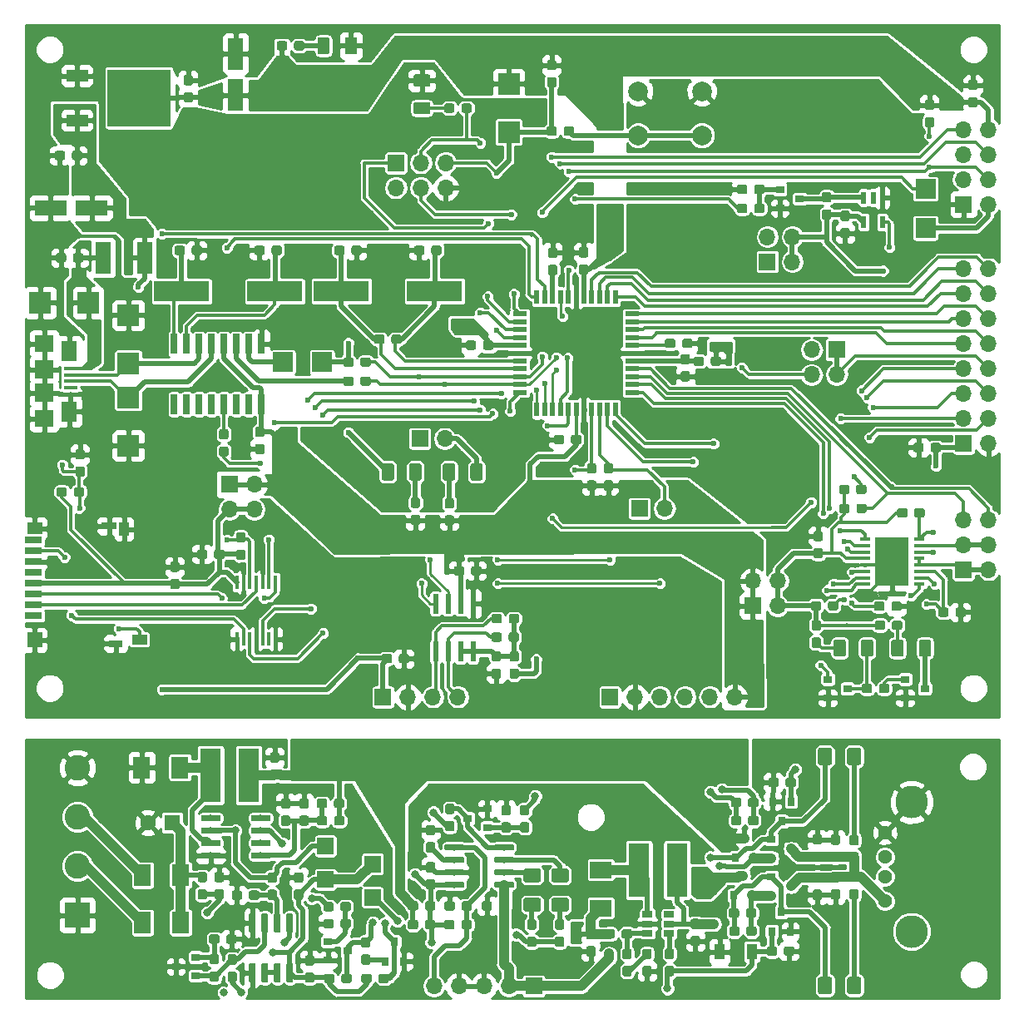
<source format=gbr>
G04 #@! TF.GenerationSoftware,KiCad,Pcbnew,(5.0.0)*
G04 #@! TF.CreationDate,2019-04-16T16:09:12+02:00*
G04 #@! TF.ProjectId,,00000000000000000000000000000000,rev?*
G04 #@! TF.SameCoordinates,Original*
G04 #@! TF.FileFunction,Copper,L1,Top,Signal*
G04 #@! TF.FilePolarity,Positive*
%FSLAX46Y46*%
G04 Gerber Fmt 4.6, Leading zero omitted, Abs format (unit mm)*
G04 Created by KiCad (PCBNEW (5.0.0)) date 04/16/19 16:09:12*
%MOMM*%
%LPD*%
G01*
G04 APERTURE LIST*
G04 #@! TA.AperFunction,ComponentPad*
%ADD10O,1.700000X1.700000*%
G04 #@! TD*
G04 #@! TA.AperFunction,ComponentPad*
%ADD11R,1.700000X1.700000*%
G04 #@! TD*
G04 #@! TA.AperFunction,SMDPad,CuDef*
%ADD12R,1.350000X0.400000*%
G04 #@! TD*
G04 #@! TA.AperFunction,SMDPad,CuDef*
%ADD13R,1.600000X2.100000*%
G04 #@! TD*
G04 #@! TA.AperFunction,SMDPad,CuDef*
%ADD14R,1.900000X1.900000*%
G04 #@! TD*
G04 #@! TA.AperFunction,SMDPad,CuDef*
%ADD15R,1.900000X1.800000*%
G04 #@! TD*
G04 #@! TA.AperFunction,SMDPad,CuDef*
%ADD16R,0.660400X2.032000*%
G04 #@! TD*
G04 #@! TA.AperFunction,SMDPad,CuDef*
%ADD17R,3.200000X1.600000*%
G04 #@! TD*
G04 #@! TA.AperFunction,SMDPad,CuDef*
%ADD18R,1.600000X3.200000*%
G04 #@! TD*
G04 #@! TA.AperFunction,SMDPad,CuDef*
%ADD19R,1.500000X3.200000*%
G04 #@! TD*
G04 #@! TA.AperFunction,SMDPad,CuDef*
%ADD20R,1.473200X0.508000*%
G04 #@! TD*
G04 #@! TA.AperFunction,SMDPad,CuDef*
%ADD21R,0.508000X1.473200*%
G04 #@! TD*
G04 #@! TA.AperFunction,SMDPad,CuDef*
%ADD22R,0.410000X1.460000*%
G04 #@! TD*
G04 #@! TA.AperFunction,SMDPad,CuDef*
%ADD23R,0.550000X1.300000*%
G04 #@! TD*
G04 #@! TA.AperFunction,SMDPad,CuDef*
%ADD24R,0.600000X2.000000*%
G04 #@! TD*
G04 #@! TA.AperFunction,SMDPad,CuDef*
%ADD25R,5.600000X2.100000*%
G04 #@! TD*
G04 #@! TA.AperFunction,Conductor*
%ADD26C,0.100000*%
G04 #@! TD*
G04 #@! TA.AperFunction,SMDPad,CuDef*
%ADD27C,0.950000*%
G04 #@! TD*
G04 #@! TA.AperFunction,SMDPad,CuDef*
%ADD28R,2.260000X2.160000*%
G04 #@! TD*
G04 #@! TA.AperFunction,SMDPad,CuDef*
%ADD29R,2.160000X2.260000*%
G04 #@! TD*
G04 #@! TA.AperFunction,SMDPad,CuDef*
%ADD30C,1.250000*%
G04 #@! TD*
G04 #@! TA.AperFunction,SMDPad,CuDef*
%ADD31R,2.000000X2.000000*%
G04 #@! TD*
G04 #@! TA.AperFunction,SMDPad,CuDef*
%ADD32R,0.900000X0.800000*%
G04 #@! TD*
G04 #@! TA.AperFunction,ComponentPad*
%ADD33C,2.000000*%
G04 #@! TD*
G04 #@! TA.AperFunction,SMDPad,CuDef*
%ADD34R,1.050000X0.450000*%
G04 #@! TD*
G04 #@! TA.AperFunction,Conductor*
%ADD35R,3.400000X5.000000*%
G04 #@! TD*
G04 #@! TA.AperFunction,ViaPad*
%ADD36C,0.750000*%
G04 #@! TD*
G04 #@! TA.AperFunction,SMDPad,CuDef*
%ADD37R,1.750000X0.700000*%
G04 #@! TD*
G04 #@! TA.AperFunction,SMDPad,CuDef*
%ADD38R,1.500000X1.300000*%
G04 #@! TD*
G04 #@! TA.AperFunction,SMDPad,CuDef*
%ADD39R,1.500000X0.800000*%
G04 #@! TD*
G04 #@! TA.AperFunction,SMDPad,CuDef*
%ADD40R,1.000000X1.450000*%
G04 #@! TD*
G04 #@! TA.AperFunction,SMDPad,CuDef*
%ADD41R,1.400000X0.800000*%
G04 #@! TD*
G04 #@! TA.AperFunction,SMDPad,CuDef*
%ADD42R,1.500000X1.500000*%
G04 #@! TD*
G04 #@! TA.AperFunction,SMDPad,CuDef*
%ADD43R,1.550000X1.000000*%
G04 #@! TD*
G04 #@! TA.AperFunction,SMDPad,CuDef*
%ADD44R,2.200000X1.200000*%
G04 #@! TD*
G04 #@! TA.AperFunction,SMDPad,CuDef*
%ADD45R,6.400000X5.800000*%
G04 #@! TD*
G04 #@! TA.AperFunction,SMDPad,CuDef*
%ADD46C,0.650000*%
G04 #@! TD*
G04 #@! TA.AperFunction,ComponentPad*
%ADD47R,1.600000X1.600000*%
G04 #@! TD*
G04 #@! TA.AperFunction,ComponentPad*
%ADD48C,1.600000*%
G04 #@! TD*
G04 #@! TA.AperFunction,SMDPad,CuDef*
%ADD49R,1.680000X1.700000*%
G04 #@! TD*
G04 #@! TA.AperFunction,SMDPad,CuDef*
%ADD50R,1.720000X2.180000*%
G04 #@! TD*
G04 #@! TA.AperFunction,SMDPad,CuDef*
%ADD51C,1.425000*%
G04 #@! TD*
G04 #@! TA.AperFunction,SMDPad,CuDef*
%ADD52R,2.180000X1.720000*%
G04 #@! TD*
G04 #@! TA.AperFunction,SMDPad,CuDef*
%ADD53R,1.100000X1.650000*%
G04 #@! TD*
G04 #@! TA.AperFunction,ComponentPad*
%ADD54R,2.600000X2.600000*%
G04 #@! TD*
G04 #@! TA.AperFunction,ComponentPad*
%ADD55C,2.600000*%
G04 #@! TD*
G04 #@! TA.AperFunction,ComponentPad*
%ADD56C,3.316000*%
G04 #@! TD*
G04 #@! TA.AperFunction,ComponentPad*
%ADD57C,1.428000*%
G04 #@! TD*
G04 #@! TA.AperFunction,SMDPad,CuDef*
%ADD58R,2.150000X5.500000*%
G04 #@! TD*
G04 #@! TA.AperFunction,SMDPad,CuDef*
%ADD59R,0.800000X0.900000*%
G04 #@! TD*
G04 #@! TA.AperFunction,SMDPad,CuDef*
%ADD60R,1.060000X0.650000*%
G04 #@! TD*
G04 #@! TA.AperFunction,ViaPad*
%ADD61C,0.800000*%
G04 #@! TD*
G04 #@! TA.AperFunction,ViaPad*
%ADD62C,0.600000*%
G04 #@! TD*
G04 #@! TA.AperFunction,Conductor*
%ADD63C,0.500000*%
G04 #@! TD*
G04 #@! TA.AperFunction,Conductor*
%ADD64C,0.300000*%
G04 #@! TD*
G04 #@! TA.AperFunction,Conductor*
%ADD65C,1.000000*%
G04 #@! TD*
G04 #@! TA.AperFunction,Conductor*
%ADD66C,0.250000*%
G04 #@! TD*
G04 #@! TA.AperFunction,Conductor*
%ADD67C,0.254000*%
G04 #@! TD*
G04 APERTURE END LIST*
D10*
G04 #@! TO.P,J6,4*
G04 #@! TO.N,/Camera/VDD_3V3_IN*
X98501200Y-42011600D03*
G04 #@! TO.P,J6,3*
G04 #@! TO.N,/Camera/VDD_3V3*
X95961200Y-42011600D03*
G04 #@! TO.P,J6,2*
G04 #@! TO.N,/Camera/VDD_3V3_IN*
X98501200Y-44551600D03*
D11*
G04 #@! TO.P,J6,1*
G04 #@! TO.N,/Camera/VDD_3V3*
X95961200Y-44551600D03*
G04 #@! TD*
D12*
G04 #@! TO.P,J1,3*
G04 #@! TO.N,/Input_Interface/USB_DP*
X25037160Y-56702960D03*
G04 #@! TO.P,J1,2*
G04 #@! TO.N,/Input_Interface/USB_DN*
X25037160Y-56052960D03*
G04 #@! TO.P,J1,5*
G04 #@! TO.N,GND*
X25037160Y-58002960D03*
G04 #@! TO.P,J1,4*
G04 #@! TO.N,N/C*
X25037160Y-57352960D03*
G04 #@! TO.P,J1,1*
G04 #@! TO.N,/Input_Interface/USB_VCC*
X25037160Y-55402960D03*
D13*
G04 #@! TO.P,J1,SH*
G04 #@! TO.N,GND*
X24912160Y-59802960D03*
X24912160Y-53602960D03*
D14*
X22362160Y-57902960D03*
X22362160Y-55502960D03*
D15*
X22362160Y-60502960D03*
X22362160Y-52902960D03*
G04 #@! TD*
D16*
G04 #@! TO.P,U1,1*
G04 #@! TO.N,GND*
X44475400Y-52908200D03*
G04 #@! TO.P,U1,16*
G04 #@! TO.N,/Camera/VDD_3V3*
X44475400Y-59055000D03*
G04 #@! TO.P,U1,2*
G04 #@! TO.N,Net-(D4-Pad1)*
X43205400Y-52908200D03*
G04 #@! TO.P,U1,3*
G04 #@! TO.N,Net-(R2-Pad1)*
X41935400Y-52908200D03*
G04 #@! TO.P,U1,15*
G04 #@! TO.N,N/C*
X43205400Y-59055000D03*
G04 #@! TO.P,U1,14*
X41935400Y-59055000D03*
G04 #@! TO.P,U1,4*
G04 #@! TO.N,/Camera/VDD_3V3*
X40665400Y-52908200D03*
G04 #@! TO.P,U1,13*
G04 #@! TO.N,Net-(C4-Pad1)*
X40665400Y-59055000D03*
G04 #@! TO.P,U1,5*
G04 #@! TO.N,/Input_Interface/USB_DP*
X39395400Y-52908200D03*
G04 #@! TO.P,U1,12*
G04 #@! TO.N,N/C*
X39395400Y-59055000D03*
G04 #@! TO.P,U1,6*
G04 #@! TO.N,/Input_Interface/USB_DN*
X38125400Y-52908200D03*
G04 #@! TO.P,U1,7*
G04 #@! TO.N,Net-(C1-Pad1)*
X36855400Y-52908200D03*
G04 #@! TO.P,U1,11*
G04 #@! TO.N,N/C*
X38125400Y-59055000D03*
G04 #@! TO.P,U1,10*
X36855400Y-59055000D03*
G04 #@! TO.P,U1,8*
G04 #@! TO.N,Net-(C2-Pad1)*
X35585400Y-52908200D03*
G04 #@! TO.P,U1,9*
G04 #@! TO.N,N/C*
X35585400Y-59055000D03*
G04 #@! TD*
D17*
G04 #@! TO.P,C6,2*
G04 #@! TO.N,GND*
X22995200Y-39065200D03*
G04 #@! TO.P,C6,1*
G04 #@! TO.N,/Display/VDD_5V0*
X27195200Y-39065200D03*
G04 #@! TD*
D18*
G04 #@! TO.P,C9,1*
G04 #@! TO.N,/Camera/VDD_3V3*
X41859200Y-27576200D03*
G04 #@! TO.P,C9,2*
G04 #@! TO.N,GND*
X41859200Y-23376200D03*
G04 #@! TD*
D19*
G04 #@! TO.P,F1,1*
G04 #@! TO.N,/Display/VDD_5V0*
X32597200Y-44145200D03*
G04 #@! TO.P,F1,2*
G04 #@! TO.N,/Input_Interface/USB_VCC*
X28397200Y-44145200D03*
G04 #@! TD*
D20*
G04 #@! TO.P,U3,1*
G04 #@! TO.N,/Microcontroller/MOSI*
X70764400Y-49860200D03*
G04 #@! TO.P,U3,2*
G04 #@! TO.N,/Microcontroller/MISO*
X70764400Y-50647600D03*
G04 #@! TO.P,U3,3*
G04 #@! TO.N,/Microcontroller/SCK*
X70764400Y-51460400D03*
G04 #@! TO.P,U3,4*
G04 #@! TO.N,/Microcontroller/U2_SPI_RST*
X70764400Y-52247800D03*
G04 #@! TO.P,U3,5*
G04 #@! TO.N,/Camera/VDD_3V3*
X70764400Y-53060600D03*
G04 #@! TO.P,U3,6*
G04 #@! TO.N,GND*
X70764400Y-53848000D03*
G04 #@! TO.P,U3,7*
G04 #@! TO.N,Net-(C10-Pad1)*
X70764400Y-54635400D03*
G04 #@! TO.P,U3,8*
G04 #@! TO.N,Net-(C11-Pad1)*
X70764400Y-55448200D03*
G04 #@! TO.P,U3,9*
G04 #@! TO.N,/Microcontroller/UC_SPI_RX*
X70764400Y-56235600D03*
G04 #@! TO.P,U3,10*
G04 #@! TO.N,/Microcontroller/UC_SPI_TX*
X70764400Y-57048400D03*
G04 #@! TO.P,U3,11*
G04 #@! TO.N,/Camera/CAM_VSYNC*
X70764400Y-57835800D03*
D21*
G04 #@! TO.P,U3,12*
G04 #@! TO.N,/Camera/CAM_HSYNC*
X72517000Y-59588400D03*
G04 #@! TO.P,U3,13*
G04 #@! TO.N,/Camera/CAM_PCLK*
X73304400Y-59588400D03*
G04 #@! TO.P,U3,14*
G04 #@! TO.N,/Camera/CAM_CLK*
X74117200Y-59588400D03*
G04 #@! TO.P,U3,15*
G04 #@! TO.N,/Camera/CAM_XCLK_CTL*
X74904600Y-59588400D03*
G04 #@! TO.P,U3,16*
G04 #@! TO.N,/Microcontroller/M_NSLEEP*
X75717400Y-59588400D03*
G04 #@! TO.P,U3,17*
G04 #@! TO.N,/Camera/VDD_3V3*
X76504800Y-59588400D03*
G04 #@! TO.P,U3,18*
G04 #@! TO.N,GND*
X77292200Y-59588400D03*
G04 #@! TO.P,U3,19*
G04 #@! TO.N,/Camera/SCL_3V3*
X78105000Y-59588400D03*
G04 #@! TO.P,U3,20*
G04 #@! TO.N,/Camera/SDA_3V3*
X78892400Y-59588400D03*
G04 #@! TO.P,U3,21*
G04 #@! TO.N,/Microcontroller/QT_CHN*
X79705200Y-59588400D03*
G04 #@! TO.P,U3,22*
G04 #@! TO.N,/Microcontroller/QT_RST*
X80492600Y-59588400D03*
D20*
G04 #@! TO.P,U3,23*
G04 #@! TO.N,/Microcontroller/M_PWM_IN_1*
X82245200Y-57835800D03*
G04 #@! TO.P,U3,24*
G04 #@! TO.N,/Microcontroller/M_PWM_IN_2*
X82245200Y-57048400D03*
G04 #@! TO.P,U3,25*
G04 #@! TO.N,/Microcontroller/SENSOR1*
X82245200Y-56235600D03*
G04 #@! TO.P,U3,26*
G04 #@! TO.N,/Microcontroller/SENSOR2*
X82245200Y-55448200D03*
G04 #@! TO.P,U3,27*
G04 #@! TO.N,Net-(C16-Pad1)*
X82245200Y-54635400D03*
G04 #@! TO.P,U3,28*
G04 #@! TO.N,GND*
X82245200Y-53848000D03*
G04 #@! TO.P,U3,29*
G04 #@! TO.N,Net-(C12-Pad1)*
X82245200Y-53060600D03*
G04 #@! TO.P,U3,30*
G04 #@! TO.N,/Camera/CAM_D7*
X82245200Y-52247800D03*
G04 #@! TO.P,U3,31*
G04 #@! TO.N,/Camera/CAM_D6*
X82245200Y-51460400D03*
G04 #@! TO.P,U3,32*
G04 #@! TO.N,/Camera/CAM_D5*
X82245200Y-50647600D03*
G04 #@! TO.P,U3,33*
G04 #@! TO.N,/Camera/CAM_D4*
X82245200Y-49860200D03*
D21*
G04 #@! TO.P,U3,34*
G04 #@! TO.N,/Camera/CAM_D3*
X80492600Y-48107600D03*
G04 #@! TO.P,U3,35*
G04 #@! TO.N,/Camera/CAM_D2*
X79705200Y-48107600D03*
G04 #@! TO.P,U3,36*
G04 #@! TO.N,/Camera/CAM_D1*
X78892400Y-48107600D03*
G04 #@! TO.P,U3,37*
G04 #@! TO.N,/Camera/CAM_D0*
X78105000Y-48107600D03*
G04 #@! TO.P,U3,38*
G04 #@! TO.N,/Camera/VDD_3V3*
X77292200Y-48107600D03*
G04 #@! TO.P,U3,39*
G04 #@! TO.N,GND*
X76504800Y-48107600D03*
G04 #@! TO.P,U3,40*
G04 #@! TO.N,/Microcontroller/WIFI_EN*
X75717400Y-48107600D03*
G04 #@! TO.P,U3,41*
G04 #@! TO.N,/Microcontroller/WIFI_RST*
X74904600Y-48107600D03*
G04 #@! TO.P,U3,42*
G04 #@! TO.N,Net-(R9-Pad2)*
X74117200Y-48107600D03*
G04 #@! TO.P,U3,43*
G04 #@! TO.N,/Memory/_SD_DET*
X73304400Y-48107600D03*
G04 #@! TO.P,U3,44*
G04 #@! TO.N,/Microcontroller/CS*
X72517000Y-48107600D03*
G04 #@! TD*
D22*
G04 #@! TO.P,U10,1*
G04 #@! TO.N,GND*
X41992000Y-82945800D03*
G04 #@! TO.P,U10,2*
G04 #@! TO.N,/Memory/SD_DATA_OUT*
X42642000Y-82945800D03*
G04 #@! TO.P,U10,3*
G04 #@! TO.N,/Microcontroller/MISO*
X43292000Y-82945800D03*
G04 #@! TO.P,U10,4*
G04 #@! TO.N,GND*
X43942000Y-82945800D03*
G04 #@! TO.P,U10,5*
G04 #@! TO.N,/Microcontroller/SCK*
X44592000Y-82945800D03*
G04 #@! TO.P,U10,6*
G04 #@! TO.N,N/C*
X45242000Y-82945800D03*
G04 #@! TO.P,U10,7*
G04 #@! TO.N,GND*
X45892000Y-82945800D03*
G04 #@! TO.P,U10,8*
G04 #@! TO.N,/Memory/SD_DATA_IN*
X45892000Y-77175800D03*
G04 #@! TO.P,U10,9*
G04 #@! TO.N,/Microcontroller/MOSI*
X45242000Y-77175800D03*
G04 #@! TO.P,U10,10*
G04 #@! TO.N,GND*
X44592000Y-77175800D03*
G04 #@! TO.P,U10,11*
G04 #@! TO.N,/Memory/SD_CS_IN*
X43942000Y-77175800D03*
G04 #@! TO.P,U10,12*
G04 #@! TO.N,/Microcontroller/CS*
X43292000Y-77175800D03*
G04 #@! TO.P,U10,13*
G04 #@! TO.N,GND*
X42642000Y-77175800D03*
G04 #@! TO.P,U10,14*
G04 #@! TO.N,/Memory/VDD_3V3_IN*
X41992000Y-77175800D03*
G04 #@! TD*
D23*
G04 #@! TO.P,U6,3*
G04 #@! TO.N,Net-(Q1-Pad3)*
X105780800Y-38018400D03*
G04 #@! TO.P,U6,4*
G04 #@! TO.N,/Camera/VDD_3V3_IN*
X105780800Y-40518400D03*
G04 #@! TO.P,U6,1*
G04 #@! TO.N,GND*
X107680800Y-38018400D03*
G04 #@! TO.P,U6,2*
G04 #@! TO.N,N/C*
X106730800Y-38018400D03*
G04 #@! TO.P,U6,5*
G04 #@! TO.N,Net-(J7-Pad2)*
X107680800Y-40518400D03*
G04 #@! TD*
D24*
G04 #@! TO.P,U7,1*
G04 #@! TO.N,GND*
X66014600Y-79338000D03*
G04 #@! TO.P,U7,2*
G04 #@! TO.N,/Camera/VDD_3V3*
X64744600Y-79338000D03*
G04 #@! TO.P,U7,4*
G04 #@! TO.N,/Camera/SDA_3V3*
X62204600Y-79338000D03*
G04 #@! TO.P,U7,5*
G04 #@! TO.N,/Display/SDA_5V0*
X62204600Y-84238000D03*
G04 #@! TO.P,U7,6*
G04 #@! TO.N,/Display/SCL_5V0*
X63474600Y-84238000D03*
G04 #@! TO.P,U7,7*
G04 #@! TO.N,Net-(C22-Pad1)*
X64744600Y-84238000D03*
G04 #@! TO.P,U7,8*
X66014600Y-84238000D03*
G04 #@! TO.P,U7,3*
G04 #@! TO.N,/Camera/SCL_3V3*
X63474600Y-79338000D03*
G04 #@! TD*
D25*
G04 #@! TO.P,Y1,1*
G04 #@! TO.N,Net-(C1-Pad1)*
X45847200Y-47574200D03*
G04 #@! TO.P,Y1,2*
G04 #@! TO.N,Net-(C2-Pad1)*
X36347200Y-47574200D03*
G04 #@! TD*
G04 #@! TO.P,Y2,2*
G04 #@! TO.N,Net-(C11-Pad1)*
X52603200Y-47548800D03*
G04 #@! TO.P,Y2,1*
G04 #@! TO.N,Net-(C10-Pad1)*
X62103200Y-47548800D03*
G04 #@! TD*
D26*
G04 #@! TO.N,GND*
G04 #@! TO.C,C17*
G36*
X117151579Y-26021744D02*
X117174634Y-26025163D01*
X117197243Y-26030827D01*
X117219187Y-26038679D01*
X117240257Y-26048644D01*
X117260248Y-26060626D01*
X117278968Y-26074510D01*
X117296238Y-26090162D01*
X117311890Y-26107432D01*
X117325774Y-26126152D01*
X117337756Y-26146143D01*
X117347721Y-26167213D01*
X117355573Y-26189157D01*
X117361237Y-26211766D01*
X117364656Y-26234821D01*
X117365800Y-26258100D01*
X117365800Y-26833100D01*
X117364656Y-26856379D01*
X117361237Y-26879434D01*
X117355573Y-26902043D01*
X117347721Y-26923987D01*
X117337756Y-26945057D01*
X117325774Y-26965048D01*
X117311890Y-26983768D01*
X117296238Y-27001038D01*
X117278968Y-27016690D01*
X117260248Y-27030574D01*
X117240257Y-27042556D01*
X117219187Y-27052521D01*
X117197243Y-27060373D01*
X117174634Y-27066037D01*
X117151579Y-27069456D01*
X117128300Y-27070600D01*
X116653300Y-27070600D01*
X116630021Y-27069456D01*
X116606966Y-27066037D01*
X116584357Y-27060373D01*
X116562413Y-27052521D01*
X116541343Y-27042556D01*
X116521352Y-27030574D01*
X116502632Y-27016690D01*
X116485362Y-27001038D01*
X116469710Y-26983768D01*
X116455826Y-26965048D01*
X116443844Y-26945057D01*
X116433879Y-26923987D01*
X116426027Y-26902043D01*
X116420363Y-26879434D01*
X116416944Y-26856379D01*
X116415800Y-26833100D01*
X116415800Y-26258100D01*
X116416944Y-26234821D01*
X116420363Y-26211766D01*
X116426027Y-26189157D01*
X116433879Y-26167213D01*
X116443844Y-26146143D01*
X116455826Y-26126152D01*
X116469710Y-26107432D01*
X116485362Y-26090162D01*
X116502632Y-26074510D01*
X116521352Y-26060626D01*
X116541343Y-26048644D01*
X116562413Y-26038679D01*
X116584357Y-26030827D01*
X116606966Y-26025163D01*
X116630021Y-26021744D01*
X116653300Y-26020600D01*
X117128300Y-26020600D01*
X117151579Y-26021744D01*
X117151579Y-26021744D01*
G37*
D27*
G04 #@! TD*
G04 #@! TO.P,C17,2*
G04 #@! TO.N,GND*
X116890800Y-26545600D03*
D26*
G04 #@! TO.N,/Camera/VDD_3V3*
G04 #@! TO.C,C17*
G36*
X117151579Y-27771744D02*
X117174634Y-27775163D01*
X117197243Y-27780827D01*
X117219187Y-27788679D01*
X117240257Y-27798644D01*
X117260248Y-27810626D01*
X117278968Y-27824510D01*
X117296238Y-27840162D01*
X117311890Y-27857432D01*
X117325774Y-27876152D01*
X117337756Y-27896143D01*
X117347721Y-27917213D01*
X117355573Y-27939157D01*
X117361237Y-27961766D01*
X117364656Y-27984821D01*
X117365800Y-28008100D01*
X117365800Y-28583100D01*
X117364656Y-28606379D01*
X117361237Y-28629434D01*
X117355573Y-28652043D01*
X117347721Y-28673987D01*
X117337756Y-28695057D01*
X117325774Y-28715048D01*
X117311890Y-28733768D01*
X117296238Y-28751038D01*
X117278968Y-28766690D01*
X117260248Y-28780574D01*
X117240257Y-28792556D01*
X117219187Y-28802521D01*
X117197243Y-28810373D01*
X117174634Y-28816037D01*
X117151579Y-28819456D01*
X117128300Y-28820600D01*
X116653300Y-28820600D01*
X116630021Y-28819456D01*
X116606966Y-28816037D01*
X116584357Y-28810373D01*
X116562413Y-28802521D01*
X116541343Y-28792556D01*
X116521352Y-28780574D01*
X116502632Y-28766690D01*
X116485362Y-28751038D01*
X116469710Y-28733768D01*
X116455826Y-28715048D01*
X116443844Y-28695057D01*
X116433879Y-28673987D01*
X116426027Y-28652043D01*
X116420363Y-28629434D01*
X116416944Y-28606379D01*
X116415800Y-28583100D01*
X116415800Y-28008100D01*
X116416944Y-27984821D01*
X116420363Y-27961766D01*
X116426027Y-27939157D01*
X116433879Y-27917213D01*
X116443844Y-27896143D01*
X116455826Y-27876152D01*
X116469710Y-27857432D01*
X116485362Y-27840162D01*
X116502632Y-27824510D01*
X116521352Y-27810626D01*
X116541343Y-27798644D01*
X116562413Y-27788679D01*
X116584357Y-27780827D01*
X116606966Y-27775163D01*
X116630021Y-27771744D01*
X116653300Y-27770600D01*
X117128300Y-27770600D01*
X117151579Y-27771744D01*
X117151579Y-27771744D01*
G37*
D27*
G04 #@! TD*
G04 #@! TO.P,C17,1*
G04 #@! TO.N,/Camera/VDD_3V3*
X116890800Y-28295600D03*
D26*
G04 #@! TO.N,/Motor/VDD_3V3_CON_IN*
G04 #@! TO.C,C27*
G36*
X101238979Y-79078944D02*
X101262034Y-79082363D01*
X101284643Y-79088027D01*
X101306587Y-79095879D01*
X101327657Y-79105844D01*
X101347648Y-79117826D01*
X101366368Y-79131710D01*
X101383638Y-79147362D01*
X101399290Y-79164632D01*
X101413174Y-79183352D01*
X101425156Y-79203343D01*
X101435121Y-79224413D01*
X101442973Y-79246357D01*
X101448637Y-79268966D01*
X101452056Y-79292021D01*
X101453200Y-79315300D01*
X101453200Y-79790300D01*
X101452056Y-79813579D01*
X101448637Y-79836634D01*
X101442973Y-79859243D01*
X101435121Y-79881187D01*
X101425156Y-79902257D01*
X101413174Y-79922248D01*
X101399290Y-79940968D01*
X101383638Y-79958238D01*
X101366368Y-79973890D01*
X101347648Y-79987774D01*
X101327657Y-79999756D01*
X101306587Y-80009721D01*
X101284643Y-80017573D01*
X101262034Y-80023237D01*
X101238979Y-80026656D01*
X101215700Y-80027800D01*
X100640700Y-80027800D01*
X100617421Y-80026656D01*
X100594366Y-80023237D01*
X100571757Y-80017573D01*
X100549813Y-80009721D01*
X100528743Y-79999756D01*
X100508752Y-79987774D01*
X100490032Y-79973890D01*
X100472762Y-79958238D01*
X100457110Y-79940968D01*
X100443226Y-79922248D01*
X100431244Y-79902257D01*
X100421279Y-79881187D01*
X100413427Y-79859243D01*
X100407763Y-79836634D01*
X100404344Y-79813579D01*
X100403200Y-79790300D01*
X100403200Y-79315300D01*
X100404344Y-79292021D01*
X100407763Y-79268966D01*
X100413427Y-79246357D01*
X100421279Y-79224413D01*
X100431244Y-79203343D01*
X100443226Y-79183352D01*
X100457110Y-79164632D01*
X100472762Y-79147362D01*
X100490032Y-79131710D01*
X100508752Y-79117826D01*
X100528743Y-79105844D01*
X100549813Y-79095879D01*
X100571757Y-79088027D01*
X100594366Y-79082363D01*
X100617421Y-79078944D01*
X100640700Y-79077800D01*
X101215700Y-79077800D01*
X101238979Y-79078944D01*
X101238979Y-79078944D01*
G37*
D27*
G04 #@! TD*
G04 #@! TO.P,C27,2*
G04 #@! TO.N,/Motor/VDD_3V3_CON_IN*
X100928200Y-79552800D03*
D26*
G04 #@! TO.N,Net-(C27-Pad1)*
G04 #@! TO.C,C27*
G36*
X102988979Y-79078944D02*
X103012034Y-79082363D01*
X103034643Y-79088027D01*
X103056587Y-79095879D01*
X103077657Y-79105844D01*
X103097648Y-79117826D01*
X103116368Y-79131710D01*
X103133638Y-79147362D01*
X103149290Y-79164632D01*
X103163174Y-79183352D01*
X103175156Y-79203343D01*
X103185121Y-79224413D01*
X103192973Y-79246357D01*
X103198637Y-79268966D01*
X103202056Y-79292021D01*
X103203200Y-79315300D01*
X103203200Y-79790300D01*
X103202056Y-79813579D01*
X103198637Y-79836634D01*
X103192973Y-79859243D01*
X103185121Y-79881187D01*
X103175156Y-79902257D01*
X103163174Y-79922248D01*
X103149290Y-79940968D01*
X103133638Y-79958238D01*
X103116368Y-79973890D01*
X103097648Y-79987774D01*
X103077657Y-79999756D01*
X103056587Y-80009721D01*
X103034643Y-80017573D01*
X103012034Y-80023237D01*
X102988979Y-80026656D01*
X102965700Y-80027800D01*
X102390700Y-80027800D01*
X102367421Y-80026656D01*
X102344366Y-80023237D01*
X102321757Y-80017573D01*
X102299813Y-80009721D01*
X102278743Y-79999756D01*
X102258752Y-79987774D01*
X102240032Y-79973890D01*
X102222762Y-79958238D01*
X102207110Y-79940968D01*
X102193226Y-79922248D01*
X102181244Y-79902257D01*
X102171279Y-79881187D01*
X102163427Y-79859243D01*
X102157763Y-79836634D01*
X102154344Y-79813579D01*
X102153200Y-79790300D01*
X102153200Y-79315300D01*
X102154344Y-79292021D01*
X102157763Y-79268966D01*
X102163427Y-79246357D01*
X102171279Y-79224413D01*
X102181244Y-79203343D01*
X102193226Y-79183352D01*
X102207110Y-79164632D01*
X102222762Y-79147362D01*
X102240032Y-79131710D01*
X102258752Y-79117826D01*
X102278743Y-79105844D01*
X102299813Y-79095879D01*
X102321757Y-79088027D01*
X102344366Y-79082363D01*
X102367421Y-79078944D01*
X102390700Y-79077800D01*
X102965700Y-79077800D01*
X102988979Y-79078944D01*
X102988979Y-79078944D01*
G37*
D27*
G04 #@! TD*
G04 #@! TO.P,C27,1*
G04 #@! TO.N,Net-(C27-Pad1)*
X102678200Y-79552800D03*
D26*
G04 #@! TO.N,GND*
G04 #@! TO.C,C28*
G36*
X109429179Y-79129744D02*
X109452234Y-79133163D01*
X109474843Y-79138827D01*
X109496787Y-79146679D01*
X109517857Y-79156644D01*
X109537848Y-79168626D01*
X109556568Y-79182510D01*
X109573838Y-79198162D01*
X109589490Y-79215432D01*
X109603374Y-79234152D01*
X109615356Y-79254143D01*
X109625321Y-79275213D01*
X109633173Y-79297157D01*
X109638837Y-79319766D01*
X109642256Y-79342821D01*
X109643400Y-79366100D01*
X109643400Y-79841100D01*
X109642256Y-79864379D01*
X109638837Y-79887434D01*
X109633173Y-79910043D01*
X109625321Y-79931987D01*
X109615356Y-79953057D01*
X109603374Y-79973048D01*
X109589490Y-79991768D01*
X109573838Y-80009038D01*
X109556568Y-80024690D01*
X109537848Y-80038574D01*
X109517857Y-80050556D01*
X109496787Y-80060521D01*
X109474843Y-80068373D01*
X109452234Y-80074037D01*
X109429179Y-80077456D01*
X109405900Y-80078600D01*
X108830900Y-80078600D01*
X108807621Y-80077456D01*
X108784566Y-80074037D01*
X108761957Y-80068373D01*
X108740013Y-80060521D01*
X108718943Y-80050556D01*
X108698952Y-80038574D01*
X108680232Y-80024690D01*
X108662962Y-80009038D01*
X108647310Y-79991768D01*
X108633426Y-79973048D01*
X108621444Y-79953057D01*
X108611479Y-79931987D01*
X108603627Y-79910043D01*
X108597963Y-79887434D01*
X108594544Y-79864379D01*
X108593400Y-79841100D01*
X108593400Y-79366100D01*
X108594544Y-79342821D01*
X108597963Y-79319766D01*
X108603627Y-79297157D01*
X108611479Y-79275213D01*
X108621444Y-79254143D01*
X108633426Y-79234152D01*
X108647310Y-79215432D01*
X108662962Y-79198162D01*
X108680232Y-79182510D01*
X108698952Y-79168626D01*
X108718943Y-79156644D01*
X108740013Y-79146679D01*
X108761957Y-79138827D01*
X108784566Y-79133163D01*
X108807621Y-79129744D01*
X108830900Y-79128600D01*
X109405900Y-79128600D01*
X109429179Y-79129744D01*
X109429179Y-79129744D01*
G37*
D27*
G04 #@! TD*
G04 #@! TO.P,C28,1*
G04 #@! TO.N,GND*
X109118400Y-79603600D03*
D26*
G04 #@! TO.N,Net-(C28-Pad2)*
G04 #@! TO.C,C28*
G36*
X107679179Y-79129744D02*
X107702234Y-79133163D01*
X107724843Y-79138827D01*
X107746787Y-79146679D01*
X107767857Y-79156644D01*
X107787848Y-79168626D01*
X107806568Y-79182510D01*
X107823838Y-79198162D01*
X107839490Y-79215432D01*
X107853374Y-79234152D01*
X107865356Y-79254143D01*
X107875321Y-79275213D01*
X107883173Y-79297157D01*
X107888837Y-79319766D01*
X107892256Y-79342821D01*
X107893400Y-79366100D01*
X107893400Y-79841100D01*
X107892256Y-79864379D01*
X107888837Y-79887434D01*
X107883173Y-79910043D01*
X107875321Y-79931987D01*
X107865356Y-79953057D01*
X107853374Y-79973048D01*
X107839490Y-79991768D01*
X107823838Y-80009038D01*
X107806568Y-80024690D01*
X107787848Y-80038574D01*
X107767857Y-80050556D01*
X107746787Y-80060521D01*
X107724843Y-80068373D01*
X107702234Y-80074037D01*
X107679179Y-80077456D01*
X107655900Y-80078600D01*
X107080900Y-80078600D01*
X107057621Y-80077456D01*
X107034566Y-80074037D01*
X107011957Y-80068373D01*
X106990013Y-80060521D01*
X106968943Y-80050556D01*
X106948952Y-80038574D01*
X106930232Y-80024690D01*
X106912962Y-80009038D01*
X106897310Y-79991768D01*
X106883426Y-79973048D01*
X106871444Y-79953057D01*
X106861479Y-79931987D01*
X106853627Y-79910043D01*
X106847963Y-79887434D01*
X106844544Y-79864379D01*
X106843400Y-79841100D01*
X106843400Y-79366100D01*
X106844544Y-79342821D01*
X106847963Y-79319766D01*
X106853627Y-79297157D01*
X106861479Y-79275213D01*
X106871444Y-79254143D01*
X106883426Y-79234152D01*
X106897310Y-79215432D01*
X106912962Y-79198162D01*
X106930232Y-79182510D01*
X106948952Y-79168626D01*
X106968943Y-79156644D01*
X106990013Y-79146679D01*
X107011957Y-79138827D01*
X107034566Y-79133163D01*
X107057621Y-79129744D01*
X107080900Y-79128600D01*
X107655900Y-79128600D01*
X107679179Y-79129744D01*
X107679179Y-79129744D01*
G37*
D27*
G04 #@! TD*
G04 #@! TO.P,C28,2*
G04 #@! TO.N,Net-(C28-Pad2)*
X107368400Y-79603600D03*
D26*
G04 #@! TO.N,/Motor/VDD_3V3_CON_IN*
G04 #@! TO.C,C29*
G36*
X101403579Y-73694944D02*
X101426634Y-73698363D01*
X101449243Y-73704027D01*
X101471187Y-73711879D01*
X101492257Y-73721844D01*
X101512248Y-73733826D01*
X101530968Y-73747710D01*
X101548238Y-73763362D01*
X101563890Y-73780632D01*
X101577774Y-73799352D01*
X101589756Y-73819343D01*
X101599721Y-73840413D01*
X101607573Y-73862357D01*
X101613237Y-73884966D01*
X101616656Y-73908021D01*
X101617800Y-73931300D01*
X101617800Y-74506300D01*
X101616656Y-74529579D01*
X101613237Y-74552634D01*
X101607573Y-74575243D01*
X101599721Y-74597187D01*
X101589756Y-74618257D01*
X101577774Y-74638248D01*
X101563890Y-74656968D01*
X101548238Y-74674238D01*
X101530968Y-74689890D01*
X101512248Y-74703774D01*
X101492257Y-74715756D01*
X101471187Y-74725721D01*
X101449243Y-74733573D01*
X101426634Y-74739237D01*
X101403579Y-74742656D01*
X101380300Y-74743800D01*
X100905300Y-74743800D01*
X100882021Y-74742656D01*
X100858966Y-74739237D01*
X100836357Y-74733573D01*
X100814413Y-74725721D01*
X100793343Y-74715756D01*
X100773352Y-74703774D01*
X100754632Y-74689890D01*
X100737362Y-74674238D01*
X100721710Y-74656968D01*
X100707826Y-74638248D01*
X100695844Y-74618257D01*
X100685879Y-74597187D01*
X100678027Y-74575243D01*
X100672363Y-74552634D01*
X100668944Y-74529579D01*
X100667800Y-74506300D01*
X100667800Y-73931300D01*
X100668944Y-73908021D01*
X100672363Y-73884966D01*
X100678027Y-73862357D01*
X100685879Y-73840413D01*
X100695844Y-73819343D01*
X100707826Y-73799352D01*
X100721710Y-73780632D01*
X100737362Y-73763362D01*
X100754632Y-73747710D01*
X100773352Y-73733826D01*
X100793343Y-73721844D01*
X100814413Y-73711879D01*
X100836357Y-73704027D01*
X100858966Y-73698363D01*
X100882021Y-73694944D01*
X100905300Y-73693800D01*
X101380300Y-73693800D01*
X101403579Y-73694944D01*
X101403579Y-73694944D01*
G37*
D27*
G04 #@! TD*
G04 #@! TO.P,C29,1*
G04 #@! TO.N,/Motor/VDD_3V3_CON_IN*
X101142800Y-74218800D03*
D26*
G04 #@! TO.N,GND*
G04 #@! TO.C,C29*
G36*
X101403579Y-71944944D02*
X101426634Y-71948363D01*
X101449243Y-71954027D01*
X101471187Y-71961879D01*
X101492257Y-71971844D01*
X101512248Y-71983826D01*
X101530968Y-71997710D01*
X101548238Y-72013362D01*
X101563890Y-72030632D01*
X101577774Y-72049352D01*
X101589756Y-72069343D01*
X101599721Y-72090413D01*
X101607573Y-72112357D01*
X101613237Y-72134966D01*
X101616656Y-72158021D01*
X101617800Y-72181300D01*
X101617800Y-72756300D01*
X101616656Y-72779579D01*
X101613237Y-72802634D01*
X101607573Y-72825243D01*
X101599721Y-72847187D01*
X101589756Y-72868257D01*
X101577774Y-72888248D01*
X101563890Y-72906968D01*
X101548238Y-72924238D01*
X101530968Y-72939890D01*
X101512248Y-72953774D01*
X101492257Y-72965756D01*
X101471187Y-72975721D01*
X101449243Y-72983573D01*
X101426634Y-72989237D01*
X101403579Y-72992656D01*
X101380300Y-72993800D01*
X100905300Y-72993800D01*
X100882021Y-72992656D01*
X100858966Y-72989237D01*
X100836357Y-72983573D01*
X100814413Y-72975721D01*
X100793343Y-72965756D01*
X100773352Y-72953774D01*
X100754632Y-72939890D01*
X100737362Y-72924238D01*
X100721710Y-72906968D01*
X100707826Y-72888248D01*
X100695844Y-72868257D01*
X100685879Y-72847187D01*
X100678027Y-72825243D01*
X100672363Y-72802634D01*
X100668944Y-72779579D01*
X100667800Y-72756300D01*
X100667800Y-72181300D01*
X100668944Y-72158021D01*
X100672363Y-72134966D01*
X100678027Y-72112357D01*
X100685879Y-72090413D01*
X100695844Y-72069343D01*
X100707826Y-72049352D01*
X100721710Y-72030632D01*
X100737362Y-72013362D01*
X100754632Y-71997710D01*
X100773352Y-71983826D01*
X100793343Y-71971844D01*
X100814413Y-71961879D01*
X100836357Y-71954027D01*
X100858966Y-71948363D01*
X100882021Y-71944944D01*
X100905300Y-71943800D01*
X101380300Y-71943800D01*
X101403579Y-71944944D01*
X101403579Y-71944944D01*
G37*
D27*
G04 #@! TD*
G04 #@! TO.P,C29,2*
G04 #@! TO.N,GND*
X101142800Y-72468800D03*
D28*
G04 #@! TO.P,D5,2*
G04 #@! TO.N,GND*
X30937200Y-49987200D03*
G04 #@! TO.P,D5,1*
G04 #@! TO.N,/Input_Interface/USB_DN*
X30937200Y-54887200D03*
G04 #@! TD*
D29*
G04 #@! TO.P,D6,1*
G04 #@! TO.N,/Input_Interface/USB_VCC*
X26873200Y-48717200D03*
G04 #@! TO.P,D6,2*
G04 #@! TO.N,GND*
X21973200Y-48717200D03*
G04 #@! TD*
D26*
G04 #@! TO.N,GND*
G04 #@! TO.C,D7*
G36*
X53999504Y-21681404D02*
X54023773Y-21685004D01*
X54047571Y-21690965D01*
X54070671Y-21699230D01*
X54092849Y-21709720D01*
X54113893Y-21722333D01*
X54133598Y-21736947D01*
X54151777Y-21753423D01*
X54168253Y-21771602D01*
X54182867Y-21791307D01*
X54195480Y-21812351D01*
X54205970Y-21834529D01*
X54214235Y-21857629D01*
X54220196Y-21881427D01*
X54223796Y-21905696D01*
X54225000Y-21930200D01*
X54225000Y-23180200D01*
X54223796Y-23204704D01*
X54220196Y-23228973D01*
X54214235Y-23252771D01*
X54205970Y-23275871D01*
X54195480Y-23298049D01*
X54182867Y-23319093D01*
X54168253Y-23338798D01*
X54151777Y-23356977D01*
X54133598Y-23373453D01*
X54113893Y-23388067D01*
X54092849Y-23400680D01*
X54070671Y-23411170D01*
X54047571Y-23419435D01*
X54023773Y-23425396D01*
X53999504Y-23428996D01*
X53975000Y-23430200D01*
X53225000Y-23430200D01*
X53200496Y-23428996D01*
X53176227Y-23425396D01*
X53152429Y-23419435D01*
X53129329Y-23411170D01*
X53107151Y-23400680D01*
X53086107Y-23388067D01*
X53066402Y-23373453D01*
X53048223Y-23356977D01*
X53031747Y-23338798D01*
X53017133Y-23319093D01*
X53004520Y-23298049D01*
X52994030Y-23275871D01*
X52985765Y-23252771D01*
X52979804Y-23228973D01*
X52976204Y-23204704D01*
X52975000Y-23180200D01*
X52975000Y-21930200D01*
X52976204Y-21905696D01*
X52979804Y-21881427D01*
X52985765Y-21857629D01*
X52994030Y-21834529D01*
X53004520Y-21812351D01*
X53017133Y-21791307D01*
X53031747Y-21771602D01*
X53048223Y-21753423D01*
X53066402Y-21736947D01*
X53086107Y-21722333D01*
X53107151Y-21709720D01*
X53129329Y-21699230D01*
X53152429Y-21690965D01*
X53176227Y-21685004D01*
X53200496Y-21681404D01*
X53225000Y-21680200D01*
X53975000Y-21680200D01*
X53999504Y-21681404D01*
X53999504Y-21681404D01*
G37*
D30*
G04 #@! TD*
G04 #@! TO.P,D7,1*
G04 #@! TO.N,GND*
X53600000Y-22555200D03*
D26*
G04 #@! TO.N,Net-(D7-Pad2)*
G04 #@! TO.C,D7*
G36*
X51199504Y-21681404D02*
X51223773Y-21685004D01*
X51247571Y-21690965D01*
X51270671Y-21699230D01*
X51292849Y-21709720D01*
X51313893Y-21722333D01*
X51333598Y-21736947D01*
X51351777Y-21753423D01*
X51368253Y-21771602D01*
X51382867Y-21791307D01*
X51395480Y-21812351D01*
X51405970Y-21834529D01*
X51414235Y-21857629D01*
X51420196Y-21881427D01*
X51423796Y-21905696D01*
X51425000Y-21930200D01*
X51425000Y-23180200D01*
X51423796Y-23204704D01*
X51420196Y-23228973D01*
X51414235Y-23252771D01*
X51405970Y-23275871D01*
X51395480Y-23298049D01*
X51382867Y-23319093D01*
X51368253Y-23338798D01*
X51351777Y-23356977D01*
X51333598Y-23373453D01*
X51313893Y-23388067D01*
X51292849Y-23400680D01*
X51270671Y-23411170D01*
X51247571Y-23419435D01*
X51223773Y-23425396D01*
X51199504Y-23428996D01*
X51175000Y-23430200D01*
X50425000Y-23430200D01*
X50400496Y-23428996D01*
X50376227Y-23425396D01*
X50352429Y-23419435D01*
X50329329Y-23411170D01*
X50307151Y-23400680D01*
X50286107Y-23388067D01*
X50266402Y-23373453D01*
X50248223Y-23356977D01*
X50231747Y-23338798D01*
X50217133Y-23319093D01*
X50204520Y-23298049D01*
X50194030Y-23275871D01*
X50185765Y-23252771D01*
X50179804Y-23228973D01*
X50176204Y-23204704D01*
X50175000Y-23180200D01*
X50175000Y-21930200D01*
X50176204Y-21905696D01*
X50179804Y-21881427D01*
X50185765Y-21857629D01*
X50194030Y-21834529D01*
X50204520Y-21812351D01*
X50217133Y-21791307D01*
X50231747Y-21771602D01*
X50248223Y-21753423D01*
X50266402Y-21736947D01*
X50286107Y-21722333D01*
X50307151Y-21709720D01*
X50329329Y-21699230D01*
X50352429Y-21690965D01*
X50376227Y-21685004D01*
X50400496Y-21681404D01*
X50425000Y-21680200D01*
X51175000Y-21680200D01*
X51199504Y-21681404D01*
X51199504Y-21681404D01*
G37*
D30*
G04 #@! TD*
G04 #@! TO.P,D7,2*
G04 #@! TO.N,Net-(D7-Pad2)*
X50800000Y-22555200D03*
D28*
G04 #@! TO.P,D8,1*
G04 #@! TO.N,/Camera/VDD_3V3*
X69646800Y-26443600D03*
G04 #@! TO.P,D8,2*
G04 #@! TO.N,/Microcontroller/U2_SPI_RST*
X69646800Y-31343600D03*
G04 #@! TD*
D26*
G04 #@! TO.N,Net-(D9-Pad2)*
G04 #@! TO.C,D9*
G36*
X61457104Y-28281404D02*
X61481373Y-28285004D01*
X61505171Y-28290965D01*
X61528271Y-28299230D01*
X61550449Y-28309720D01*
X61571493Y-28322333D01*
X61591198Y-28336947D01*
X61609377Y-28353423D01*
X61625853Y-28371602D01*
X61640467Y-28391307D01*
X61653080Y-28412351D01*
X61663570Y-28434529D01*
X61671835Y-28457629D01*
X61677796Y-28481427D01*
X61681396Y-28505696D01*
X61682600Y-28530200D01*
X61682600Y-29280200D01*
X61681396Y-29304704D01*
X61677796Y-29328973D01*
X61671835Y-29352771D01*
X61663570Y-29375871D01*
X61653080Y-29398049D01*
X61640467Y-29419093D01*
X61625853Y-29438798D01*
X61609377Y-29456977D01*
X61591198Y-29473453D01*
X61571493Y-29488067D01*
X61550449Y-29500680D01*
X61528271Y-29511170D01*
X61505171Y-29519435D01*
X61481373Y-29525396D01*
X61457104Y-29528996D01*
X61432600Y-29530200D01*
X60182600Y-29530200D01*
X60158096Y-29528996D01*
X60133827Y-29525396D01*
X60110029Y-29519435D01*
X60086929Y-29511170D01*
X60064751Y-29500680D01*
X60043707Y-29488067D01*
X60024002Y-29473453D01*
X60005823Y-29456977D01*
X59989347Y-29438798D01*
X59974733Y-29419093D01*
X59962120Y-29398049D01*
X59951630Y-29375871D01*
X59943365Y-29352771D01*
X59937404Y-29328973D01*
X59933804Y-29304704D01*
X59932600Y-29280200D01*
X59932600Y-28530200D01*
X59933804Y-28505696D01*
X59937404Y-28481427D01*
X59943365Y-28457629D01*
X59951630Y-28434529D01*
X59962120Y-28412351D01*
X59974733Y-28391307D01*
X59989347Y-28371602D01*
X60005823Y-28353423D01*
X60024002Y-28336947D01*
X60043707Y-28322333D01*
X60064751Y-28309720D01*
X60086929Y-28299230D01*
X60110029Y-28290965D01*
X60133827Y-28285004D01*
X60158096Y-28281404D01*
X60182600Y-28280200D01*
X61432600Y-28280200D01*
X61457104Y-28281404D01*
X61457104Y-28281404D01*
G37*
D30*
G04 #@! TD*
G04 #@! TO.P,D9,2*
G04 #@! TO.N,Net-(D9-Pad2)*
X60807600Y-28905200D03*
D26*
G04 #@! TO.N,GND*
G04 #@! TO.C,D9*
G36*
X61457104Y-25481404D02*
X61481373Y-25485004D01*
X61505171Y-25490965D01*
X61528271Y-25499230D01*
X61550449Y-25509720D01*
X61571493Y-25522333D01*
X61591198Y-25536947D01*
X61609377Y-25553423D01*
X61625853Y-25571602D01*
X61640467Y-25591307D01*
X61653080Y-25612351D01*
X61663570Y-25634529D01*
X61671835Y-25657629D01*
X61677796Y-25681427D01*
X61681396Y-25705696D01*
X61682600Y-25730200D01*
X61682600Y-26480200D01*
X61681396Y-26504704D01*
X61677796Y-26528973D01*
X61671835Y-26552771D01*
X61663570Y-26575871D01*
X61653080Y-26598049D01*
X61640467Y-26619093D01*
X61625853Y-26638798D01*
X61609377Y-26656977D01*
X61591198Y-26673453D01*
X61571493Y-26688067D01*
X61550449Y-26700680D01*
X61528271Y-26711170D01*
X61505171Y-26719435D01*
X61481373Y-26725396D01*
X61457104Y-26728996D01*
X61432600Y-26730200D01*
X60182600Y-26730200D01*
X60158096Y-26728996D01*
X60133827Y-26725396D01*
X60110029Y-26719435D01*
X60086929Y-26711170D01*
X60064751Y-26700680D01*
X60043707Y-26688067D01*
X60024002Y-26673453D01*
X60005823Y-26656977D01*
X59989347Y-26638798D01*
X59974733Y-26619093D01*
X59962120Y-26598049D01*
X59951630Y-26575871D01*
X59943365Y-26552771D01*
X59937404Y-26528973D01*
X59933804Y-26504704D01*
X59932600Y-26480200D01*
X59932600Y-25730200D01*
X59933804Y-25705696D01*
X59937404Y-25681427D01*
X59943365Y-25657629D01*
X59951630Y-25634529D01*
X59962120Y-25612351D01*
X59974733Y-25591307D01*
X59989347Y-25571602D01*
X60005823Y-25553423D01*
X60024002Y-25536947D01*
X60043707Y-25522333D01*
X60064751Y-25509720D01*
X60086929Y-25499230D01*
X60110029Y-25490965D01*
X60133827Y-25485004D01*
X60158096Y-25481404D01*
X60182600Y-25480200D01*
X61432600Y-25480200D01*
X61457104Y-25481404D01*
X61457104Y-25481404D01*
G37*
D30*
G04 #@! TD*
G04 #@! TO.P,D9,1*
G04 #@! TO.N,GND*
X60807600Y-26105200D03*
D31*
G04 #@! TO.P,D10,2*
G04 #@! TO.N,/Microcontroller/UC_SPI_RX*
X112064800Y-37116000D03*
G04 #@! TO.P,D10,1*
G04 #@! TO.N,Net-(D10-Pad1)*
X112064800Y-41116000D03*
G04 #@! TD*
D26*
G04 #@! TO.N,Net-(D11-Pad1)*
G04 #@! TO.C,D11*
G36*
X106526704Y-82997004D02*
X106550973Y-83000604D01*
X106574771Y-83006565D01*
X106597871Y-83014830D01*
X106620049Y-83025320D01*
X106641093Y-83037933D01*
X106660798Y-83052547D01*
X106678977Y-83069023D01*
X106695453Y-83087202D01*
X106710067Y-83106907D01*
X106722680Y-83127951D01*
X106733170Y-83150129D01*
X106741435Y-83173229D01*
X106747396Y-83197027D01*
X106750996Y-83221296D01*
X106752200Y-83245800D01*
X106752200Y-84495800D01*
X106750996Y-84520304D01*
X106747396Y-84544573D01*
X106741435Y-84568371D01*
X106733170Y-84591471D01*
X106722680Y-84613649D01*
X106710067Y-84634693D01*
X106695453Y-84654398D01*
X106678977Y-84672577D01*
X106660798Y-84689053D01*
X106641093Y-84703667D01*
X106620049Y-84716280D01*
X106597871Y-84726770D01*
X106574771Y-84735035D01*
X106550973Y-84740996D01*
X106526704Y-84744596D01*
X106502200Y-84745800D01*
X105752200Y-84745800D01*
X105727696Y-84744596D01*
X105703427Y-84740996D01*
X105679629Y-84735035D01*
X105656529Y-84726770D01*
X105634351Y-84716280D01*
X105613307Y-84703667D01*
X105593602Y-84689053D01*
X105575423Y-84672577D01*
X105558947Y-84654398D01*
X105544333Y-84634693D01*
X105531720Y-84613649D01*
X105521230Y-84591471D01*
X105512965Y-84568371D01*
X105507004Y-84544573D01*
X105503404Y-84520304D01*
X105502200Y-84495800D01*
X105502200Y-83245800D01*
X105503404Y-83221296D01*
X105507004Y-83197027D01*
X105512965Y-83173229D01*
X105521230Y-83150129D01*
X105531720Y-83127951D01*
X105544333Y-83106907D01*
X105558947Y-83087202D01*
X105575423Y-83069023D01*
X105593602Y-83052547D01*
X105613307Y-83037933D01*
X105634351Y-83025320D01*
X105656529Y-83014830D01*
X105679629Y-83006565D01*
X105703427Y-83000604D01*
X105727696Y-82997004D01*
X105752200Y-82995800D01*
X106502200Y-82995800D01*
X106526704Y-82997004D01*
X106526704Y-82997004D01*
G37*
D30*
G04 #@! TD*
G04 #@! TO.P,D11,1*
G04 #@! TO.N,Net-(D11-Pad1)*
X106127200Y-83870800D03*
D26*
G04 #@! TO.N,Net-(D11-Pad2)*
G04 #@! TO.C,D11*
G36*
X103726704Y-82997004D02*
X103750973Y-83000604D01*
X103774771Y-83006565D01*
X103797871Y-83014830D01*
X103820049Y-83025320D01*
X103841093Y-83037933D01*
X103860798Y-83052547D01*
X103878977Y-83069023D01*
X103895453Y-83087202D01*
X103910067Y-83106907D01*
X103922680Y-83127951D01*
X103933170Y-83150129D01*
X103941435Y-83173229D01*
X103947396Y-83197027D01*
X103950996Y-83221296D01*
X103952200Y-83245800D01*
X103952200Y-84495800D01*
X103950996Y-84520304D01*
X103947396Y-84544573D01*
X103941435Y-84568371D01*
X103933170Y-84591471D01*
X103922680Y-84613649D01*
X103910067Y-84634693D01*
X103895453Y-84654398D01*
X103878977Y-84672577D01*
X103860798Y-84689053D01*
X103841093Y-84703667D01*
X103820049Y-84716280D01*
X103797871Y-84726770D01*
X103774771Y-84735035D01*
X103750973Y-84740996D01*
X103726704Y-84744596D01*
X103702200Y-84745800D01*
X102952200Y-84745800D01*
X102927696Y-84744596D01*
X102903427Y-84740996D01*
X102879629Y-84735035D01*
X102856529Y-84726770D01*
X102834351Y-84716280D01*
X102813307Y-84703667D01*
X102793602Y-84689053D01*
X102775423Y-84672577D01*
X102758947Y-84654398D01*
X102744333Y-84634693D01*
X102731720Y-84613649D01*
X102721230Y-84591471D01*
X102712965Y-84568371D01*
X102707004Y-84544573D01*
X102703404Y-84520304D01*
X102702200Y-84495800D01*
X102702200Y-83245800D01*
X102703404Y-83221296D01*
X102707004Y-83197027D01*
X102712965Y-83173229D01*
X102721230Y-83150129D01*
X102731720Y-83127951D01*
X102744333Y-83106907D01*
X102758947Y-83087202D01*
X102775423Y-83069023D01*
X102793602Y-83052547D01*
X102813307Y-83037933D01*
X102834351Y-83025320D01*
X102856529Y-83014830D01*
X102879629Y-83006565D01*
X102903427Y-83000604D01*
X102927696Y-82997004D01*
X102952200Y-82995800D01*
X103702200Y-82995800D01*
X103726704Y-82997004D01*
X103726704Y-82997004D01*
G37*
D30*
G04 #@! TD*
G04 #@! TO.P,D11,2*
G04 #@! TO.N,Net-(D11-Pad2)*
X103327200Y-83870800D03*
D26*
G04 #@! TO.N,Net-(D12-Pad2)*
G04 #@! TO.C,D12*
G36*
X109613504Y-82997004D02*
X109637773Y-83000604D01*
X109661571Y-83006565D01*
X109684671Y-83014830D01*
X109706849Y-83025320D01*
X109727893Y-83037933D01*
X109747598Y-83052547D01*
X109765777Y-83069023D01*
X109782253Y-83087202D01*
X109796867Y-83106907D01*
X109809480Y-83127951D01*
X109819970Y-83150129D01*
X109828235Y-83173229D01*
X109834196Y-83197027D01*
X109837796Y-83221296D01*
X109839000Y-83245800D01*
X109839000Y-84495800D01*
X109837796Y-84520304D01*
X109834196Y-84544573D01*
X109828235Y-84568371D01*
X109819970Y-84591471D01*
X109809480Y-84613649D01*
X109796867Y-84634693D01*
X109782253Y-84654398D01*
X109765777Y-84672577D01*
X109747598Y-84689053D01*
X109727893Y-84703667D01*
X109706849Y-84716280D01*
X109684671Y-84726770D01*
X109661571Y-84735035D01*
X109637773Y-84740996D01*
X109613504Y-84744596D01*
X109589000Y-84745800D01*
X108839000Y-84745800D01*
X108814496Y-84744596D01*
X108790227Y-84740996D01*
X108766429Y-84735035D01*
X108743329Y-84726770D01*
X108721151Y-84716280D01*
X108700107Y-84703667D01*
X108680402Y-84689053D01*
X108662223Y-84672577D01*
X108645747Y-84654398D01*
X108631133Y-84634693D01*
X108618520Y-84613649D01*
X108608030Y-84591471D01*
X108599765Y-84568371D01*
X108593804Y-84544573D01*
X108590204Y-84520304D01*
X108589000Y-84495800D01*
X108589000Y-83245800D01*
X108590204Y-83221296D01*
X108593804Y-83197027D01*
X108599765Y-83173229D01*
X108608030Y-83150129D01*
X108618520Y-83127951D01*
X108631133Y-83106907D01*
X108645747Y-83087202D01*
X108662223Y-83069023D01*
X108680402Y-83052547D01*
X108700107Y-83037933D01*
X108721151Y-83025320D01*
X108743329Y-83014830D01*
X108766429Y-83006565D01*
X108790227Y-83000604D01*
X108814496Y-82997004D01*
X108839000Y-82995800D01*
X109589000Y-82995800D01*
X109613504Y-82997004D01*
X109613504Y-82997004D01*
G37*
D30*
G04 #@! TD*
G04 #@! TO.P,D12,2*
G04 #@! TO.N,Net-(D12-Pad2)*
X109214000Y-83870800D03*
D26*
G04 #@! TO.N,Net-(D12-Pad1)*
G04 #@! TO.C,D12*
G36*
X112413504Y-82997004D02*
X112437773Y-83000604D01*
X112461571Y-83006565D01*
X112484671Y-83014830D01*
X112506849Y-83025320D01*
X112527893Y-83037933D01*
X112547598Y-83052547D01*
X112565777Y-83069023D01*
X112582253Y-83087202D01*
X112596867Y-83106907D01*
X112609480Y-83127951D01*
X112619970Y-83150129D01*
X112628235Y-83173229D01*
X112634196Y-83197027D01*
X112637796Y-83221296D01*
X112639000Y-83245800D01*
X112639000Y-84495800D01*
X112637796Y-84520304D01*
X112634196Y-84544573D01*
X112628235Y-84568371D01*
X112619970Y-84591471D01*
X112609480Y-84613649D01*
X112596867Y-84634693D01*
X112582253Y-84654398D01*
X112565777Y-84672577D01*
X112547598Y-84689053D01*
X112527893Y-84703667D01*
X112506849Y-84716280D01*
X112484671Y-84726770D01*
X112461571Y-84735035D01*
X112437773Y-84740996D01*
X112413504Y-84744596D01*
X112389000Y-84745800D01*
X111639000Y-84745800D01*
X111614496Y-84744596D01*
X111590227Y-84740996D01*
X111566429Y-84735035D01*
X111543329Y-84726770D01*
X111521151Y-84716280D01*
X111500107Y-84703667D01*
X111480402Y-84689053D01*
X111462223Y-84672577D01*
X111445747Y-84654398D01*
X111431133Y-84634693D01*
X111418520Y-84613649D01*
X111408030Y-84591471D01*
X111399765Y-84568371D01*
X111393804Y-84544573D01*
X111390204Y-84520304D01*
X111389000Y-84495800D01*
X111389000Y-83245800D01*
X111390204Y-83221296D01*
X111393804Y-83197027D01*
X111399765Y-83173229D01*
X111408030Y-83150129D01*
X111418520Y-83127951D01*
X111431133Y-83106907D01*
X111445747Y-83087202D01*
X111462223Y-83069023D01*
X111480402Y-83052547D01*
X111500107Y-83037933D01*
X111521151Y-83025320D01*
X111543329Y-83014830D01*
X111566429Y-83006565D01*
X111590227Y-83000604D01*
X111614496Y-82997004D01*
X111639000Y-82995800D01*
X112389000Y-82995800D01*
X112413504Y-82997004D01*
X112413504Y-82997004D01*
G37*
D30*
G04 #@! TD*
G04 #@! TO.P,D12,1*
G04 #@! TO.N,Net-(D12-Pad1)*
X112014000Y-83870800D03*
D11*
G04 #@! TO.P,J13,1*
G04 #@! TO.N,/Motor/M_PWM_OUT_2*
X115925600Y-75895200D03*
D10*
G04 #@! TO.P,J13,2*
X118465600Y-75895200D03*
G04 #@! TO.P,J13,3*
G04 #@! TO.N,/Motor/M_PWM_OUT_1*
X115925600Y-73355200D03*
G04 #@! TO.P,J13,4*
X118465600Y-73355200D03*
G04 #@! TO.P,J13,5*
G04 #@! TO.N,/Microcontroller/SENSOR1*
X115925600Y-70815200D03*
G04 #@! TO.P,J13,6*
G04 #@! TO.N,/Microcontroller/SENSOR2*
X118465600Y-70815200D03*
G04 #@! TD*
D32*
G04 #@! TO.P,Q1,1*
G04 #@! TO.N,Net-(Q1-Pad1)*
X97247200Y-37200800D03*
G04 #@! TO.P,Q1,2*
G04 #@! TO.N,GND*
X97247200Y-39100800D03*
G04 #@! TO.P,Q1,3*
G04 #@! TO.N,Net-(Q1-Pad3)*
X99247200Y-38150800D03*
G04 #@! TD*
D26*
G04 #@! TO.N,/Camera/VDD_3V3*
G04 #@! TO.C,R13*
G36*
X112731979Y-28053744D02*
X112755034Y-28057163D01*
X112777643Y-28062827D01*
X112799587Y-28070679D01*
X112820657Y-28080644D01*
X112840648Y-28092626D01*
X112859368Y-28106510D01*
X112876638Y-28122162D01*
X112892290Y-28139432D01*
X112906174Y-28158152D01*
X112918156Y-28178143D01*
X112928121Y-28199213D01*
X112935973Y-28221157D01*
X112941637Y-28243766D01*
X112945056Y-28266821D01*
X112946200Y-28290100D01*
X112946200Y-28865100D01*
X112945056Y-28888379D01*
X112941637Y-28911434D01*
X112935973Y-28934043D01*
X112928121Y-28955987D01*
X112918156Y-28977057D01*
X112906174Y-28997048D01*
X112892290Y-29015768D01*
X112876638Y-29033038D01*
X112859368Y-29048690D01*
X112840648Y-29062574D01*
X112820657Y-29074556D01*
X112799587Y-29084521D01*
X112777643Y-29092373D01*
X112755034Y-29098037D01*
X112731979Y-29101456D01*
X112708700Y-29102600D01*
X112233700Y-29102600D01*
X112210421Y-29101456D01*
X112187366Y-29098037D01*
X112164757Y-29092373D01*
X112142813Y-29084521D01*
X112121743Y-29074556D01*
X112101752Y-29062574D01*
X112083032Y-29048690D01*
X112065762Y-29033038D01*
X112050110Y-29015768D01*
X112036226Y-28997048D01*
X112024244Y-28977057D01*
X112014279Y-28955987D01*
X112006427Y-28934043D01*
X112000763Y-28911434D01*
X111997344Y-28888379D01*
X111996200Y-28865100D01*
X111996200Y-28290100D01*
X111997344Y-28266821D01*
X112000763Y-28243766D01*
X112006427Y-28221157D01*
X112014279Y-28199213D01*
X112024244Y-28178143D01*
X112036226Y-28158152D01*
X112050110Y-28139432D01*
X112065762Y-28122162D01*
X112083032Y-28106510D01*
X112101752Y-28092626D01*
X112121743Y-28080644D01*
X112142813Y-28070679D01*
X112164757Y-28062827D01*
X112187366Y-28057163D01*
X112210421Y-28053744D01*
X112233700Y-28052600D01*
X112708700Y-28052600D01*
X112731979Y-28053744D01*
X112731979Y-28053744D01*
G37*
D27*
G04 #@! TD*
G04 #@! TO.P,R13,1*
G04 #@! TO.N,/Camera/VDD_3V3*
X112471200Y-28577600D03*
D26*
G04 #@! TO.N,/Microcontroller/WIFI_EN*
G04 #@! TO.C,R13*
G36*
X112731979Y-29803744D02*
X112755034Y-29807163D01*
X112777643Y-29812827D01*
X112799587Y-29820679D01*
X112820657Y-29830644D01*
X112840648Y-29842626D01*
X112859368Y-29856510D01*
X112876638Y-29872162D01*
X112892290Y-29889432D01*
X112906174Y-29908152D01*
X112918156Y-29928143D01*
X112928121Y-29949213D01*
X112935973Y-29971157D01*
X112941637Y-29993766D01*
X112945056Y-30016821D01*
X112946200Y-30040100D01*
X112946200Y-30615100D01*
X112945056Y-30638379D01*
X112941637Y-30661434D01*
X112935973Y-30684043D01*
X112928121Y-30705987D01*
X112918156Y-30727057D01*
X112906174Y-30747048D01*
X112892290Y-30765768D01*
X112876638Y-30783038D01*
X112859368Y-30798690D01*
X112840648Y-30812574D01*
X112820657Y-30824556D01*
X112799587Y-30834521D01*
X112777643Y-30842373D01*
X112755034Y-30848037D01*
X112731979Y-30851456D01*
X112708700Y-30852600D01*
X112233700Y-30852600D01*
X112210421Y-30851456D01*
X112187366Y-30848037D01*
X112164757Y-30842373D01*
X112142813Y-30834521D01*
X112121743Y-30824556D01*
X112101752Y-30812574D01*
X112083032Y-30798690D01*
X112065762Y-30783038D01*
X112050110Y-30765768D01*
X112036226Y-30747048D01*
X112024244Y-30727057D01*
X112014279Y-30705987D01*
X112006427Y-30684043D01*
X112000763Y-30661434D01*
X111997344Y-30638379D01*
X111996200Y-30615100D01*
X111996200Y-30040100D01*
X111997344Y-30016821D01*
X112000763Y-29993766D01*
X112006427Y-29971157D01*
X112014279Y-29949213D01*
X112024244Y-29928143D01*
X112036226Y-29908152D01*
X112050110Y-29889432D01*
X112065762Y-29872162D01*
X112083032Y-29856510D01*
X112101752Y-29842626D01*
X112121743Y-29830644D01*
X112142813Y-29820679D01*
X112164757Y-29812827D01*
X112187366Y-29807163D01*
X112210421Y-29803744D01*
X112233700Y-29802600D01*
X112708700Y-29802600D01*
X112731979Y-29803744D01*
X112731979Y-29803744D01*
G37*
D27*
G04 #@! TD*
G04 #@! TO.P,R13,2*
G04 #@! TO.N,/Microcontroller/WIFI_EN*
X112471200Y-30327600D03*
D26*
G04 #@! TO.N,/Display/VDD_5V0*
G04 #@! TO.C,R19*
G36*
X70466379Y-85937744D02*
X70489434Y-85941163D01*
X70512043Y-85946827D01*
X70533987Y-85954679D01*
X70555057Y-85964644D01*
X70575048Y-85976626D01*
X70593768Y-85990510D01*
X70611038Y-86006162D01*
X70626690Y-86023432D01*
X70640574Y-86042152D01*
X70652556Y-86062143D01*
X70662521Y-86083213D01*
X70670373Y-86105157D01*
X70676037Y-86127766D01*
X70679456Y-86150821D01*
X70680600Y-86174100D01*
X70680600Y-86749100D01*
X70679456Y-86772379D01*
X70676037Y-86795434D01*
X70670373Y-86818043D01*
X70662521Y-86839987D01*
X70652556Y-86861057D01*
X70640574Y-86881048D01*
X70626690Y-86899768D01*
X70611038Y-86917038D01*
X70593768Y-86932690D01*
X70575048Y-86946574D01*
X70555057Y-86958556D01*
X70533987Y-86968521D01*
X70512043Y-86976373D01*
X70489434Y-86982037D01*
X70466379Y-86985456D01*
X70443100Y-86986600D01*
X69968100Y-86986600D01*
X69944821Y-86985456D01*
X69921766Y-86982037D01*
X69899157Y-86976373D01*
X69877213Y-86968521D01*
X69856143Y-86958556D01*
X69836152Y-86946574D01*
X69817432Y-86932690D01*
X69800162Y-86917038D01*
X69784510Y-86899768D01*
X69770626Y-86881048D01*
X69758644Y-86861057D01*
X69748679Y-86839987D01*
X69740827Y-86818043D01*
X69735163Y-86795434D01*
X69731744Y-86772379D01*
X69730600Y-86749100D01*
X69730600Y-86174100D01*
X69731744Y-86150821D01*
X69735163Y-86127766D01*
X69740827Y-86105157D01*
X69748679Y-86083213D01*
X69758644Y-86062143D01*
X69770626Y-86042152D01*
X69784510Y-86023432D01*
X69800162Y-86006162D01*
X69817432Y-85990510D01*
X69836152Y-85976626D01*
X69856143Y-85964644D01*
X69877213Y-85954679D01*
X69899157Y-85946827D01*
X69921766Y-85941163D01*
X69944821Y-85937744D01*
X69968100Y-85936600D01*
X70443100Y-85936600D01*
X70466379Y-85937744D01*
X70466379Y-85937744D01*
G37*
D27*
G04 #@! TD*
G04 #@! TO.P,R19,1*
G04 #@! TO.N,/Display/VDD_5V0*
X70205600Y-86461600D03*
D26*
G04 #@! TO.N,Net-(C22-Pad1)*
G04 #@! TO.C,R19*
G36*
X70466379Y-84187744D02*
X70489434Y-84191163D01*
X70512043Y-84196827D01*
X70533987Y-84204679D01*
X70555057Y-84214644D01*
X70575048Y-84226626D01*
X70593768Y-84240510D01*
X70611038Y-84256162D01*
X70626690Y-84273432D01*
X70640574Y-84292152D01*
X70652556Y-84312143D01*
X70662521Y-84333213D01*
X70670373Y-84355157D01*
X70676037Y-84377766D01*
X70679456Y-84400821D01*
X70680600Y-84424100D01*
X70680600Y-84999100D01*
X70679456Y-85022379D01*
X70676037Y-85045434D01*
X70670373Y-85068043D01*
X70662521Y-85089987D01*
X70652556Y-85111057D01*
X70640574Y-85131048D01*
X70626690Y-85149768D01*
X70611038Y-85167038D01*
X70593768Y-85182690D01*
X70575048Y-85196574D01*
X70555057Y-85208556D01*
X70533987Y-85218521D01*
X70512043Y-85226373D01*
X70489434Y-85232037D01*
X70466379Y-85235456D01*
X70443100Y-85236600D01*
X69968100Y-85236600D01*
X69944821Y-85235456D01*
X69921766Y-85232037D01*
X69899157Y-85226373D01*
X69877213Y-85218521D01*
X69856143Y-85208556D01*
X69836152Y-85196574D01*
X69817432Y-85182690D01*
X69800162Y-85167038D01*
X69784510Y-85149768D01*
X69770626Y-85131048D01*
X69758644Y-85111057D01*
X69748679Y-85089987D01*
X69740827Y-85068043D01*
X69735163Y-85045434D01*
X69731744Y-85022379D01*
X69730600Y-84999100D01*
X69730600Y-84424100D01*
X69731744Y-84400821D01*
X69735163Y-84377766D01*
X69740827Y-84355157D01*
X69748679Y-84333213D01*
X69758644Y-84312143D01*
X69770626Y-84292152D01*
X69784510Y-84273432D01*
X69800162Y-84256162D01*
X69817432Y-84240510D01*
X69836152Y-84226626D01*
X69856143Y-84214644D01*
X69877213Y-84204679D01*
X69899157Y-84196827D01*
X69921766Y-84191163D01*
X69944821Y-84187744D01*
X69968100Y-84186600D01*
X70443100Y-84186600D01*
X70466379Y-84187744D01*
X70466379Y-84187744D01*
G37*
D27*
G04 #@! TD*
G04 #@! TO.P,R19,2*
G04 #@! TO.N,Net-(C22-Pad1)*
X70205600Y-84711600D03*
D26*
G04 #@! TO.N,Net-(R33-Pad1)*
G04 #@! TO.C,R33*
G36*
X114204379Y-79739344D02*
X114227434Y-79742763D01*
X114250043Y-79748427D01*
X114271987Y-79756279D01*
X114293057Y-79766244D01*
X114313048Y-79778226D01*
X114331768Y-79792110D01*
X114349038Y-79807762D01*
X114364690Y-79825032D01*
X114378574Y-79843752D01*
X114390556Y-79863743D01*
X114400521Y-79884813D01*
X114408373Y-79906757D01*
X114414037Y-79929366D01*
X114417456Y-79952421D01*
X114418600Y-79975700D01*
X114418600Y-80450700D01*
X114417456Y-80473979D01*
X114414037Y-80497034D01*
X114408373Y-80519643D01*
X114400521Y-80541587D01*
X114390556Y-80562657D01*
X114378574Y-80582648D01*
X114364690Y-80601368D01*
X114349038Y-80618638D01*
X114331768Y-80634290D01*
X114313048Y-80648174D01*
X114293057Y-80660156D01*
X114271987Y-80670121D01*
X114250043Y-80677973D01*
X114227434Y-80683637D01*
X114204379Y-80687056D01*
X114181100Y-80688200D01*
X113606100Y-80688200D01*
X113582821Y-80687056D01*
X113559766Y-80683637D01*
X113537157Y-80677973D01*
X113515213Y-80670121D01*
X113494143Y-80660156D01*
X113474152Y-80648174D01*
X113455432Y-80634290D01*
X113438162Y-80618638D01*
X113422510Y-80601368D01*
X113408626Y-80582648D01*
X113396644Y-80562657D01*
X113386679Y-80541587D01*
X113378827Y-80519643D01*
X113373163Y-80497034D01*
X113369744Y-80473979D01*
X113368600Y-80450700D01*
X113368600Y-79975700D01*
X113369744Y-79952421D01*
X113373163Y-79929366D01*
X113378827Y-79906757D01*
X113386679Y-79884813D01*
X113396644Y-79863743D01*
X113408626Y-79843752D01*
X113422510Y-79825032D01*
X113438162Y-79807762D01*
X113455432Y-79792110D01*
X113474152Y-79778226D01*
X113494143Y-79766244D01*
X113515213Y-79756279D01*
X113537157Y-79748427D01*
X113559766Y-79742763D01*
X113582821Y-79739344D01*
X113606100Y-79738200D01*
X114181100Y-79738200D01*
X114204379Y-79739344D01*
X114204379Y-79739344D01*
G37*
D27*
G04 #@! TD*
G04 #@! TO.P,R33,1*
G04 #@! TO.N,Net-(R33-Pad1)*
X113893600Y-80213200D03*
D26*
G04 #@! TO.N,GND*
G04 #@! TO.C,R33*
G36*
X115954379Y-79739344D02*
X115977434Y-79742763D01*
X116000043Y-79748427D01*
X116021987Y-79756279D01*
X116043057Y-79766244D01*
X116063048Y-79778226D01*
X116081768Y-79792110D01*
X116099038Y-79807762D01*
X116114690Y-79825032D01*
X116128574Y-79843752D01*
X116140556Y-79863743D01*
X116150521Y-79884813D01*
X116158373Y-79906757D01*
X116164037Y-79929366D01*
X116167456Y-79952421D01*
X116168600Y-79975700D01*
X116168600Y-80450700D01*
X116167456Y-80473979D01*
X116164037Y-80497034D01*
X116158373Y-80519643D01*
X116150521Y-80541587D01*
X116140556Y-80562657D01*
X116128574Y-80582648D01*
X116114690Y-80601368D01*
X116099038Y-80618638D01*
X116081768Y-80634290D01*
X116063048Y-80648174D01*
X116043057Y-80660156D01*
X116021987Y-80670121D01*
X116000043Y-80677973D01*
X115977434Y-80683637D01*
X115954379Y-80687056D01*
X115931100Y-80688200D01*
X115356100Y-80688200D01*
X115332821Y-80687056D01*
X115309766Y-80683637D01*
X115287157Y-80677973D01*
X115265213Y-80670121D01*
X115244143Y-80660156D01*
X115224152Y-80648174D01*
X115205432Y-80634290D01*
X115188162Y-80618638D01*
X115172510Y-80601368D01*
X115158626Y-80582648D01*
X115146644Y-80562657D01*
X115136679Y-80541587D01*
X115128827Y-80519643D01*
X115123163Y-80497034D01*
X115119744Y-80473979D01*
X115118600Y-80450700D01*
X115118600Y-79975700D01*
X115119744Y-79952421D01*
X115123163Y-79929366D01*
X115128827Y-79906757D01*
X115136679Y-79884813D01*
X115146644Y-79863743D01*
X115158626Y-79843752D01*
X115172510Y-79825032D01*
X115188162Y-79807762D01*
X115205432Y-79792110D01*
X115224152Y-79778226D01*
X115244143Y-79766244D01*
X115265213Y-79756279D01*
X115287157Y-79748427D01*
X115309766Y-79742763D01*
X115332821Y-79739344D01*
X115356100Y-79738200D01*
X115931100Y-79738200D01*
X115954379Y-79739344D01*
X115954379Y-79739344D01*
G37*
D27*
G04 #@! TD*
G04 #@! TO.P,R33,2*
G04 #@! TO.N,GND*
X115643600Y-80213200D03*
D26*
G04 #@! TO.N,/Motor/VDD_3V3_CON_IN*
G04 #@! TO.C,R34*
G36*
X104123179Y-69172944D02*
X104146234Y-69176363D01*
X104168843Y-69182027D01*
X104190787Y-69189879D01*
X104211857Y-69199844D01*
X104231848Y-69211826D01*
X104250568Y-69225710D01*
X104267838Y-69241362D01*
X104283490Y-69258632D01*
X104297374Y-69277352D01*
X104309356Y-69297343D01*
X104319321Y-69318413D01*
X104327173Y-69340357D01*
X104332837Y-69362966D01*
X104336256Y-69386021D01*
X104337400Y-69409300D01*
X104337400Y-69884300D01*
X104336256Y-69907579D01*
X104332837Y-69930634D01*
X104327173Y-69953243D01*
X104319321Y-69975187D01*
X104309356Y-69996257D01*
X104297374Y-70016248D01*
X104283490Y-70034968D01*
X104267838Y-70052238D01*
X104250568Y-70067890D01*
X104231848Y-70081774D01*
X104211857Y-70093756D01*
X104190787Y-70103721D01*
X104168843Y-70111573D01*
X104146234Y-70117237D01*
X104123179Y-70120656D01*
X104099900Y-70121800D01*
X103524900Y-70121800D01*
X103501621Y-70120656D01*
X103478566Y-70117237D01*
X103455957Y-70111573D01*
X103434013Y-70103721D01*
X103412943Y-70093756D01*
X103392952Y-70081774D01*
X103374232Y-70067890D01*
X103356962Y-70052238D01*
X103341310Y-70034968D01*
X103327426Y-70016248D01*
X103315444Y-69996257D01*
X103305479Y-69975187D01*
X103297627Y-69953243D01*
X103291963Y-69930634D01*
X103288544Y-69907579D01*
X103287400Y-69884300D01*
X103287400Y-69409300D01*
X103288544Y-69386021D01*
X103291963Y-69362966D01*
X103297627Y-69340357D01*
X103305479Y-69318413D01*
X103315444Y-69297343D01*
X103327426Y-69277352D01*
X103341310Y-69258632D01*
X103356962Y-69241362D01*
X103374232Y-69225710D01*
X103392952Y-69211826D01*
X103412943Y-69199844D01*
X103434013Y-69189879D01*
X103455957Y-69182027D01*
X103478566Y-69176363D01*
X103501621Y-69172944D01*
X103524900Y-69171800D01*
X104099900Y-69171800D01*
X104123179Y-69172944D01*
X104123179Y-69172944D01*
G37*
D27*
G04 #@! TD*
G04 #@! TO.P,R34,2*
G04 #@! TO.N,/Motor/VDD_3V3_CON_IN*
X103812400Y-69646800D03*
D26*
G04 #@! TO.N,/Microcontroller/SENSOR1*
G04 #@! TO.C,R34*
G36*
X105873179Y-69172944D02*
X105896234Y-69176363D01*
X105918843Y-69182027D01*
X105940787Y-69189879D01*
X105961857Y-69199844D01*
X105981848Y-69211826D01*
X106000568Y-69225710D01*
X106017838Y-69241362D01*
X106033490Y-69258632D01*
X106047374Y-69277352D01*
X106059356Y-69297343D01*
X106069321Y-69318413D01*
X106077173Y-69340357D01*
X106082837Y-69362966D01*
X106086256Y-69386021D01*
X106087400Y-69409300D01*
X106087400Y-69884300D01*
X106086256Y-69907579D01*
X106082837Y-69930634D01*
X106077173Y-69953243D01*
X106069321Y-69975187D01*
X106059356Y-69996257D01*
X106047374Y-70016248D01*
X106033490Y-70034968D01*
X106017838Y-70052238D01*
X106000568Y-70067890D01*
X105981848Y-70081774D01*
X105961857Y-70093756D01*
X105940787Y-70103721D01*
X105918843Y-70111573D01*
X105896234Y-70117237D01*
X105873179Y-70120656D01*
X105849900Y-70121800D01*
X105274900Y-70121800D01*
X105251621Y-70120656D01*
X105228566Y-70117237D01*
X105205957Y-70111573D01*
X105184013Y-70103721D01*
X105162943Y-70093756D01*
X105142952Y-70081774D01*
X105124232Y-70067890D01*
X105106962Y-70052238D01*
X105091310Y-70034968D01*
X105077426Y-70016248D01*
X105065444Y-69996257D01*
X105055479Y-69975187D01*
X105047627Y-69953243D01*
X105041963Y-69930634D01*
X105038544Y-69907579D01*
X105037400Y-69884300D01*
X105037400Y-69409300D01*
X105038544Y-69386021D01*
X105041963Y-69362966D01*
X105047627Y-69340357D01*
X105055479Y-69318413D01*
X105065444Y-69297343D01*
X105077426Y-69277352D01*
X105091310Y-69258632D01*
X105106962Y-69241362D01*
X105124232Y-69225710D01*
X105142952Y-69211826D01*
X105162943Y-69199844D01*
X105184013Y-69189879D01*
X105205957Y-69182027D01*
X105228566Y-69176363D01*
X105251621Y-69172944D01*
X105274900Y-69171800D01*
X105849900Y-69171800D01*
X105873179Y-69172944D01*
X105873179Y-69172944D01*
G37*
D27*
G04 #@! TD*
G04 #@! TO.P,R34,1*
G04 #@! TO.N,/Microcontroller/SENSOR1*
X105562400Y-69646800D03*
D26*
G04 #@! TO.N,Net-(D11-Pad2)*
G04 #@! TO.C,R37*
G36*
X101200379Y-82788144D02*
X101223434Y-82791563D01*
X101246043Y-82797227D01*
X101267987Y-82805079D01*
X101289057Y-82815044D01*
X101309048Y-82827026D01*
X101327768Y-82840910D01*
X101345038Y-82856562D01*
X101360690Y-82873832D01*
X101374574Y-82892552D01*
X101386556Y-82912543D01*
X101396521Y-82933613D01*
X101404373Y-82955557D01*
X101410037Y-82978166D01*
X101413456Y-83001221D01*
X101414600Y-83024500D01*
X101414600Y-83599500D01*
X101413456Y-83622779D01*
X101410037Y-83645834D01*
X101404373Y-83668443D01*
X101396521Y-83690387D01*
X101386556Y-83711457D01*
X101374574Y-83731448D01*
X101360690Y-83750168D01*
X101345038Y-83767438D01*
X101327768Y-83783090D01*
X101309048Y-83796974D01*
X101289057Y-83808956D01*
X101267987Y-83818921D01*
X101246043Y-83826773D01*
X101223434Y-83832437D01*
X101200379Y-83835856D01*
X101177100Y-83837000D01*
X100702100Y-83837000D01*
X100678821Y-83835856D01*
X100655766Y-83832437D01*
X100633157Y-83826773D01*
X100611213Y-83818921D01*
X100590143Y-83808956D01*
X100570152Y-83796974D01*
X100551432Y-83783090D01*
X100534162Y-83767438D01*
X100518510Y-83750168D01*
X100504626Y-83731448D01*
X100492644Y-83711457D01*
X100482679Y-83690387D01*
X100474827Y-83668443D01*
X100469163Y-83645834D01*
X100465744Y-83622779D01*
X100464600Y-83599500D01*
X100464600Y-83024500D01*
X100465744Y-83001221D01*
X100469163Y-82978166D01*
X100474827Y-82955557D01*
X100482679Y-82933613D01*
X100492644Y-82912543D01*
X100504626Y-82892552D01*
X100518510Y-82873832D01*
X100534162Y-82856562D01*
X100551432Y-82840910D01*
X100570152Y-82827026D01*
X100590143Y-82815044D01*
X100611213Y-82805079D01*
X100633157Y-82797227D01*
X100655766Y-82791563D01*
X100678821Y-82788144D01*
X100702100Y-82787000D01*
X101177100Y-82787000D01*
X101200379Y-82788144D01*
X101200379Y-82788144D01*
G37*
D27*
G04 #@! TD*
G04 #@! TO.P,R37,2*
G04 #@! TO.N,Net-(D11-Pad2)*
X100939600Y-83312000D03*
D26*
G04 #@! TO.N,/Motor/VDD_3V3_CON_IN*
G04 #@! TO.C,R37*
G36*
X101200379Y-81038144D02*
X101223434Y-81041563D01*
X101246043Y-81047227D01*
X101267987Y-81055079D01*
X101289057Y-81065044D01*
X101309048Y-81077026D01*
X101327768Y-81090910D01*
X101345038Y-81106562D01*
X101360690Y-81123832D01*
X101374574Y-81142552D01*
X101386556Y-81162543D01*
X101396521Y-81183613D01*
X101404373Y-81205557D01*
X101410037Y-81228166D01*
X101413456Y-81251221D01*
X101414600Y-81274500D01*
X101414600Y-81849500D01*
X101413456Y-81872779D01*
X101410037Y-81895834D01*
X101404373Y-81918443D01*
X101396521Y-81940387D01*
X101386556Y-81961457D01*
X101374574Y-81981448D01*
X101360690Y-82000168D01*
X101345038Y-82017438D01*
X101327768Y-82033090D01*
X101309048Y-82046974D01*
X101289057Y-82058956D01*
X101267987Y-82068921D01*
X101246043Y-82076773D01*
X101223434Y-82082437D01*
X101200379Y-82085856D01*
X101177100Y-82087000D01*
X100702100Y-82087000D01*
X100678821Y-82085856D01*
X100655766Y-82082437D01*
X100633157Y-82076773D01*
X100611213Y-82068921D01*
X100590143Y-82058956D01*
X100570152Y-82046974D01*
X100551432Y-82033090D01*
X100534162Y-82017438D01*
X100518510Y-82000168D01*
X100504626Y-81981448D01*
X100492644Y-81961457D01*
X100482679Y-81940387D01*
X100474827Y-81918443D01*
X100469163Y-81895834D01*
X100465744Y-81872779D01*
X100464600Y-81849500D01*
X100464600Y-81274500D01*
X100465744Y-81251221D01*
X100469163Y-81228166D01*
X100474827Y-81205557D01*
X100482679Y-81183613D01*
X100492644Y-81162543D01*
X100504626Y-81142552D01*
X100518510Y-81123832D01*
X100534162Y-81106562D01*
X100551432Y-81090910D01*
X100570152Y-81077026D01*
X100590143Y-81065044D01*
X100611213Y-81055079D01*
X100633157Y-81047227D01*
X100655766Y-81041563D01*
X100678821Y-81038144D01*
X100702100Y-81037000D01*
X101177100Y-81037000D01*
X101200379Y-81038144D01*
X101200379Y-81038144D01*
G37*
D27*
G04 #@! TD*
G04 #@! TO.P,R37,1*
G04 #@! TO.N,/Motor/VDD_3V3_CON_IN*
X100939600Y-81562000D03*
D26*
G04 #@! TO.N,Net-(Q4-Pad1)*
G04 #@! TO.C,R38*
G36*
X108170579Y-87511744D02*
X108193634Y-87515163D01*
X108216243Y-87520827D01*
X108238187Y-87528679D01*
X108259257Y-87538644D01*
X108279248Y-87550626D01*
X108297968Y-87564510D01*
X108315238Y-87580162D01*
X108330890Y-87597432D01*
X108344774Y-87616152D01*
X108356756Y-87636143D01*
X108366721Y-87657213D01*
X108374573Y-87679157D01*
X108380237Y-87701766D01*
X108383656Y-87724821D01*
X108384800Y-87748100D01*
X108384800Y-88223100D01*
X108383656Y-88246379D01*
X108380237Y-88269434D01*
X108374573Y-88292043D01*
X108366721Y-88313987D01*
X108356756Y-88335057D01*
X108344774Y-88355048D01*
X108330890Y-88373768D01*
X108315238Y-88391038D01*
X108297968Y-88406690D01*
X108279248Y-88420574D01*
X108259257Y-88432556D01*
X108238187Y-88442521D01*
X108216243Y-88450373D01*
X108193634Y-88456037D01*
X108170579Y-88459456D01*
X108147300Y-88460600D01*
X107572300Y-88460600D01*
X107549021Y-88459456D01*
X107525966Y-88456037D01*
X107503357Y-88450373D01*
X107481413Y-88442521D01*
X107460343Y-88432556D01*
X107440352Y-88420574D01*
X107421632Y-88406690D01*
X107404362Y-88391038D01*
X107388710Y-88373768D01*
X107374826Y-88355048D01*
X107362844Y-88335057D01*
X107352879Y-88313987D01*
X107345027Y-88292043D01*
X107339363Y-88269434D01*
X107335944Y-88246379D01*
X107334800Y-88223100D01*
X107334800Y-87748100D01*
X107335944Y-87724821D01*
X107339363Y-87701766D01*
X107345027Y-87679157D01*
X107352879Y-87657213D01*
X107362844Y-87636143D01*
X107374826Y-87616152D01*
X107388710Y-87597432D01*
X107404362Y-87580162D01*
X107421632Y-87564510D01*
X107440352Y-87550626D01*
X107460343Y-87538644D01*
X107481413Y-87528679D01*
X107503357Y-87520827D01*
X107525966Y-87515163D01*
X107549021Y-87511744D01*
X107572300Y-87510600D01*
X108147300Y-87510600D01*
X108170579Y-87511744D01*
X108170579Y-87511744D01*
G37*
D27*
G04 #@! TD*
G04 #@! TO.P,R38,1*
G04 #@! TO.N,Net-(Q4-Pad1)*
X107859800Y-87985600D03*
D26*
G04 #@! TO.N,Net-(D11-Pad1)*
G04 #@! TO.C,R38*
G36*
X106420579Y-87511744D02*
X106443634Y-87515163D01*
X106466243Y-87520827D01*
X106488187Y-87528679D01*
X106509257Y-87538644D01*
X106529248Y-87550626D01*
X106547968Y-87564510D01*
X106565238Y-87580162D01*
X106580890Y-87597432D01*
X106594774Y-87616152D01*
X106606756Y-87636143D01*
X106616721Y-87657213D01*
X106624573Y-87679157D01*
X106630237Y-87701766D01*
X106633656Y-87724821D01*
X106634800Y-87748100D01*
X106634800Y-88223100D01*
X106633656Y-88246379D01*
X106630237Y-88269434D01*
X106624573Y-88292043D01*
X106616721Y-88313987D01*
X106606756Y-88335057D01*
X106594774Y-88355048D01*
X106580890Y-88373768D01*
X106565238Y-88391038D01*
X106547968Y-88406690D01*
X106529248Y-88420574D01*
X106509257Y-88432556D01*
X106488187Y-88442521D01*
X106466243Y-88450373D01*
X106443634Y-88456037D01*
X106420579Y-88459456D01*
X106397300Y-88460600D01*
X105822300Y-88460600D01*
X105799021Y-88459456D01*
X105775966Y-88456037D01*
X105753357Y-88450373D01*
X105731413Y-88442521D01*
X105710343Y-88432556D01*
X105690352Y-88420574D01*
X105671632Y-88406690D01*
X105654362Y-88391038D01*
X105638710Y-88373768D01*
X105624826Y-88355048D01*
X105612844Y-88335057D01*
X105602879Y-88313987D01*
X105595027Y-88292043D01*
X105589363Y-88269434D01*
X105585944Y-88246379D01*
X105584800Y-88223100D01*
X105584800Y-87748100D01*
X105585944Y-87724821D01*
X105589363Y-87701766D01*
X105595027Y-87679157D01*
X105602879Y-87657213D01*
X105612844Y-87636143D01*
X105624826Y-87616152D01*
X105638710Y-87597432D01*
X105654362Y-87580162D01*
X105671632Y-87564510D01*
X105690352Y-87550626D01*
X105710343Y-87538644D01*
X105731413Y-87528679D01*
X105753357Y-87520827D01*
X105775966Y-87515163D01*
X105799021Y-87511744D01*
X105822300Y-87510600D01*
X106397300Y-87510600D01*
X106420579Y-87511744D01*
X106420579Y-87511744D01*
G37*
D27*
G04 #@! TD*
G04 #@! TO.P,R38,2*
G04 #@! TO.N,Net-(D11-Pad1)*
X106109800Y-87985600D03*
D26*
G04 #@! TO.N,Net-(D12-Pad2)*
G04 #@! TO.C,R39*
G36*
X109491379Y-81060144D02*
X109514434Y-81063563D01*
X109537043Y-81069227D01*
X109558987Y-81077079D01*
X109580057Y-81087044D01*
X109600048Y-81099026D01*
X109618768Y-81112910D01*
X109636038Y-81128562D01*
X109651690Y-81145832D01*
X109665574Y-81164552D01*
X109677556Y-81184543D01*
X109687521Y-81205613D01*
X109695373Y-81227557D01*
X109701037Y-81250166D01*
X109704456Y-81273221D01*
X109705600Y-81296500D01*
X109705600Y-81771500D01*
X109704456Y-81794779D01*
X109701037Y-81817834D01*
X109695373Y-81840443D01*
X109687521Y-81862387D01*
X109677556Y-81883457D01*
X109665574Y-81903448D01*
X109651690Y-81922168D01*
X109636038Y-81939438D01*
X109618768Y-81955090D01*
X109600048Y-81968974D01*
X109580057Y-81980956D01*
X109558987Y-81990921D01*
X109537043Y-81998773D01*
X109514434Y-82004437D01*
X109491379Y-82007856D01*
X109468100Y-82009000D01*
X108893100Y-82009000D01*
X108869821Y-82007856D01*
X108846766Y-82004437D01*
X108824157Y-81998773D01*
X108802213Y-81990921D01*
X108781143Y-81980956D01*
X108761152Y-81968974D01*
X108742432Y-81955090D01*
X108725162Y-81939438D01*
X108709510Y-81922168D01*
X108695626Y-81903448D01*
X108683644Y-81883457D01*
X108673679Y-81862387D01*
X108665827Y-81840443D01*
X108660163Y-81817834D01*
X108656744Y-81794779D01*
X108655600Y-81771500D01*
X108655600Y-81296500D01*
X108656744Y-81273221D01*
X108660163Y-81250166D01*
X108665827Y-81227557D01*
X108673679Y-81205613D01*
X108683644Y-81184543D01*
X108695626Y-81164552D01*
X108709510Y-81145832D01*
X108725162Y-81128562D01*
X108742432Y-81112910D01*
X108761152Y-81099026D01*
X108781143Y-81087044D01*
X108802213Y-81077079D01*
X108824157Y-81069227D01*
X108846766Y-81063563D01*
X108869821Y-81060144D01*
X108893100Y-81059000D01*
X109468100Y-81059000D01*
X109491379Y-81060144D01*
X109491379Y-81060144D01*
G37*
D27*
G04 #@! TD*
G04 #@! TO.P,R39,2*
G04 #@! TO.N,Net-(D12-Pad2)*
X109180600Y-81534000D03*
D26*
G04 #@! TO.N,/Motor/VDD_3V3_CON_IN*
G04 #@! TO.C,R39*
G36*
X107741379Y-81060144D02*
X107764434Y-81063563D01*
X107787043Y-81069227D01*
X107808987Y-81077079D01*
X107830057Y-81087044D01*
X107850048Y-81099026D01*
X107868768Y-81112910D01*
X107886038Y-81128562D01*
X107901690Y-81145832D01*
X107915574Y-81164552D01*
X107927556Y-81184543D01*
X107937521Y-81205613D01*
X107945373Y-81227557D01*
X107951037Y-81250166D01*
X107954456Y-81273221D01*
X107955600Y-81296500D01*
X107955600Y-81771500D01*
X107954456Y-81794779D01*
X107951037Y-81817834D01*
X107945373Y-81840443D01*
X107937521Y-81862387D01*
X107927556Y-81883457D01*
X107915574Y-81903448D01*
X107901690Y-81922168D01*
X107886038Y-81939438D01*
X107868768Y-81955090D01*
X107850048Y-81968974D01*
X107830057Y-81980956D01*
X107808987Y-81990921D01*
X107787043Y-81998773D01*
X107764434Y-82004437D01*
X107741379Y-82007856D01*
X107718100Y-82009000D01*
X107143100Y-82009000D01*
X107119821Y-82007856D01*
X107096766Y-82004437D01*
X107074157Y-81998773D01*
X107052213Y-81990921D01*
X107031143Y-81980956D01*
X107011152Y-81968974D01*
X106992432Y-81955090D01*
X106975162Y-81939438D01*
X106959510Y-81922168D01*
X106945626Y-81903448D01*
X106933644Y-81883457D01*
X106923679Y-81862387D01*
X106915827Y-81840443D01*
X106910163Y-81817834D01*
X106906744Y-81794779D01*
X106905600Y-81771500D01*
X106905600Y-81296500D01*
X106906744Y-81273221D01*
X106910163Y-81250166D01*
X106915827Y-81227557D01*
X106923679Y-81205613D01*
X106933644Y-81184543D01*
X106945626Y-81164552D01*
X106959510Y-81145832D01*
X106975162Y-81128562D01*
X106992432Y-81112910D01*
X107011152Y-81099026D01*
X107031143Y-81087044D01*
X107052213Y-81077079D01*
X107074157Y-81069227D01*
X107096766Y-81063563D01*
X107119821Y-81060144D01*
X107143100Y-81059000D01*
X107718100Y-81059000D01*
X107741379Y-81060144D01*
X107741379Y-81060144D01*
G37*
D27*
G04 #@! TD*
G04 #@! TO.P,R39,1*
G04 #@! TO.N,/Motor/VDD_3V3_CON_IN*
X107430600Y-81534000D03*
D33*
G04 #@! TO.P,SW1,2*
G04 #@! TO.N,Net-(R7-Pad2)*
X82804000Y-31678000D03*
G04 #@! TO.P,SW1,1*
G04 #@! TO.N,GND*
X82804000Y-27178000D03*
G04 #@! TO.P,SW1,2*
G04 #@! TO.N,Net-(R7-Pad2)*
X89304000Y-31678000D03*
G04 #@! TO.P,SW1,1*
G04 #@! TO.N,GND*
X89304000Y-27178000D03*
G04 #@! TD*
D11*
G04 #@! TO.P,U4,1*
G04 #@! TO.N,GND*
X115925600Y-38709600D03*
D10*
G04 #@! TO.P,U4,2*
G04 #@! TO.N,Net-(D10-Pad1)*
X118465600Y-38709600D03*
G04 #@! TO.P,U4,3*
G04 #@! TO.N,N/C*
X115925600Y-36169600D03*
G04 #@! TO.P,U4,4*
G04 #@! TO.N,/Microcontroller/WIFI_EN*
X118465600Y-36169600D03*
G04 #@! TO.P,U4,5*
G04 #@! TO.N,N/C*
X115925600Y-33629600D03*
G04 #@! TO.P,U4,6*
G04 #@! TO.N,/Microcontroller/WIFI_RST*
X118465600Y-33629600D03*
G04 #@! TO.P,U4,7*
G04 #@! TO.N,/Microcontroller/UC_SPI_TX*
X115925600Y-31089600D03*
G04 #@! TO.P,U4,8*
G04 #@! TO.N,/Camera/VDD_3V3*
X118465600Y-31089600D03*
G04 #@! TD*
D34*
G04 #@! TO.P,U11,1*
G04 #@! TO.N,/Microcontroller/M_NSLEEP*
X111436200Y-77357400D03*
G04 #@! TO.P,U11,2*
G04 #@! TO.N,/Motor/M_PWM_OUT_1*
X111436200Y-76707400D03*
G04 #@! TO.P,U11,3*
G04 #@! TO.N,Net-(R33-Pad1)*
X111436200Y-76057400D03*
G04 #@! TO.P,U11,4*
G04 #@! TO.N,/Motor/M_PWM_OUT_2*
X111436200Y-75407400D03*
G04 #@! TO.P,U11,5*
X111436200Y-74757400D03*
G04 #@! TO.P,U11,6*
G04 #@! TO.N,Net-(R33-Pad1)*
X111436200Y-74107400D03*
G04 #@! TO.P,U11,7*
G04 #@! TO.N,/Motor/M_PWM_OUT_1*
X111436200Y-73457400D03*
G04 #@! TO.P,U11,8*
G04 #@! TO.N,Net-(Q3-Pad1)*
X111436200Y-72807400D03*
G04 #@! TO.P,U11,9*
G04 #@! TO.N,/Microcontroller/M_PWM_IN_1*
X105886200Y-72807400D03*
G04 #@! TO.P,U11,10*
G04 #@! TO.N,/Microcontroller/M_PWM_IN_2*
X105886200Y-73457400D03*
G04 #@! TO.P,U11,11*
G04 #@! TO.N,Net-(C27-Pad1)*
X105886200Y-74107400D03*
G04 #@! TO.P,U11,12*
G04 #@! TO.N,/Motor/VDD_3V3_CON_IN*
X105886200Y-74757400D03*
G04 #@! TO.P,U11,13*
G04 #@! TO.N,GND*
X105886200Y-75407400D03*
G04 #@! TO.P,U11,14*
G04 #@! TO.N,Net-(C28-Pad2)*
X105886200Y-76057400D03*
G04 #@! TO.P,U11,15*
G04 #@! TO.N,/Microcontroller/M_PWM_IN_2*
X105886200Y-76707400D03*
G04 #@! TO.P,U11,16*
G04 #@! TO.N,/Microcontroller/M_PWM_IN_1*
X105886200Y-77357400D03*
D35*
G04 #@! TD*
G04 #@! TO.N,GND*
G04 #@! TO.C,U11*
X108661200Y-75082400D03*
D36*
G04 #@! TO.N,GND*
G04 #@! TO.C,U11*
X109411200Y-76582400D03*
X107911200Y-76582400D03*
X109411200Y-75082400D03*
X107911200Y-75082400D03*
X109411200Y-73582400D03*
X107911200Y-73582400D03*
G04 #@! TD*
D26*
G04 #@! TO.N,Net-(C1-Pad1)*
G04 #@! TO.C,C1*
G36*
X46346979Y-42909344D02*
X46370034Y-42912763D01*
X46392643Y-42918427D01*
X46414587Y-42926279D01*
X46435657Y-42936244D01*
X46455648Y-42948226D01*
X46474368Y-42962110D01*
X46491638Y-42977762D01*
X46507290Y-42995032D01*
X46521174Y-43013752D01*
X46533156Y-43033743D01*
X46543121Y-43054813D01*
X46550973Y-43076757D01*
X46556637Y-43099366D01*
X46560056Y-43122421D01*
X46561200Y-43145700D01*
X46561200Y-43620700D01*
X46560056Y-43643979D01*
X46556637Y-43667034D01*
X46550973Y-43689643D01*
X46543121Y-43711587D01*
X46533156Y-43732657D01*
X46521174Y-43752648D01*
X46507290Y-43771368D01*
X46491638Y-43788638D01*
X46474368Y-43804290D01*
X46455648Y-43818174D01*
X46435657Y-43830156D01*
X46414587Y-43840121D01*
X46392643Y-43847973D01*
X46370034Y-43853637D01*
X46346979Y-43857056D01*
X46323700Y-43858200D01*
X45748700Y-43858200D01*
X45725421Y-43857056D01*
X45702366Y-43853637D01*
X45679757Y-43847973D01*
X45657813Y-43840121D01*
X45636743Y-43830156D01*
X45616752Y-43818174D01*
X45598032Y-43804290D01*
X45580762Y-43788638D01*
X45565110Y-43771368D01*
X45551226Y-43752648D01*
X45539244Y-43732657D01*
X45529279Y-43711587D01*
X45521427Y-43689643D01*
X45515763Y-43667034D01*
X45512344Y-43643979D01*
X45511200Y-43620700D01*
X45511200Y-43145700D01*
X45512344Y-43122421D01*
X45515763Y-43099366D01*
X45521427Y-43076757D01*
X45529279Y-43054813D01*
X45539244Y-43033743D01*
X45551226Y-43013752D01*
X45565110Y-42995032D01*
X45580762Y-42977762D01*
X45598032Y-42962110D01*
X45616752Y-42948226D01*
X45636743Y-42936244D01*
X45657813Y-42926279D01*
X45679757Y-42918427D01*
X45702366Y-42912763D01*
X45725421Y-42909344D01*
X45748700Y-42908200D01*
X46323700Y-42908200D01*
X46346979Y-42909344D01*
X46346979Y-42909344D01*
G37*
D27*
G04 #@! TD*
G04 #@! TO.P,C1,1*
G04 #@! TO.N,Net-(C1-Pad1)*
X46036200Y-43383200D03*
D26*
G04 #@! TO.N,GND*
G04 #@! TO.C,C1*
G36*
X44596979Y-42909344D02*
X44620034Y-42912763D01*
X44642643Y-42918427D01*
X44664587Y-42926279D01*
X44685657Y-42936244D01*
X44705648Y-42948226D01*
X44724368Y-42962110D01*
X44741638Y-42977762D01*
X44757290Y-42995032D01*
X44771174Y-43013752D01*
X44783156Y-43033743D01*
X44793121Y-43054813D01*
X44800973Y-43076757D01*
X44806637Y-43099366D01*
X44810056Y-43122421D01*
X44811200Y-43145700D01*
X44811200Y-43620700D01*
X44810056Y-43643979D01*
X44806637Y-43667034D01*
X44800973Y-43689643D01*
X44793121Y-43711587D01*
X44783156Y-43732657D01*
X44771174Y-43752648D01*
X44757290Y-43771368D01*
X44741638Y-43788638D01*
X44724368Y-43804290D01*
X44705648Y-43818174D01*
X44685657Y-43830156D01*
X44664587Y-43840121D01*
X44642643Y-43847973D01*
X44620034Y-43853637D01*
X44596979Y-43857056D01*
X44573700Y-43858200D01*
X43998700Y-43858200D01*
X43975421Y-43857056D01*
X43952366Y-43853637D01*
X43929757Y-43847973D01*
X43907813Y-43840121D01*
X43886743Y-43830156D01*
X43866752Y-43818174D01*
X43848032Y-43804290D01*
X43830762Y-43788638D01*
X43815110Y-43771368D01*
X43801226Y-43752648D01*
X43789244Y-43732657D01*
X43779279Y-43711587D01*
X43771427Y-43689643D01*
X43765763Y-43667034D01*
X43762344Y-43643979D01*
X43761200Y-43620700D01*
X43761200Y-43145700D01*
X43762344Y-43122421D01*
X43765763Y-43099366D01*
X43771427Y-43076757D01*
X43779279Y-43054813D01*
X43789244Y-43033743D01*
X43801226Y-43013752D01*
X43815110Y-42995032D01*
X43830762Y-42977762D01*
X43848032Y-42962110D01*
X43866752Y-42948226D01*
X43886743Y-42936244D01*
X43907813Y-42926279D01*
X43929757Y-42918427D01*
X43952366Y-42912763D01*
X43975421Y-42909344D01*
X43998700Y-42908200D01*
X44573700Y-42908200D01*
X44596979Y-42909344D01*
X44596979Y-42909344D01*
G37*
D27*
G04 #@! TD*
G04 #@! TO.P,C1,2*
G04 #@! TO.N,GND*
X44286200Y-43383200D03*
D26*
G04 #@! TO.N,GND*
G04 #@! TO.C,C2*
G36*
X38218979Y-42909344D02*
X38242034Y-42912763D01*
X38264643Y-42918427D01*
X38286587Y-42926279D01*
X38307657Y-42936244D01*
X38327648Y-42948226D01*
X38346368Y-42962110D01*
X38363638Y-42977762D01*
X38379290Y-42995032D01*
X38393174Y-43013752D01*
X38405156Y-43033743D01*
X38415121Y-43054813D01*
X38422973Y-43076757D01*
X38428637Y-43099366D01*
X38432056Y-43122421D01*
X38433200Y-43145700D01*
X38433200Y-43620700D01*
X38432056Y-43643979D01*
X38428637Y-43667034D01*
X38422973Y-43689643D01*
X38415121Y-43711587D01*
X38405156Y-43732657D01*
X38393174Y-43752648D01*
X38379290Y-43771368D01*
X38363638Y-43788638D01*
X38346368Y-43804290D01*
X38327648Y-43818174D01*
X38307657Y-43830156D01*
X38286587Y-43840121D01*
X38264643Y-43847973D01*
X38242034Y-43853637D01*
X38218979Y-43857056D01*
X38195700Y-43858200D01*
X37620700Y-43858200D01*
X37597421Y-43857056D01*
X37574366Y-43853637D01*
X37551757Y-43847973D01*
X37529813Y-43840121D01*
X37508743Y-43830156D01*
X37488752Y-43818174D01*
X37470032Y-43804290D01*
X37452762Y-43788638D01*
X37437110Y-43771368D01*
X37423226Y-43752648D01*
X37411244Y-43732657D01*
X37401279Y-43711587D01*
X37393427Y-43689643D01*
X37387763Y-43667034D01*
X37384344Y-43643979D01*
X37383200Y-43620700D01*
X37383200Y-43145700D01*
X37384344Y-43122421D01*
X37387763Y-43099366D01*
X37393427Y-43076757D01*
X37401279Y-43054813D01*
X37411244Y-43033743D01*
X37423226Y-43013752D01*
X37437110Y-42995032D01*
X37452762Y-42977762D01*
X37470032Y-42962110D01*
X37488752Y-42948226D01*
X37508743Y-42936244D01*
X37529813Y-42926279D01*
X37551757Y-42918427D01*
X37574366Y-42912763D01*
X37597421Y-42909344D01*
X37620700Y-42908200D01*
X38195700Y-42908200D01*
X38218979Y-42909344D01*
X38218979Y-42909344D01*
G37*
D27*
G04 #@! TD*
G04 #@! TO.P,C2,2*
G04 #@! TO.N,GND*
X37908200Y-43383200D03*
D26*
G04 #@! TO.N,Net-(C2-Pad1)*
G04 #@! TO.C,C2*
G36*
X36468979Y-42909344D02*
X36492034Y-42912763D01*
X36514643Y-42918427D01*
X36536587Y-42926279D01*
X36557657Y-42936244D01*
X36577648Y-42948226D01*
X36596368Y-42962110D01*
X36613638Y-42977762D01*
X36629290Y-42995032D01*
X36643174Y-43013752D01*
X36655156Y-43033743D01*
X36665121Y-43054813D01*
X36672973Y-43076757D01*
X36678637Y-43099366D01*
X36682056Y-43122421D01*
X36683200Y-43145700D01*
X36683200Y-43620700D01*
X36682056Y-43643979D01*
X36678637Y-43667034D01*
X36672973Y-43689643D01*
X36665121Y-43711587D01*
X36655156Y-43732657D01*
X36643174Y-43752648D01*
X36629290Y-43771368D01*
X36613638Y-43788638D01*
X36596368Y-43804290D01*
X36577648Y-43818174D01*
X36557657Y-43830156D01*
X36536587Y-43840121D01*
X36514643Y-43847973D01*
X36492034Y-43853637D01*
X36468979Y-43857056D01*
X36445700Y-43858200D01*
X35870700Y-43858200D01*
X35847421Y-43857056D01*
X35824366Y-43853637D01*
X35801757Y-43847973D01*
X35779813Y-43840121D01*
X35758743Y-43830156D01*
X35738752Y-43818174D01*
X35720032Y-43804290D01*
X35702762Y-43788638D01*
X35687110Y-43771368D01*
X35673226Y-43752648D01*
X35661244Y-43732657D01*
X35651279Y-43711587D01*
X35643427Y-43689643D01*
X35637763Y-43667034D01*
X35634344Y-43643979D01*
X35633200Y-43620700D01*
X35633200Y-43145700D01*
X35634344Y-43122421D01*
X35637763Y-43099366D01*
X35643427Y-43076757D01*
X35651279Y-43054813D01*
X35661244Y-43033743D01*
X35673226Y-43013752D01*
X35687110Y-42995032D01*
X35702762Y-42977762D01*
X35720032Y-42962110D01*
X35738752Y-42948226D01*
X35758743Y-42936244D01*
X35779813Y-42926279D01*
X35801757Y-42918427D01*
X35824366Y-42912763D01*
X35847421Y-42909344D01*
X35870700Y-42908200D01*
X36445700Y-42908200D01*
X36468979Y-42909344D01*
X36468979Y-42909344D01*
G37*
D27*
G04 #@! TD*
G04 #@! TO.P,C2,1*
G04 #@! TO.N,Net-(C2-Pad1)*
X36158200Y-43383200D03*
D26*
G04 #@! TO.N,GND*
G04 #@! TO.C,C3*
G36*
X24389979Y-43671344D02*
X24413034Y-43674763D01*
X24435643Y-43680427D01*
X24457587Y-43688279D01*
X24478657Y-43698244D01*
X24498648Y-43710226D01*
X24517368Y-43724110D01*
X24534638Y-43739762D01*
X24550290Y-43757032D01*
X24564174Y-43775752D01*
X24576156Y-43795743D01*
X24586121Y-43816813D01*
X24593973Y-43838757D01*
X24599637Y-43861366D01*
X24603056Y-43884421D01*
X24604200Y-43907700D01*
X24604200Y-44382700D01*
X24603056Y-44405979D01*
X24599637Y-44429034D01*
X24593973Y-44451643D01*
X24586121Y-44473587D01*
X24576156Y-44494657D01*
X24564174Y-44514648D01*
X24550290Y-44533368D01*
X24534638Y-44550638D01*
X24517368Y-44566290D01*
X24498648Y-44580174D01*
X24478657Y-44592156D01*
X24457587Y-44602121D01*
X24435643Y-44609973D01*
X24413034Y-44615637D01*
X24389979Y-44619056D01*
X24366700Y-44620200D01*
X23791700Y-44620200D01*
X23768421Y-44619056D01*
X23745366Y-44615637D01*
X23722757Y-44609973D01*
X23700813Y-44602121D01*
X23679743Y-44592156D01*
X23659752Y-44580174D01*
X23641032Y-44566290D01*
X23623762Y-44550638D01*
X23608110Y-44533368D01*
X23594226Y-44514648D01*
X23582244Y-44494657D01*
X23572279Y-44473587D01*
X23564427Y-44451643D01*
X23558763Y-44429034D01*
X23555344Y-44405979D01*
X23554200Y-44382700D01*
X23554200Y-43907700D01*
X23555344Y-43884421D01*
X23558763Y-43861366D01*
X23564427Y-43838757D01*
X23572279Y-43816813D01*
X23582244Y-43795743D01*
X23594226Y-43775752D01*
X23608110Y-43757032D01*
X23623762Y-43739762D01*
X23641032Y-43724110D01*
X23659752Y-43710226D01*
X23679743Y-43698244D01*
X23700813Y-43688279D01*
X23722757Y-43680427D01*
X23745366Y-43674763D01*
X23768421Y-43671344D01*
X23791700Y-43670200D01*
X24366700Y-43670200D01*
X24389979Y-43671344D01*
X24389979Y-43671344D01*
G37*
D27*
G04 #@! TD*
G04 #@! TO.P,C3,2*
G04 #@! TO.N,GND*
X24079200Y-44145200D03*
D26*
G04 #@! TO.N,/Input_Interface/USB_VCC*
G04 #@! TO.C,C3*
G36*
X26139979Y-43671344D02*
X26163034Y-43674763D01*
X26185643Y-43680427D01*
X26207587Y-43688279D01*
X26228657Y-43698244D01*
X26248648Y-43710226D01*
X26267368Y-43724110D01*
X26284638Y-43739762D01*
X26300290Y-43757032D01*
X26314174Y-43775752D01*
X26326156Y-43795743D01*
X26336121Y-43816813D01*
X26343973Y-43838757D01*
X26349637Y-43861366D01*
X26353056Y-43884421D01*
X26354200Y-43907700D01*
X26354200Y-44382700D01*
X26353056Y-44405979D01*
X26349637Y-44429034D01*
X26343973Y-44451643D01*
X26336121Y-44473587D01*
X26326156Y-44494657D01*
X26314174Y-44514648D01*
X26300290Y-44533368D01*
X26284638Y-44550638D01*
X26267368Y-44566290D01*
X26248648Y-44580174D01*
X26228657Y-44592156D01*
X26207587Y-44602121D01*
X26185643Y-44609973D01*
X26163034Y-44615637D01*
X26139979Y-44619056D01*
X26116700Y-44620200D01*
X25541700Y-44620200D01*
X25518421Y-44619056D01*
X25495366Y-44615637D01*
X25472757Y-44609973D01*
X25450813Y-44602121D01*
X25429743Y-44592156D01*
X25409752Y-44580174D01*
X25391032Y-44566290D01*
X25373762Y-44550638D01*
X25358110Y-44533368D01*
X25344226Y-44514648D01*
X25332244Y-44494657D01*
X25322279Y-44473587D01*
X25314427Y-44451643D01*
X25308763Y-44429034D01*
X25305344Y-44405979D01*
X25304200Y-44382700D01*
X25304200Y-43907700D01*
X25305344Y-43884421D01*
X25308763Y-43861366D01*
X25314427Y-43838757D01*
X25322279Y-43816813D01*
X25332244Y-43795743D01*
X25344226Y-43775752D01*
X25358110Y-43757032D01*
X25373762Y-43739762D01*
X25391032Y-43724110D01*
X25409752Y-43710226D01*
X25429743Y-43698244D01*
X25450813Y-43688279D01*
X25472757Y-43680427D01*
X25495366Y-43674763D01*
X25518421Y-43671344D01*
X25541700Y-43670200D01*
X26116700Y-43670200D01*
X26139979Y-43671344D01*
X26139979Y-43671344D01*
G37*
D27*
G04 #@! TD*
G04 #@! TO.P,C3,1*
G04 #@! TO.N,/Input_Interface/USB_VCC*
X25829200Y-44145200D03*
D26*
G04 #@! TO.N,/Microcontroller/U2_SPI_RST*
G04 #@! TO.C,C4*
G36*
X40900779Y-63331744D02*
X40923834Y-63335163D01*
X40946443Y-63340827D01*
X40968387Y-63348679D01*
X40989457Y-63358644D01*
X41009448Y-63370626D01*
X41028168Y-63384510D01*
X41045438Y-63400162D01*
X41061090Y-63417432D01*
X41074974Y-63436152D01*
X41086956Y-63456143D01*
X41096921Y-63477213D01*
X41104773Y-63499157D01*
X41110437Y-63521766D01*
X41113856Y-63544821D01*
X41115000Y-63568100D01*
X41115000Y-64143100D01*
X41113856Y-64166379D01*
X41110437Y-64189434D01*
X41104773Y-64212043D01*
X41096921Y-64233987D01*
X41086956Y-64255057D01*
X41074974Y-64275048D01*
X41061090Y-64293768D01*
X41045438Y-64311038D01*
X41028168Y-64326690D01*
X41009448Y-64340574D01*
X40989457Y-64352556D01*
X40968387Y-64362521D01*
X40946443Y-64370373D01*
X40923834Y-64376037D01*
X40900779Y-64379456D01*
X40877500Y-64380600D01*
X40402500Y-64380600D01*
X40379221Y-64379456D01*
X40356166Y-64376037D01*
X40333557Y-64370373D01*
X40311613Y-64362521D01*
X40290543Y-64352556D01*
X40270552Y-64340574D01*
X40251832Y-64326690D01*
X40234562Y-64311038D01*
X40218910Y-64293768D01*
X40205026Y-64275048D01*
X40193044Y-64255057D01*
X40183079Y-64233987D01*
X40175227Y-64212043D01*
X40169563Y-64189434D01*
X40166144Y-64166379D01*
X40165000Y-64143100D01*
X40165000Y-63568100D01*
X40166144Y-63544821D01*
X40169563Y-63521766D01*
X40175227Y-63499157D01*
X40183079Y-63477213D01*
X40193044Y-63456143D01*
X40205026Y-63436152D01*
X40218910Y-63417432D01*
X40234562Y-63400162D01*
X40251832Y-63384510D01*
X40270552Y-63370626D01*
X40290543Y-63358644D01*
X40311613Y-63348679D01*
X40333557Y-63340827D01*
X40356166Y-63335163D01*
X40379221Y-63331744D01*
X40402500Y-63330600D01*
X40877500Y-63330600D01*
X40900779Y-63331744D01*
X40900779Y-63331744D01*
G37*
D27*
G04 #@! TD*
G04 #@! TO.P,C4,2*
G04 #@! TO.N,/Microcontroller/U2_SPI_RST*
X40640000Y-63855600D03*
D26*
G04 #@! TO.N,Net-(C4-Pad1)*
G04 #@! TO.C,C4*
G36*
X40900779Y-61581744D02*
X40923834Y-61585163D01*
X40946443Y-61590827D01*
X40968387Y-61598679D01*
X40989457Y-61608644D01*
X41009448Y-61620626D01*
X41028168Y-61634510D01*
X41045438Y-61650162D01*
X41061090Y-61667432D01*
X41074974Y-61686152D01*
X41086956Y-61706143D01*
X41096921Y-61727213D01*
X41104773Y-61749157D01*
X41110437Y-61771766D01*
X41113856Y-61794821D01*
X41115000Y-61818100D01*
X41115000Y-62393100D01*
X41113856Y-62416379D01*
X41110437Y-62439434D01*
X41104773Y-62462043D01*
X41096921Y-62483987D01*
X41086956Y-62505057D01*
X41074974Y-62525048D01*
X41061090Y-62543768D01*
X41045438Y-62561038D01*
X41028168Y-62576690D01*
X41009448Y-62590574D01*
X40989457Y-62602556D01*
X40968387Y-62612521D01*
X40946443Y-62620373D01*
X40923834Y-62626037D01*
X40900779Y-62629456D01*
X40877500Y-62630600D01*
X40402500Y-62630600D01*
X40379221Y-62629456D01*
X40356166Y-62626037D01*
X40333557Y-62620373D01*
X40311613Y-62612521D01*
X40290543Y-62602556D01*
X40270552Y-62590574D01*
X40251832Y-62576690D01*
X40234562Y-62561038D01*
X40218910Y-62543768D01*
X40205026Y-62525048D01*
X40193044Y-62505057D01*
X40183079Y-62483987D01*
X40175227Y-62462043D01*
X40169563Y-62439434D01*
X40166144Y-62416379D01*
X40165000Y-62393100D01*
X40165000Y-61818100D01*
X40166144Y-61794821D01*
X40169563Y-61771766D01*
X40175227Y-61749157D01*
X40183079Y-61727213D01*
X40193044Y-61706143D01*
X40205026Y-61686152D01*
X40218910Y-61667432D01*
X40234562Y-61650162D01*
X40251832Y-61634510D01*
X40270552Y-61620626D01*
X40290543Y-61608644D01*
X40311613Y-61598679D01*
X40333557Y-61590827D01*
X40356166Y-61585163D01*
X40379221Y-61581744D01*
X40402500Y-61580600D01*
X40877500Y-61580600D01*
X40900779Y-61581744D01*
X40900779Y-61581744D01*
G37*
D27*
G04 #@! TD*
G04 #@! TO.P,C4,1*
G04 #@! TO.N,Net-(C4-Pad1)*
X40640000Y-62105600D03*
D26*
G04 #@! TO.N,/Camera/VDD_3V3*
G04 #@! TO.C,C5*
G36*
X44558379Y-61339144D02*
X44581434Y-61342563D01*
X44604043Y-61348227D01*
X44625987Y-61356079D01*
X44647057Y-61366044D01*
X44667048Y-61378026D01*
X44685768Y-61391910D01*
X44703038Y-61407562D01*
X44718690Y-61424832D01*
X44732574Y-61443552D01*
X44744556Y-61463543D01*
X44754521Y-61484613D01*
X44762373Y-61506557D01*
X44768037Y-61529166D01*
X44771456Y-61552221D01*
X44772600Y-61575500D01*
X44772600Y-62150500D01*
X44771456Y-62173779D01*
X44768037Y-62196834D01*
X44762373Y-62219443D01*
X44754521Y-62241387D01*
X44744556Y-62262457D01*
X44732574Y-62282448D01*
X44718690Y-62301168D01*
X44703038Y-62318438D01*
X44685768Y-62334090D01*
X44667048Y-62347974D01*
X44647057Y-62359956D01*
X44625987Y-62369921D01*
X44604043Y-62377773D01*
X44581434Y-62383437D01*
X44558379Y-62386856D01*
X44535100Y-62388000D01*
X44060100Y-62388000D01*
X44036821Y-62386856D01*
X44013766Y-62383437D01*
X43991157Y-62377773D01*
X43969213Y-62369921D01*
X43948143Y-62359956D01*
X43928152Y-62347974D01*
X43909432Y-62334090D01*
X43892162Y-62318438D01*
X43876510Y-62301168D01*
X43862626Y-62282448D01*
X43850644Y-62262457D01*
X43840679Y-62241387D01*
X43832827Y-62219443D01*
X43827163Y-62196834D01*
X43823744Y-62173779D01*
X43822600Y-62150500D01*
X43822600Y-61575500D01*
X43823744Y-61552221D01*
X43827163Y-61529166D01*
X43832827Y-61506557D01*
X43840679Y-61484613D01*
X43850644Y-61463543D01*
X43862626Y-61443552D01*
X43876510Y-61424832D01*
X43892162Y-61407562D01*
X43909432Y-61391910D01*
X43928152Y-61378026D01*
X43948143Y-61366044D01*
X43969213Y-61356079D01*
X43991157Y-61348227D01*
X44013766Y-61342563D01*
X44036821Y-61339144D01*
X44060100Y-61338000D01*
X44535100Y-61338000D01*
X44558379Y-61339144D01*
X44558379Y-61339144D01*
G37*
D27*
G04 #@! TD*
G04 #@! TO.P,C5,1*
G04 #@! TO.N,/Camera/VDD_3V3*
X44297600Y-61863000D03*
D26*
G04 #@! TO.N,GND*
G04 #@! TO.C,C5*
G36*
X44558379Y-63089144D02*
X44581434Y-63092563D01*
X44604043Y-63098227D01*
X44625987Y-63106079D01*
X44647057Y-63116044D01*
X44667048Y-63128026D01*
X44685768Y-63141910D01*
X44703038Y-63157562D01*
X44718690Y-63174832D01*
X44732574Y-63193552D01*
X44744556Y-63213543D01*
X44754521Y-63234613D01*
X44762373Y-63256557D01*
X44768037Y-63279166D01*
X44771456Y-63302221D01*
X44772600Y-63325500D01*
X44772600Y-63900500D01*
X44771456Y-63923779D01*
X44768037Y-63946834D01*
X44762373Y-63969443D01*
X44754521Y-63991387D01*
X44744556Y-64012457D01*
X44732574Y-64032448D01*
X44718690Y-64051168D01*
X44703038Y-64068438D01*
X44685768Y-64084090D01*
X44667048Y-64097974D01*
X44647057Y-64109956D01*
X44625987Y-64119921D01*
X44604043Y-64127773D01*
X44581434Y-64133437D01*
X44558379Y-64136856D01*
X44535100Y-64138000D01*
X44060100Y-64138000D01*
X44036821Y-64136856D01*
X44013766Y-64133437D01*
X43991157Y-64127773D01*
X43969213Y-64119921D01*
X43948143Y-64109956D01*
X43928152Y-64097974D01*
X43909432Y-64084090D01*
X43892162Y-64068438D01*
X43876510Y-64051168D01*
X43862626Y-64032448D01*
X43850644Y-64012457D01*
X43840679Y-63991387D01*
X43832827Y-63969443D01*
X43827163Y-63946834D01*
X43823744Y-63923779D01*
X43822600Y-63900500D01*
X43822600Y-63325500D01*
X43823744Y-63302221D01*
X43827163Y-63279166D01*
X43832827Y-63256557D01*
X43840679Y-63234613D01*
X43850644Y-63213543D01*
X43862626Y-63193552D01*
X43876510Y-63174832D01*
X43892162Y-63157562D01*
X43909432Y-63141910D01*
X43928152Y-63128026D01*
X43948143Y-63116044D01*
X43969213Y-63106079D01*
X43991157Y-63098227D01*
X44013766Y-63092563D01*
X44036821Y-63089144D01*
X44060100Y-63088000D01*
X44535100Y-63088000D01*
X44558379Y-63089144D01*
X44558379Y-63089144D01*
G37*
D27*
G04 #@! TD*
G04 #@! TO.P,C5,2*
G04 #@! TO.N,GND*
X44297600Y-63613000D03*
D26*
G04 #@! TO.N,/Display/VDD_5V0*
G04 #@! TO.C,C7*
G36*
X26026979Y-33257344D02*
X26050034Y-33260763D01*
X26072643Y-33266427D01*
X26094587Y-33274279D01*
X26115657Y-33284244D01*
X26135648Y-33296226D01*
X26154368Y-33310110D01*
X26171638Y-33325762D01*
X26187290Y-33343032D01*
X26201174Y-33361752D01*
X26213156Y-33381743D01*
X26223121Y-33402813D01*
X26230973Y-33424757D01*
X26236637Y-33447366D01*
X26240056Y-33470421D01*
X26241200Y-33493700D01*
X26241200Y-33968700D01*
X26240056Y-33991979D01*
X26236637Y-34015034D01*
X26230973Y-34037643D01*
X26223121Y-34059587D01*
X26213156Y-34080657D01*
X26201174Y-34100648D01*
X26187290Y-34119368D01*
X26171638Y-34136638D01*
X26154368Y-34152290D01*
X26135648Y-34166174D01*
X26115657Y-34178156D01*
X26094587Y-34188121D01*
X26072643Y-34195973D01*
X26050034Y-34201637D01*
X26026979Y-34205056D01*
X26003700Y-34206200D01*
X25428700Y-34206200D01*
X25405421Y-34205056D01*
X25382366Y-34201637D01*
X25359757Y-34195973D01*
X25337813Y-34188121D01*
X25316743Y-34178156D01*
X25296752Y-34166174D01*
X25278032Y-34152290D01*
X25260762Y-34136638D01*
X25245110Y-34119368D01*
X25231226Y-34100648D01*
X25219244Y-34080657D01*
X25209279Y-34059587D01*
X25201427Y-34037643D01*
X25195763Y-34015034D01*
X25192344Y-33991979D01*
X25191200Y-33968700D01*
X25191200Y-33493700D01*
X25192344Y-33470421D01*
X25195763Y-33447366D01*
X25201427Y-33424757D01*
X25209279Y-33402813D01*
X25219244Y-33381743D01*
X25231226Y-33361752D01*
X25245110Y-33343032D01*
X25260762Y-33325762D01*
X25278032Y-33310110D01*
X25296752Y-33296226D01*
X25316743Y-33284244D01*
X25337813Y-33274279D01*
X25359757Y-33266427D01*
X25382366Y-33260763D01*
X25405421Y-33257344D01*
X25428700Y-33256200D01*
X26003700Y-33256200D01*
X26026979Y-33257344D01*
X26026979Y-33257344D01*
G37*
D27*
G04 #@! TD*
G04 #@! TO.P,C7,1*
G04 #@! TO.N,/Display/VDD_5V0*
X25716200Y-33731200D03*
D26*
G04 #@! TO.N,GND*
G04 #@! TO.C,C7*
G36*
X24276979Y-33257344D02*
X24300034Y-33260763D01*
X24322643Y-33266427D01*
X24344587Y-33274279D01*
X24365657Y-33284244D01*
X24385648Y-33296226D01*
X24404368Y-33310110D01*
X24421638Y-33325762D01*
X24437290Y-33343032D01*
X24451174Y-33361752D01*
X24463156Y-33381743D01*
X24473121Y-33402813D01*
X24480973Y-33424757D01*
X24486637Y-33447366D01*
X24490056Y-33470421D01*
X24491200Y-33493700D01*
X24491200Y-33968700D01*
X24490056Y-33991979D01*
X24486637Y-34015034D01*
X24480973Y-34037643D01*
X24473121Y-34059587D01*
X24463156Y-34080657D01*
X24451174Y-34100648D01*
X24437290Y-34119368D01*
X24421638Y-34136638D01*
X24404368Y-34152290D01*
X24385648Y-34166174D01*
X24365657Y-34178156D01*
X24344587Y-34188121D01*
X24322643Y-34195973D01*
X24300034Y-34201637D01*
X24276979Y-34205056D01*
X24253700Y-34206200D01*
X23678700Y-34206200D01*
X23655421Y-34205056D01*
X23632366Y-34201637D01*
X23609757Y-34195973D01*
X23587813Y-34188121D01*
X23566743Y-34178156D01*
X23546752Y-34166174D01*
X23528032Y-34152290D01*
X23510762Y-34136638D01*
X23495110Y-34119368D01*
X23481226Y-34100648D01*
X23469244Y-34080657D01*
X23459279Y-34059587D01*
X23451427Y-34037643D01*
X23445763Y-34015034D01*
X23442344Y-33991979D01*
X23441200Y-33968700D01*
X23441200Y-33493700D01*
X23442344Y-33470421D01*
X23445763Y-33447366D01*
X23451427Y-33424757D01*
X23459279Y-33402813D01*
X23469244Y-33381743D01*
X23481226Y-33361752D01*
X23495110Y-33343032D01*
X23510762Y-33325762D01*
X23528032Y-33310110D01*
X23546752Y-33296226D01*
X23566743Y-33284244D01*
X23587813Y-33274279D01*
X23609757Y-33266427D01*
X23632366Y-33260763D01*
X23655421Y-33257344D01*
X23678700Y-33256200D01*
X24253700Y-33256200D01*
X24276979Y-33257344D01*
X24276979Y-33257344D01*
G37*
D27*
G04 #@! TD*
G04 #@! TO.P,C7,2*
G04 #@! TO.N,GND*
X23966200Y-33731200D03*
D26*
G04 #@! TO.N,/Camera/VDD_3V3*
G04 #@! TO.C,C8*
G36*
X37293979Y-27286344D02*
X37317034Y-27289763D01*
X37339643Y-27295427D01*
X37361587Y-27303279D01*
X37382657Y-27313244D01*
X37402648Y-27325226D01*
X37421368Y-27339110D01*
X37438638Y-27354762D01*
X37454290Y-27372032D01*
X37468174Y-27390752D01*
X37480156Y-27410743D01*
X37490121Y-27431813D01*
X37497973Y-27453757D01*
X37503637Y-27476366D01*
X37507056Y-27499421D01*
X37508200Y-27522700D01*
X37508200Y-28097700D01*
X37507056Y-28120979D01*
X37503637Y-28144034D01*
X37497973Y-28166643D01*
X37490121Y-28188587D01*
X37480156Y-28209657D01*
X37468174Y-28229648D01*
X37454290Y-28248368D01*
X37438638Y-28265638D01*
X37421368Y-28281290D01*
X37402648Y-28295174D01*
X37382657Y-28307156D01*
X37361587Y-28317121D01*
X37339643Y-28324973D01*
X37317034Y-28330637D01*
X37293979Y-28334056D01*
X37270700Y-28335200D01*
X36795700Y-28335200D01*
X36772421Y-28334056D01*
X36749366Y-28330637D01*
X36726757Y-28324973D01*
X36704813Y-28317121D01*
X36683743Y-28307156D01*
X36663752Y-28295174D01*
X36645032Y-28281290D01*
X36627762Y-28265638D01*
X36612110Y-28248368D01*
X36598226Y-28229648D01*
X36586244Y-28209657D01*
X36576279Y-28188587D01*
X36568427Y-28166643D01*
X36562763Y-28144034D01*
X36559344Y-28120979D01*
X36558200Y-28097700D01*
X36558200Y-27522700D01*
X36559344Y-27499421D01*
X36562763Y-27476366D01*
X36568427Y-27453757D01*
X36576279Y-27431813D01*
X36586244Y-27410743D01*
X36598226Y-27390752D01*
X36612110Y-27372032D01*
X36627762Y-27354762D01*
X36645032Y-27339110D01*
X36663752Y-27325226D01*
X36683743Y-27313244D01*
X36704813Y-27303279D01*
X36726757Y-27295427D01*
X36749366Y-27289763D01*
X36772421Y-27286344D01*
X36795700Y-27285200D01*
X37270700Y-27285200D01*
X37293979Y-27286344D01*
X37293979Y-27286344D01*
G37*
D27*
G04 #@! TD*
G04 #@! TO.P,C8,1*
G04 #@! TO.N,/Camera/VDD_3V3*
X37033200Y-27810200D03*
D26*
G04 #@! TO.N,GND*
G04 #@! TO.C,C8*
G36*
X37293979Y-25536344D02*
X37317034Y-25539763D01*
X37339643Y-25545427D01*
X37361587Y-25553279D01*
X37382657Y-25563244D01*
X37402648Y-25575226D01*
X37421368Y-25589110D01*
X37438638Y-25604762D01*
X37454290Y-25622032D01*
X37468174Y-25640752D01*
X37480156Y-25660743D01*
X37490121Y-25681813D01*
X37497973Y-25703757D01*
X37503637Y-25726366D01*
X37507056Y-25749421D01*
X37508200Y-25772700D01*
X37508200Y-26347700D01*
X37507056Y-26370979D01*
X37503637Y-26394034D01*
X37497973Y-26416643D01*
X37490121Y-26438587D01*
X37480156Y-26459657D01*
X37468174Y-26479648D01*
X37454290Y-26498368D01*
X37438638Y-26515638D01*
X37421368Y-26531290D01*
X37402648Y-26545174D01*
X37382657Y-26557156D01*
X37361587Y-26567121D01*
X37339643Y-26574973D01*
X37317034Y-26580637D01*
X37293979Y-26584056D01*
X37270700Y-26585200D01*
X36795700Y-26585200D01*
X36772421Y-26584056D01*
X36749366Y-26580637D01*
X36726757Y-26574973D01*
X36704813Y-26567121D01*
X36683743Y-26557156D01*
X36663752Y-26545174D01*
X36645032Y-26531290D01*
X36627762Y-26515638D01*
X36612110Y-26498368D01*
X36598226Y-26479648D01*
X36586244Y-26459657D01*
X36576279Y-26438587D01*
X36568427Y-26416643D01*
X36562763Y-26394034D01*
X36559344Y-26370979D01*
X36558200Y-26347700D01*
X36558200Y-25772700D01*
X36559344Y-25749421D01*
X36562763Y-25726366D01*
X36568427Y-25703757D01*
X36576279Y-25681813D01*
X36586244Y-25660743D01*
X36598226Y-25640752D01*
X36612110Y-25622032D01*
X36627762Y-25604762D01*
X36645032Y-25589110D01*
X36663752Y-25575226D01*
X36683743Y-25563244D01*
X36704813Y-25553279D01*
X36726757Y-25545427D01*
X36749366Y-25539763D01*
X36772421Y-25536344D01*
X36795700Y-25535200D01*
X37270700Y-25535200D01*
X37293979Y-25536344D01*
X37293979Y-25536344D01*
G37*
D27*
G04 #@! TD*
G04 #@! TO.P,C8,2*
G04 #@! TO.N,GND*
X37033200Y-26060200D03*
D26*
G04 #@! TO.N,GND*
G04 #@! TO.C,C11*
G36*
X54474979Y-42909344D02*
X54498034Y-42912763D01*
X54520643Y-42918427D01*
X54542587Y-42926279D01*
X54563657Y-42936244D01*
X54583648Y-42948226D01*
X54602368Y-42962110D01*
X54619638Y-42977762D01*
X54635290Y-42995032D01*
X54649174Y-43013752D01*
X54661156Y-43033743D01*
X54671121Y-43054813D01*
X54678973Y-43076757D01*
X54684637Y-43099366D01*
X54688056Y-43122421D01*
X54689200Y-43145700D01*
X54689200Y-43620700D01*
X54688056Y-43643979D01*
X54684637Y-43667034D01*
X54678973Y-43689643D01*
X54671121Y-43711587D01*
X54661156Y-43732657D01*
X54649174Y-43752648D01*
X54635290Y-43771368D01*
X54619638Y-43788638D01*
X54602368Y-43804290D01*
X54583648Y-43818174D01*
X54563657Y-43830156D01*
X54542587Y-43840121D01*
X54520643Y-43847973D01*
X54498034Y-43853637D01*
X54474979Y-43857056D01*
X54451700Y-43858200D01*
X53876700Y-43858200D01*
X53853421Y-43857056D01*
X53830366Y-43853637D01*
X53807757Y-43847973D01*
X53785813Y-43840121D01*
X53764743Y-43830156D01*
X53744752Y-43818174D01*
X53726032Y-43804290D01*
X53708762Y-43788638D01*
X53693110Y-43771368D01*
X53679226Y-43752648D01*
X53667244Y-43732657D01*
X53657279Y-43711587D01*
X53649427Y-43689643D01*
X53643763Y-43667034D01*
X53640344Y-43643979D01*
X53639200Y-43620700D01*
X53639200Y-43145700D01*
X53640344Y-43122421D01*
X53643763Y-43099366D01*
X53649427Y-43076757D01*
X53657279Y-43054813D01*
X53667244Y-43033743D01*
X53679226Y-43013752D01*
X53693110Y-42995032D01*
X53708762Y-42977762D01*
X53726032Y-42962110D01*
X53744752Y-42948226D01*
X53764743Y-42936244D01*
X53785813Y-42926279D01*
X53807757Y-42918427D01*
X53830366Y-42912763D01*
X53853421Y-42909344D01*
X53876700Y-42908200D01*
X54451700Y-42908200D01*
X54474979Y-42909344D01*
X54474979Y-42909344D01*
G37*
D27*
G04 #@! TD*
G04 #@! TO.P,C11,2*
G04 #@! TO.N,GND*
X54164200Y-43383200D03*
D26*
G04 #@! TO.N,Net-(C11-Pad1)*
G04 #@! TO.C,C11*
G36*
X52724979Y-42909344D02*
X52748034Y-42912763D01*
X52770643Y-42918427D01*
X52792587Y-42926279D01*
X52813657Y-42936244D01*
X52833648Y-42948226D01*
X52852368Y-42962110D01*
X52869638Y-42977762D01*
X52885290Y-42995032D01*
X52899174Y-43013752D01*
X52911156Y-43033743D01*
X52921121Y-43054813D01*
X52928973Y-43076757D01*
X52934637Y-43099366D01*
X52938056Y-43122421D01*
X52939200Y-43145700D01*
X52939200Y-43620700D01*
X52938056Y-43643979D01*
X52934637Y-43667034D01*
X52928973Y-43689643D01*
X52921121Y-43711587D01*
X52911156Y-43732657D01*
X52899174Y-43752648D01*
X52885290Y-43771368D01*
X52869638Y-43788638D01*
X52852368Y-43804290D01*
X52833648Y-43818174D01*
X52813657Y-43830156D01*
X52792587Y-43840121D01*
X52770643Y-43847973D01*
X52748034Y-43853637D01*
X52724979Y-43857056D01*
X52701700Y-43858200D01*
X52126700Y-43858200D01*
X52103421Y-43857056D01*
X52080366Y-43853637D01*
X52057757Y-43847973D01*
X52035813Y-43840121D01*
X52014743Y-43830156D01*
X51994752Y-43818174D01*
X51976032Y-43804290D01*
X51958762Y-43788638D01*
X51943110Y-43771368D01*
X51929226Y-43752648D01*
X51917244Y-43732657D01*
X51907279Y-43711587D01*
X51899427Y-43689643D01*
X51893763Y-43667034D01*
X51890344Y-43643979D01*
X51889200Y-43620700D01*
X51889200Y-43145700D01*
X51890344Y-43122421D01*
X51893763Y-43099366D01*
X51899427Y-43076757D01*
X51907279Y-43054813D01*
X51917244Y-43033743D01*
X51929226Y-43013752D01*
X51943110Y-42995032D01*
X51958762Y-42977762D01*
X51976032Y-42962110D01*
X51994752Y-42948226D01*
X52014743Y-42936244D01*
X52035813Y-42926279D01*
X52057757Y-42918427D01*
X52080366Y-42912763D01*
X52103421Y-42909344D01*
X52126700Y-42908200D01*
X52701700Y-42908200D01*
X52724979Y-42909344D01*
X52724979Y-42909344D01*
G37*
D27*
G04 #@! TD*
G04 #@! TO.P,C11,1*
G04 #@! TO.N,Net-(C11-Pad1)*
X52414200Y-43383200D03*
D26*
G04 #@! TO.N,Net-(C12-Pad1)*
G04 #@! TO.C,C12*
G36*
X86391379Y-52383544D02*
X86414434Y-52386963D01*
X86437043Y-52392627D01*
X86458987Y-52400479D01*
X86480057Y-52410444D01*
X86500048Y-52422426D01*
X86518768Y-52436310D01*
X86536038Y-52451962D01*
X86551690Y-52469232D01*
X86565574Y-52487952D01*
X86577556Y-52507943D01*
X86587521Y-52529013D01*
X86595373Y-52550957D01*
X86601037Y-52573566D01*
X86604456Y-52596621D01*
X86605600Y-52619900D01*
X86605600Y-53094900D01*
X86604456Y-53118179D01*
X86601037Y-53141234D01*
X86595373Y-53163843D01*
X86587521Y-53185787D01*
X86577556Y-53206857D01*
X86565574Y-53226848D01*
X86551690Y-53245568D01*
X86536038Y-53262838D01*
X86518768Y-53278490D01*
X86500048Y-53292374D01*
X86480057Y-53304356D01*
X86458987Y-53314321D01*
X86437043Y-53322173D01*
X86414434Y-53327837D01*
X86391379Y-53331256D01*
X86368100Y-53332400D01*
X85793100Y-53332400D01*
X85769821Y-53331256D01*
X85746766Y-53327837D01*
X85724157Y-53322173D01*
X85702213Y-53314321D01*
X85681143Y-53304356D01*
X85661152Y-53292374D01*
X85642432Y-53278490D01*
X85625162Y-53262838D01*
X85609510Y-53245568D01*
X85595626Y-53226848D01*
X85583644Y-53206857D01*
X85573679Y-53185787D01*
X85565827Y-53163843D01*
X85560163Y-53141234D01*
X85556744Y-53118179D01*
X85555600Y-53094900D01*
X85555600Y-52619900D01*
X85556744Y-52596621D01*
X85560163Y-52573566D01*
X85565827Y-52550957D01*
X85573679Y-52529013D01*
X85583644Y-52507943D01*
X85595626Y-52487952D01*
X85609510Y-52469232D01*
X85625162Y-52451962D01*
X85642432Y-52436310D01*
X85661152Y-52422426D01*
X85681143Y-52410444D01*
X85702213Y-52400479D01*
X85724157Y-52392627D01*
X85746766Y-52386963D01*
X85769821Y-52383544D01*
X85793100Y-52382400D01*
X86368100Y-52382400D01*
X86391379Y-52383544D01*
X86391379Y-52383544D01*
G37*
D27*
G04 #@! TD*
G04 #@! TO.P,C12,1*
G04 #@! TO.N,Net-(C12-Pad1)*
X86080600Y-52857400D03*
D26*
G04 #@! TO.N,GND*
G04 #@! TO.C,C12*
G36*
X88141379Y-52383544D02*
X88164434Y-52386963D01*
X88187043Y-52392627D01*
X88208987Y-52400479D01*
X88230057Y-52410444D01*
X88250048Y-52422426D01*
X88268768Y-52436310D01*
X88286038Y-52451962D01*
X88301690Y-52469232D01*
X88315574Y-52487952D01*
X88327556Y-52507943D01*
X88337521Y-52529013D01*
X88345373Y-52550957D01*
X88351037Y-52573566D01*
X88354456Y-52596621D01*
X88355600Y-52619900D01*
X88355600Y-53094900D01*
X88354456Y-53118179D01*
X88351037Y-53141234D01*
X88345373Y-53163843D01*
X88337521Y-53185787D01*
X88327556Y-53206857D01*
X88315574Y-53226848D01*
X88301690Y-53245568D01*
X88286038Y-53262838D01*
X88268768Y-53278490D01*
X88250048Y-53292374D01*
X88230057Y-53304356D01*
X88208987Y-53314321D01*
X88187043Y-53322173D01*
X88164434Y-53327837D01*
X88141379Y-53331256D01*
X88118100Y-53332400D01*
X87543100Y-53332400D01*
X87519821Y-53331256D01*
X87496766Y-53327837D01*
X87474157Y-53322173D01*
X87452213Y-53314321D01*
X87431143Y-53304356D01*
X87411152Y-53292374D01*
X87392432Y-53278490D01*
X87375162Y-53262838D01*
X87359510Y-53245568D01*
X87345626Y-53226848D01*
X87333644Y-53206857D01*
X87323679Y-53185787D01*
X87315827Y-53163843D01*
X87310163Y-53141234D01*
X87306744Y-53118179D01*
X87305600Y-53094900D01*
X87305600Y-52619900D01*
X87306744Y-52596621D01*
X87310163Y-52573566D01*
X87315827Y-52550957D01*
X87323679Y-52529013D01*
X87333644Y-52507943D01*
X87345626Y-52487952D01*
X87359510Y-52469232D01*
X87375162Y-52451962D01*
X87392432Y-52436310D01*
X87411152Y-52422426D01*
X87431143Y-52410444D01*
X87452213Y-52400479D01*
X87474157Y-52392627D01*
X87496766Y-52386963D01*
X87519821Y-52383544D01*
X87543100Y-52382400D01*
X88118100Y-52382400D01*
X88141379Y-52383544D01*
X88141379Y-52383544D01*
G37*
D27*
G04 #@! TD*
G04 #@! TO.P,C12,2*
G04 #@! TO.N,GND*
X87830600Y-52857400D03*
D26*
G04 #@! TO.N,GND*
G04 #@! TO.C,C13*
G36*
X77527579Y-43062344D02*
X77550634Y-43065763D01*
X77573243Y-43071427D01*
X77595187Y-43079279D01*
X77616257Y-43089244D01*
X77636248Y-43101226D01*
X77654968Y-43115110D01*
X77672238Y-43130762D01*
X77687890Y-43148032D01*
X77701774Y-43166752D01*
X77713756Y-43186743D01*
X77723721Y-43207813D01*
X77731573Y-43229757D01*
X77737237Y-43252366D01*
X77740656Y-43275421D01*
X77741800Y-43298700D01*
X77741800Y-43873700D01*
X77740656Y-43896979D01*
X77737237Y-43920034D01*
X77731573Y-43942643D01*
X77723721Y-43964587D01*
X77713756Y-43985657D01*
X77701774Y-44005648D01*
X77687890Y-44024368D01*
X77672238Y-44041638D01*
X77654968Y-44057290D01*
X77636248Y-44071174D01*
X77616257Y-44083156D01*
X77595187Y-44093121D01*
X77573243Y-44100973D01*
X77550634Y-44106637D01*
X77527579Y-44110056D01*
X77504300Y-44111200D01*
X77029300Y-44111200D01*
X77006021Y-44110056D01*
X76982966Y-44106637D01*
X76960357Y-44100973D01*
X76938413Y-44093121D01*
X76917343Y-44083156D01*
X76897352Y-44071174D01*
X76878632Y-44057290D01*
X76861362Y-44041638D01*
X76845710Y-44024368D01*
X76831826Y-44005648D01*
X76819844Y-43985657D01*
X76809879Y-43964587D01*
X76802027Y-43942643D01*
X76796363Y-43920034D01*
X76792944Y-43896979D01*
X76791800Y-43873700D01*
X76791800Y-43298700D01*
X76792944Y-43275421D01*
X76796363Y-43252366D01*
X76802027Y-43229757D01*
X76809879Y-43207813D01*
X76819844Y-43186743D01*
X76831826Y-43166752D01*
X76845710Y-43148032D01*
X76861362Y-43130762D01*
X76878632Y-43115110D01*
X76897352Y-43101226D01*
X76917343Y-43089244D01*
X76938413Y-43079279D01*
X76960357Y-43071427D01*
X76982966Y-43065763D01*
X77006021Y-43062344D01*
X77029300Y-43061200D01*
X77504300Y-43061200D01*
X77527579Y-43062344D01*
X77527579Y-43062344D01*
G37*
D27*
G04 #@! TD*
G04 #@! TO.P,C13,2*
G04 #@! TO.N,GND*
X77266800Y-43586200D03*
D26*
G04 #@! TO.N,/Camera/VDD_3V3*
G04 #@! TO.C,C13*
G36*
X77527579Y-44812344D02*
X77550634Y-44815763D01*
X77573243Y-44821427D01*
X77595187Y-44829279D01*
X77616257Y-44839244D01*
X77636248Y-44851226D01*
X77654968Y-44865110D01*
X77672238Y-44880762D01*
X77687890Y-44898032D01*
X77701774Y-44916752D01*
X77713756Y-44936743D01*
X77723721Y-44957813D01*
X77731573Y-44979757D01*
X77737237Y-45002366D01*
X77740656Y-45025421D01*
X77741800Y-45048700D01*
X77741800Y-45623700D01*
X77740656Y-45646979D01*
X77737237Y-45670034D01*
X77731573Y-45692643D01*
X77723721Y-45714587D01*
X77713756Y-45735657D01*
X77701774Y-45755648D01*
X77687890Y-45774368D01*
X77672238Y-45791638D01*
X77654968Y-45807290D01*
X77636248Y-45821174D01*
X77616257Y-45833156D01*
X77595187Y-45843121D01*
X77573243Y-45850973D01*
X77550634Y-45856637D01*
X77527579Y-45860056D01*
X77504300Y-45861200D01*
X77029300Y-45861200D01*
X77006021Y-45860056D01*
X76982966Y-45856637D01*
X76960357Y-45850973D01*
X76938413Y-45843121D01*
X76917343Y-45833156D01*
X76897352Y-45821174D01*
X76878632Y-45807290D01*
X76861362Y-45791638D01*
X76845710Y-45774368D01*
X76831826Y-45755648D01*
X76819844Y-45735657D01*
X76809879Y-45714587D01*
X76802027Y-45692643D01*
X76796363Y-45670034D01*
X76792944Y-45646979D01*
X76791800Y-45623700D01*
X76791800Y-45048700D01*
X76792944Y-45025421D01*
X76796363Y-45002366D01*
X76802027Y-44979757D01*
X76809879Y-44957813D01*
X76819844Y-44936743D01*
X76831826Y-44916752D01*
X76845710Y-44898032D01*
X76861362Y-44880762D01*
X76878632Y-44865110D01*
X76897352Y-44851226D01*
X76917343Y-44839244D01*
X76938413Y-44829279D01*
X76960357Y-44821427D01*
X76982966Y-44815763D01*
X77006021Y-44812344D01*
X77029300Y-44811200D01*
X77504300Y-44811200D01*
X77527579Y-44812344D01*
X77527579Y-44812344D01*
G37*
D27*
G04 #@! TD*
G04 #@! TO.P,C13,1*
G04 #@! TO.N,/Camera/VDD_3V3*
X77266800Y-45336200D03*
D26*
G04 #@! TO.N,/Camera/VDD_3V3*
G04 #@! TO.C,C14*
G36*
X76826979Y-62162544D02*
X76850034Y-62165963D01*
X76872643Y-62171627D01*
X76894587Y-62179479D01*
X76915657Y-62189444D01*
X76935648Y-62201426D01*
X76954368Y-62215310D01*
X76971638Y-62230962D01*
X76987290Y-62248232D01*
X77001174Y-62266952D01*
X77013156Y-62286943D01*
X77023121Y-62308013D01*
X77030973Y-62329957D01*
X77036637Y-62352566D01*
X77040056Y-62375621D01*
X77041200Y-62398900D01*
X77041200Y-62873900D01*
X77040056Y-62897179D01*
X77036637Y-62920234D01*
X77030973Y-62942843D01*
X77023121Y-62964787D01*
X77013156Y-62985857D01*
X77001174Y-63005848D01*
X76987290Y-63024568D01*
X76971638Y-63041838D01*
X76954368Y-63057490D01*
X76935648Y-63071374D01*
X76915657Y-63083356D01*
X76894587Y-63093321D01*
X76872643Y-63101173D01*
X76850034Y-63106837D01*
X76826979Y-63110256D01*
X76803700Y-63111400D01*
X76228700Y-63111400D01*
X76205421Y-63110256D01*
X76182366Y-63106837D01*
X76159757Y-63101173D01*
X76137813Y-63093321D01*
X76116743Y-63083356D01*
X76096752Y-63071374D01*
X76078032Y-63057490D01*
X76060762Y-63041838D01*
X76045110Y-63024568D01*
X76031226Y-63005848D01*
X76019244Y-62985857D01*
X76009279Y-62964787D01*
X76001427Y-62942843D01*
X75995763Y-62920234D01*
X75992344Y-62897179D01*
X75991200Y-62873900D01*
X75991200Y-62398900D01*
X75992344Y-62375621D01*
X75995763Y-62352566D01*
X76001427Y-62329957D01*
X76009279Y-62308013D01*
X76019244Y-62286943D01*
X76031226Y-62266952D01*
X76045110Y-62248232D01*
X76060762Y-62230962D01*
X76078032Y-62215310D01*
X76096752Y-62201426D01*
X76116743Y-62189444D01*
X76137813Y-62179479D01*
X76159757Y-62171627D01*
X76182366Y-62165963D01*
X76205421Y-62162544D01*
X76228700Y-62161400D01*
X76803700Y-62161400D01*
X76826979Y-62162544D01*
X76826979Y-62162544D01*
G37*
D27*
G04 #@! TD*
G04 #@! TO.P,C14,1*
G04 #@! TO.N,/Camera/VDD_3V3*
X76516200Y-62636400D03*
D26*
G04 #@! TO.N,GND*
G04 #@! TO.C,C14*
G36*
X75076979Y-62162544D02*
X75100034Y-62165963D01*
X75122643Y-62171627D01*
X75144587Y-62179479D01*
X75165657Y-62189444D01*
X75185648Y-62201426D01*
X75204368Y-62215310D01*
X75221638Y-62230962D01*
X75237290Y-62248232D01*
X75251174Y-62266952D01*
X75263156Y-62286943D01*
X75273121Y-62308013D01*
X75280973Y-62329957D01*
X75286637Y-62352566D01*
X75290056Y-62375621D01*
X75291200Y-62398900D01*
X75291200Y-62873900D01*
X75290056Y-62897179D01*
X75286637Y-62920234D01*
X75280973Y-62942843D01*
X75273121Y-62964787D01*
X75263156Y-62985857D01*
X75251174Y-63005848D01*
X75237290Y-63024568D01*
X75221638Y-63041838D01*
X75204368Y-63057490D01*
X75185648Y-63071374D01*
X75165657Y-63083356D01*
X75144587Y-63093321D01*
X75122643Y-63101173D01*
X75100034Y-63106837D01*
X75076979Y-63110256D01*
X75053700Y-63111400D01*
X74478700Y-63111400D01*
X74455421Y-63110256D01*
X74432366Y-63106837D01*
X74409757Y-63101173D01*
X74387813Y-63093321D01*
X74366743Y-63083356D01*
X74346752Y-63071374D01*
X74328032Y-63057490D01*
X74310762Y-63041838D01*
X74295110Y-63024568D01*
X74281226Y-63005848D01*
X74269244Y-62985857D01*
X74259279Y-62964787D01*
X74251427Y-62942843D01*
X74245763Y-62920234D01*
X74242344Y-62897179D01*
X74241200Y-62873900D01*
X74241200Y-62398900D01*
X74242344Y-62375621D01*
X74245763Y-62352566D01*
X74251427Y-62329957D01*
X74259279Y-62308013D01*
X74269244Y-62286943D01*
X74281226Y-62266952D01*
X74295110Y-62248232D01*
X74310762Y-62230962D01*
X74328032Y-62215310D01*
X74346752Y-62201426D01*
X74366743Y-62189444D01*
X74387813Y-62179479D01*
X74409757Y-62171627D01*
X74432366Y-62165963D01*
X74455421Y-62162544D01*
X74478700Y-62161400D01*
X75053700Y-62161400D01*
X75076979Y-62162544D01*
X75076979Y-62162544D01*
G37*
D27*
G04 #@! TD*
G04 #@! TO.P,C14,2*
G04 #@! TO.N,GND*
X74766200Y-62636400D03*
D26*
G04 #@! TO.N,GND*
G04 #@! TO.C,C15*
G36*
X66124979Y-52561344D02*
X66148034Y-52564763D01*
X66170643Y-52570427D01*
X66192587Y-52578279D01*
X66213657Y-52588244D01*
X66233648Y-52600226D01*
X66252368Y-52614110D01*
X66269638Y-52629762D01*
X66285290Y-52647032D01*
X66299174Y-52665752D01*
X66311156Y-52685743D01*
X66321121Y-52706813D01*
X66328973Y-52728757D01*
X66334637Y-52751366D01*
X66338056Y-52774421D01*
X66339200Y-52797700D01*
X66339200Y-53272700D01*
X66338056Y-53295979D01*
X66334637Y-53319034D01*
X66328973Y-53341643D01*
X66321121Y-53363587D01*
X66311156Y-53384657D01*
X66299174Y-53404648D01*
X66285290Y-53423368D01*
X66269638Y-53440638D01*
X66252368Y-53456290D01*
X66233648Y-53470174D01*
X66213657Y-53482156D01*
X66192587Y-53492121D01*
X66170643Y-53499973D01*
X66148034Y-53505637D01*
X66124979Y-53509056D01*
X66101700Y-53510200D01*
X65526700Y-53510200D01*
X65503421Y-53509056D01*
X65480366Y-53505637D01*
X65457757Y-53499973D01*
X65435813Y-53492121D01*
X65414743Y-53482156D01*
X65394752Y-53470174D01*
X65376032Y-53456290D01*
X65358762Y-53440638D01*
X65343110Y-53423368D01*
X65329226Y-53404648D01*
X65317244Y-53384657D01*
X65307279Y-53363587D01*
X65299427Y-53341643D01*
X65293763Y-53319034D01*
X65290344Y-53295979D01*
X65289200Y-53272700D01*
X65289200Y-52797700D01*
X65290344Y-52774421D01*
X65293763Y-52751366D01*
X65299427Y-52728757D01*
X65307279Y-52706813D01*
X65317244Y-52685743D01*
X65329226Y-52665752D01*
X65343110Y-52647032D01*
X65358762Y-52629762D01*
X65376032Y-52614110D01*
X65394752Y-52600226D01*
X65414743Y-52588244D01*
X65435813Y-52578279D01*
X65457757Y-52570427D01*
X65480366Y-52564763D01*
X65503421Y-52561344D01*
X65526700Y-52560200D01*
X66101700Y-52560200D01*
X66124979Y-52561344D01*
X66124979Y-52561344D01*
G37*
D27*
G04 #@! TD*
G04 #@! TO.P,C15,2*
G04 #@! TO.N,GND*
X65814200Y-53035200D03*
D26*
G04 #@! TO.N,/Camera/VDD_3V3*
G04 #@! TO.C,C15*
G36*
X67874979Y-52561344D02*
X67898034Y-52564763D01*
X67920643Y-52570427D01*
X67942587Y-52578279D01*
X67963657Y-52588244D01*
X67983648Y-52600226D01*
X68002368Y-52614110D01*
X68019638Y-52629762D01*
X68035290Y-52647032D01*
X68049174Y-52665752D01*
X68061156Y-52685743D01*
X68071121Y-52706813D01*
X68078973Y-52728757D01*
X68084637Y-52751366D01*
X68088056Y-52774421D01*
X68089200Y-52797700D01*
X68089200Y-53272700D01*
X68088056Y-53295979D01*
X68084637Y-53319034D01*
X68078973Y-53341643D01*
X68071121Y-53363587D01*
X68061156Y-53384657D01*
X68049174Y-53404648D01*
X68035290Y-53423368D01*
X68019638Y-53440638D01*
X68002368Y-53456290D01*
X67983648Y-53470174D01*
X67963657Y-53482156D01*
X67942587Y-53492121D01*
X67920643Y-53499973D01*
X67898034Y-53505637D01*
X67874979Y-53509056D01*
X67851700Y-53510200D01*
X67276700Y-53510200D01*
X67253421Y-53509056D01*
X67230366Y-53505637D01*
X67207757Y-53499973D01*
X67185813Y-53492121D01*
X67164743Y-53482156D01*
X67144752Y-53470174D01*
X67126032Y-53456290D01*
X67108762Y-53440638D01*
X67093110Y-53423368D01*
X67079226Y-53404648D01*
X67067244Y-53384657D01*
X67057279Y-53363587D01*
X67049427Y-53341643D01*
X67043763Y-53319034D01*
X67040344Y-53295979D01*
X67039200Y-53272700D01*
X67039200Y-52797700D01*
X67040344Y-52774421D01*
X67043763Y-52751366D01*
X67049427Y-52728757D01*
X67057279Y-52706813D01*
X67067244Y-52685743D01*
X67079226Y-52665752D01*
X67093110Y-52647032D01*
X67108762Y-52629762D01*
X67126032Y-52614110D01*
X67144752Y-52600226D01*
X67164743Y-52588244D01*
X67185813Y-52578279D01*
X67207757Y-52570427D01*
X67230366Y-52564763D01*
X67253421Y-52561344D01*
X67276700Y-52560200D01*
X67851700Y-52560200D01*
X67874979Y-52561344D01*
X67874979Y-52561344D01*
G37*
D27*
G04 #@! TD*
G04 #@! TO.P,C15,1*
G04 #@! TO.N,/Camera/VDD_3V3*
X67564200Y-53035200D03*
D26*
G04 #@! TO.N,GND*
G04 #@! TO.C,C16*
G36*
X87880619Y-55682504D02*
X87903674Y-55685923D01*
X87926283Y-55691587D01*
X87948227Y-55699439D01*
X87969297Y-55709404D01*
X87989288Y-55721386D01*
X88008008Y-55735270D01*
X88025278Y-55750922D01*
X88040930Y-55768192D01*
X88054814Y-55786912D01*
X88066796Y-55806903D01*
X88076761Y-55827973D01*
X88084613Y-55849917D01*
X88090277Y-55872526D01*
X88093696Y-55895581D01*
X88094840Y-55918860D01*
X88094840Y-56493860D01*
X88093696Y-56517139D01*
X88090277Y-56540194D01*
X88084613Y-56562803D01*
X88076761Y-56584747D01*
X88066796Y-56605817D01*
X88054814Y-56625808D01*
X88040930Y-56644528D01*
X88025278Y-56661798D01*
X88008008Y-56677450D01*
X87989288Y-56691334D01*
X87969297Y-56703316D01*
X87948227Y-56713281D01*
X87926283Y-56721133D01*
X87903674Y-56726797D01*
X87880619Y-56730216D01*
X87857340Y-56731360D01*
X87382340Y-56731360D01*
X87359061Y-56730216D01*
X87336006Y-56726797D01*
X87313397Y-56721133D01*
X87291453Y-56713281D01*
X87270383Y-56703316D01*
X87250392Y-56691334D01*
X87231672Y-56677450D01*
X87214402Y-56661798D01*
X87198750Y-56644528D01*
X87184866Y-56625808D01*
X87172884Y-56605817D01*
X87162919Y-56584747D01*
X87155067Y-56562803D01*
X87149403Y-56540194D01*
X87145984Y-56517139D01*
X87144840Y-56493860D01*
X87144840Y-55918860D01*
X87145984Y-55895581D01*
X87149403Y-55872526D01*
X87155067Y-55849917D01*
X87162919Y-55827973D01*
X87172884Y-55806903D01*
X87184866Y-55786912D01*
X87198750Y-55768192D01*
X87214402Y-55750922D01*
X87231672Y-55735270D01*
X87250392Y-55721386D01*
X87270383Y-55709404D01*
X87291453Y-55699439D01*
X87313397Y-55691587D01*
X87336006Y-55685923D01*
X87359061Y-55682504D01*
X87382340Y-55681360D01*
X87857340Y-55681360D01*
X87880619Y-55682504D01*
X87880619Y-55682504D01*
G37*
D27*
G04 #@! TD*
G04 #@! TO.P,C16,2*
G04 #@! TO.N,GND*
X87619840Y-56206360D03*
D26*
G04 #@! TO.N,Net-(C16-Pad1)*
G04 #@! TO.C,C16*
G36*
X87880619Y-53932504D02*
X87903674Y-53935923D01*
X87926283Y-53941587D01*
X87948227Y-53949439D01*
X87969297Y-53959404D01*
X87989288Y-53971386D01*
X88008008Y-53985270D01*
X88025278Y-54000922D01*
X88040930Y-54018192D01*
X88054814Y-54036912D01*
X88066796Y-54056903D01*
X88076761Y-54077973D01*
X88084613Y-54099917D01*
X88090277Y-54122526D01*
X88093696Y-54145581D01*
X88094840Y-54168860D01*
X88094840Y-54743860D01*
X88093696Y-54767139D01*
X88090277Y-54790194D01*
X88084613Y-54812803D01*
X88076761Y-54834747D01*
X88066796Y-54855817D01*
X88054814Y-54875808D01*
X88040930Y-54894528D01*
X88025278Y-54911798D01*
X88008008Y-54927450D01*
X87989288Y-54941334D01*
X87969297Y-54953316D01*
X87948227Y-54963281D01*
X87926283Y-54971133D01*
X87903674Y-54976797D01*
X87880619Y-54980216D01*
X87857340Y-54981360D01*
X87382340Y-54981360D01*
X87359061Y-54980216D01*
X87336006Y-54976797D01*
X87313397Y-54971133D01*
X87291453Y-54963281D01*
X87270383Y-54953316D01*
X87250392Y-54941334D01*
X87231672Y-54927450D01*
X87214402Y-54911798D01*
X87198750Y-54894528D01*
X87184866Y-54875808D01*
X87172884Y-54855817D01*
X87162919Y-54834747D01*
X87155067Y-54812803D01*
X87149403Y-54790194D01*
X87145984Y-54767139D01*
X87144840Y-54743860D01*
X87144840Y-54168860D01*
X87145984Y-54145581D01*
X87149403Y-54122526D01*
X87155067Y-54099917D01*
X87162919Y-54077973D01*
X87172884Y-54056903D01*
X87184866Y-54036912D01*
X87198750Y-54018192D01*
X87214402Y-54000922D01*
X87231672Y-53985270D01*
X87250392Y-53971386D01*
X87270383Y-53959404D01*
X87291453Y-53949439D01*
X87313397Y-53941587D01*
X87336006Y-53935923D01*
X87359061Y-53932504D01*
X87382340Y-53931360D01*
X87857340Y-53931360D01*
X87880619Y-53932504D01*
X87880619Y-53932504D01*
G37*
D27*
G04 #@! TD*
G04 #@! TO.P,C16,1*
G04 #@! TO.N,Net-(C16-Pad1)*
X87619840Y-54456360D03*
D26*
G04 #@! TO.N,/Camera/VDD_3V3_IN*
G04 #@! TO.C,C18*
G36*
X113414379Y-62975344D02*
X113437434Y-62978763D01*
X113460043Y-62984427D01*
X113481987Y-62992279D01*
X113503057Y-63002244D01*
X113523048Y-63014226D01*
X113541768Y-63028110D01*
X113559038Y-63043762D01*
X113574690Y-63061032D01*
X113588574Y-63079752D01*
X113600556Y-63099743D01*
X113610521Y-63120813D01*
X113618373Y-63142757D01*
X113624037Y-63165366D01*
X113627456Y-63188421D01*
X113628600Y-63211700D01*
X113628600Y-63686700D01*
X113627456Y-63709979D01*
X113624037Y-63733034D01*
X113618373Y-63755643D01*
X113610521Y-63777587D01*
X113600556Y-63798657D01*
X113588574Y-63818648D01*
X113574690Y-63837368D01*
X113559038Y-63854638D01*
X113541768Y-63870290D01*
X113523048Y-63884174D01*
X113503057Y-63896156D01*
X113481987Y-63906121D01*
X113460043Y-63913973D01*
X113437434Y-63919637D01*
X113414379Y-63923056D01*
X113391100Y-63924200D01*
X112816100Y-63924200D01*
X112792821Y-63923056D01*
X112769766Y-63919637D01*
X112747157Y-63913973D01*
X112725213Y-63906121D01*
X112704143Y-63896156D01*
X112684152Y-63884174D01*
X112665432Y-63870290D01*
X112648162Y-63854638D01*
X112632510Y-63837368D01*
X112618626Y-63818648D01*
X112606644Y-63798657D01*
X112596679Y-63777587D01*
X112588827Y-63755643D01*
X112583163Y-63733034D01*
X112579744Y-63709979D01*
X112578600Y-63686700D01*
X112578600Y-63211700D01*
X112579744Y-63188421D01*
X112583163Y-63165366D01*
X112588827Y-63142757D01*
X112596679Y-63120813D01*
X112606644Y-63099743D01*
X112618626Y-63079752D01*
X112632510Y-63061032D01*
X112648162Y-63043762D01*
X112665432Y-63028110D01*
X112684152Y-63014226D01*
X112704143Y-63002244D01*
X112725213Y-62992279D01*
X112747157Y-62984427D01*
X112769766Y-62978763D01*
X112792821Y-62975344D01*
X112816100Y-62974200D01*
X113391100Y-62974200D01*
X113414379Y-62975344D01*
X113414379Y-62975344D01*
G37*
D27*
G04 #@! TD*
G04 #@! TO.P,C18,1*
G04 #@! TO.N,/Camera/VDD_3V3_IN*
X113103600Y-63449200D03*
D26*
G04 #@! TO.N,GND*
G04 #@! TO.C,C18*
G36*
X111664379Y-62975344D02*
X111687434Y-62978763D01*
X111710043Y-62984427D01*
X111731987Y-62992279D01*
X111753057Y-63002244D01*
X111773048Y-63014226D01*
X111791768Y-63028110D01*
X111809038Y-63043762D01*
X111824690Y-63061032D01*
X111838574Y-63079752D01*
X111850556Y-63099743D01*
X111860521Y-63120813D01*
X111868373Y-63142757D01*
X111874037Y-63165366D01*
X111877456Y-63188421D01*
X111878600Y-63211700D01*
X111878600Y-63686700D01*
X111877456Y-63709979D01*
X111874037Y-63733034D01*
X111868373Y-63755643D01*
X111860521Y-63777587D01*
X111850556Y-63798657D01*
X111838574Y-63818648D01*
X111824690Y-63837368D01*
X111809038Y-63854638D01*
X111791768Y-63870290D01*
X111773048Y-63884174D01*
X111753057Y-63896156D01*
X111731987Y-63906121D01*
X111710043Y-63913973D01*
X111687434Y-63919637D01*
X111664379Y-63923056D01*
X111641100Y-63924200D01*
X111066100Y-63924200D01*
X111042821Y-63923056D01*
X111019766Y-63919637D01*
X110997157Y-63913973D01*
X110975213Y-63906121D01*
X110954143Y-63896156D01*
X110934152Y-63884174D01*
X110915432Y-63870290D01*
X110898162Y-63854638D01*
X110882510Y-63837368D01*
X110868626Y-63818648D01*
X110856644Y-63798657D01*
X110846679Y-63777587D01*
X110838827Y-63755643D01*
X110833163Y-63733034D01*
X110829744Y-63709979D01*
X110828600Y-63686700D01*
X110828600Y-63211700D01*
X110829744Y-63188421D01*
X110833163Y-63165366D01*
X110838827Y-63142757D01*
X110846679Y-63120813D01*
X110856644Y-63099743D01*
X110868626Y-63079752D01*
X110882510Y-63061032D01*
X110898162Y-63043762D01*
X110915432Y-63028110D01*
X110934152Y-63014226D01*
X110954143Y-63002244D01*
X110975213Y-62992279D01*
X110997157Y-62984427D01*
X111019766Y-62978763D01*
X111042821Y-62975344D01*
X111066100Y-62974200D01*
X111641100Y-62974200D01*
X111664379Y-62975344D01*
X111664379Y-62975344D01*
G37*
D27*
G04 #@! TD*
G04 #@! TO.P,C18,2*
G04 #@! TO.N,GND*
X111353600Y-63449200D03*
D26*
G04 #@! TO.N,GND*
G04 #@! TO.C,C19*
G36*
X104146779Y-41104144D02*
X104169834Y-41107563D01*
X104192443Y-41113227D01*
X104214387Y-41121079D01*
X104235457Y-41131044D01*
X104255448Y-41143026D01*
X104274168Y-41156910D01*
X104291438Y-41172562D01*
X104307090Y-41189832D01*
X104320974Y-41208552D01*
X104332956Y-41228543D01*
X104342921Y-41249613D01*
X104350773Y-41271557D01*
X104356437Y-41294166D01*
X104359856Y-41317221D01*
X104361000Y-41340500D01*
X104361000Y-41915500D01*
X104359856Y-41938779D01*
X104356437Y-41961834D01*
X104350773Y-41984443D01*
X104342921Y-42006387D01*
X104332956Y-42027457D01*
X104320974Y-42047448D01*
X104307090Y-42066168D01*
X104291438Y-42083438D01*
X104274168Y-42099090D01*
X104255448Y-42112974D01*
X104235457Y-42124956D01*
X104214387Y-42134921D01*
X104192443Y-42142773D01*
X104169834Y-42148437D01*
X104146779Y-42151856D01*
X104123500Y-42153000D01*
X103648500Y-42153000D01*
X103625221Y-42151856D01*
X103602166Y-42148437D01*
X103579557Y-42142773D01*
X103557613Y-42134921D01*
X103536543Y-42124956D01*
X103516552Y-42112974D01*
X103497832Y-42099090D01*
X103480562Y-42083438D01*
X103464910Y-42066168D01*
X103451026Y-42047448D01*
X103439044Y-42027457D01*
X103429079Y-42006387D01*
X103421227Y-41984443D01*
X103415563Y-41961834D01*
X103412144Y-41938779D01*
X103411000Y-41915500D01*
X103411000Y-41340500D01*
X103412144Y-41317221D01*
X103415563Y-41294166D01*
X103421227Y-41271557D01*
X103429079Y-41249613D01*
X103439044Y-41228543D01*
X103451026Y-41208552D01*
X103464910Y-41189832D01*
X103480562Y-41172562D01*
X103497832Y-41156910D01*
X103516552Y-41143026D01*
X103536543Y-41131044D01*
X103557613Y-41121079D01*
X103579557Y-41113227D01*
X103602166Y-41107563D01*
X103625221Y-41104144D01*
X103648500Y-41103000D01*
X104123500Y-41103000D01*
X104146779Y-41104144D01*
X104146779Y-41104144D01*
G37*
D27*
G04 #@! TD*
G04 #@! TO.P,C19,2*
G04 #@! TO.N,GND*
X103886000Y-41628000D03*
D26*
G04 #@! TO.N,/Camera/VDD_3V3_IN*
G04 #@! TO.C,C19*
G36*
X104146779Y-39354144D02*
X104169834Y-39357563D01*
X104192443Y-39363227D01*
X104214387Y-39371079D01*
X104235457Y-39381044D01*
X104255448Y-39393026D01*
X104274168Y-39406910D01*
X104291438Y-39422562D01*
X104307090Y-39439832D01*
X104320974Y-39458552D01*
X104332956Y-39478543D01*
X104342921Y-39499613D01*
X104350773Y-39521557D01*
X104356437Y-39544166D01*
X104359856Y-39567221D01*
X104361000Y-39590500D01*
X104361000Y-40165500D01*
X104359856Y-40188779D01*
X104356437Y-40211834D01*
X104350773Y-40234443D01*
X104342921Y-40256387D01*
X104332956Y-40277457D01*
X104320974Y-40297448D01*
X104307090Y-40316168D01*
X104291438Y-40333438D01*
X104274168Y-40349090D01*
X104255448Y-40362974D01*
X104235457Y-40374956D01*
X104214387Y-40384921D01*
X104192443Y-40392773D01*
X104169834Y-40398437D01*
X104146779Y-40401856D01*
X104123500Y-40403000D01*
X103648500Y-40403000D01*
X103625221Y-40401856D01*
X103602166Y-40398437D01*
X103579557Y-40392773D01*
X103557613Y-40384921D01*
X103536543Y-40374956D01*
X103516552Y-40362974D01*
X103497832Y-40349090D01*
X103480562Y-40333438D01*
X103464910Y-40316168D01*
X103451026Y-40297448D01*
X103439044Y-40277457D01*
X103429079Y-40256387D01*
X103421227Y-40234443D01*
X103415563Y-40211834D01*
X103412144Y-40188779D01*
X103411000Y-40165500D01*
X103411000Y-39590500D01*
X103412144Y-39567221D01*
X103415563Y-39544166D01*
X103421227Y-39521557D01*
X103429079Y-39499613D01*
X103439044Y-39478543D01*
X103451026Y-39458552D01*
X103464910Y-39439832D01*
X103480562Y-39422562D01*
X103497832Y-39406910D01*
X103516552Y-39393026D01*
X103536543Y-39381044D01*
X103557613Y-39371079D01*
X103579557Y-39363227D01*
X103602166Y-39357563D01*
X103625221Y-39354144D01*
X103648500Y-39353000D01*
X104123500Y-39353000D01*
X104146779Y-39354144D01*
X104146779Y-39354144D01*
G37*
D27*
G04 #@! TD*
G04 #@! TO.P,C19,1*
G04 #@! TO.N,/Camera/VDD_3V3_IN*
X103886000Y-39878000D03*
D26*
G04 #@! TO.N,GND*
G04 #@! TO.C,C20*
G36*
X59300979Y-84463744D02*
X59324034Y-84467163D01*
X59346643Y-84472827D01*
X59368587Y-84480679D01*
X59389657Y-84490644D01*
X59409648Y-84502626D01*
X59428368Y-84516510D01*
X59445638Y-84532162D01*
X59461290Y-84549432D01*
X59475174Y-84568152D01*
X59487156Y-84588143D01*
X59497121Y-84609213D01*
X59504973Y-84631157D01*
X59510637Y-84653766D01*
X59514056Y-84676821D01*
X59515200Y-84700100D01*
X59515200Y-85175100D01*
X59514056Y-85198379D01*
X59510637Y-85221434D01*
X59504973Y-85244043D01*
X59497121Y-85265987D01*
X59487156Y-85287057D01*
X59475174Y-85307048D01*
X59461290Y-85325768D01*
X59445638Y-85343038D01*
X59428368Y-85358690D01*
X59409648Y-85372574D01*
X59389657Y-85384556D01*
X59368587Y-85394521D01*
X59346643Y-85402373D01*
X59324034Y-85408037D01*
X59300979Y-85411456D01*
X59277700Y-85412600D01*
X58702700Y-85412600D01*
X58679421Y-85411456D01*
X58656366Y-85408037D01*
X58633757Y-85402373D01*
X58611813Y-85394521D01*
X58590743Y-85384556D01*
X58570752Y-85372574D01*
X58552032Y-85358690D01*
X58534762Y-85343038D01*
X58519110Y-85325768D01*
X58505226Y-85307048D01*
X58493244Y-85287057D01*
X58483279Y-85265987D01*
X58475427Y-85244043D01*
X58469763Y-85221434D01*
X58466344Y-85198379D01*
X58465200Y-85175100D01*
X58465200Y-84700100D01*
X58466344Y-84676821D01*
X58469763Y-84653766D01*
X58475427Y-84631157D01*
X58483279Y-84609213D01*
X58493244Y-84588143D01*
X58505226Y-84568152D01*
X58519110Y-84549432D01*
X58534762Y-84532162D01*
X58552032Y-84516510D01*
X58570752Y-84502626D01*
X58590743Y-84490644D01*
X58611813Y-84480679D01*
X58633757Y-84472827D01*
X58656366Y-84467163D01*
X58679421Y-84463744D01*
X58702700Y-84462600D01*
X59277700Y-84462600D01*
X59300979Y-84463744D01*
X59300979Y-84463744D01*
G37*
D27*
G04 #@! TD*
G04 #@! TO.P,C20,2*
G04 #@! TO.N,GND*
X58990200Y-84937600D03*
D26*
G04 #@! TO.N,/Display/VDD_5V0*
G04 #@! TO.C,C20*
G36*
X57550979Y-84463744D02*
X57574034Y-84467163D01*
X57596643Y-84472827D01*
X57618587Y-84480679D01*
X57639657Y-84490644D01*
X57659648Y-84502626D01*
X57678368Y-84516510D01*
X57695638Y-84532162D01*
X57711290Y-84549432D01*
X57725174Y-84568152D01*
X57737156Y-84588143D01*
X57747121Y-84609213D01*
X57754973Y-84631157D01*
X57760637Y-84653766D01*
X57764056Y-84676821D01*
X57765200Y-84700100D01*
X57765200Y-85175100D01*
X57764056Y-85198379D01*
X57760637Y-85221434D01*
X57754973Y-85244043D01*
X57747121Y-85265987D01*
X57737156Y-85287057D01*
X57725174Y-85307048D01*
X57711290Y-85325768D01*
X57695638Y-85343038D01*
X57678368Y-85358690D01*
X57659648Y-85372574D01*
X57639657Y-85384556D01*
X57618587Y-85394521D01*
X57596643Y-85402373D01*
X57574034Y-85408037D01*
X57550979Y-85411456D01*
X57527700Y-85412600D01*
X56952700Y-85412600D01*
X56929421Y-85411456D01*
X56906366Y-85408037D01*
X56883757Y-85402373D01*
X56861813Y-85394521D01*
X56840743Y-85384556D01*
X56820752Y-85372574D01*
X56802032Y-85358690D01*
X56784762Y-85343038D01*
X56769110Y-85325768D01*
X56755226Y-85307048D01*
X56743244Y-85287057D01*
X56733279Y-85265987D01*
X56725427Y-85244043D01*
X56719763Y-85221434D01*
X56716344Y-85198379D01*
X56715200Y-85175100D01*
X56715200Y-84700100D01*
X56716344Y-84676821D01*
X56719763Y-84653766D01*
X56725427Y-84631157D01*
X56733279Y-84609213D01*
X56743244Y-84588143D01*
X56755226Y-84568152D01*
X56769110Y-84549432D01*
X56784762Y-84532162D01*
X56802032Y-84516510D01*
X56820752Y-84502626D01*
X56840743Y-84490644D01*
X56861813Y-84480679D01*
X56883757Y-84472827D01*
X56906366Y-84467163D01*
X56929421Y-84463744D01*
X56952700Y-84462600D01*
X57527700Y-84462600D01*
X57550979Y-84463744D01*
X57550979Y-84463744D01*
G37*
D27*
G04 #@! TD*
G04 #@! TO.P,C20,1*
G04 #@! TO.N,/Display/VDD_5V0*
X57240200Y-84937600D03*
D26*
G04 #@! TO.N,GND*
G04 #@! TO.C,C21*
G36*
X66655779Y-75522944D02*
X66678834Y-75526363D01*
X66701443Y-75532027D01*
X66723387Y-75539879D01*
X66744457Y-75549844D01*
X66764448Y-75561826D01*
X66783168Y-75575710D01*
X66800438Y-75591362D01*
X66816090Y-75608632D01*
X66829974Y-75627352D01*
X66841956Y-75647343D01*
X66851921Y-75668413D01*
X66859773Y-75690357D01*
X66865437Y-75712966D01*
X66868856Y-75736021D01*
X66870000Y-75759300D01*
X66870000Y-76234300D01*
X66868856Y-76257579D01*
X66865437Y-76280634D01*
X66859773Y-76303243D01*
X66851921Y-76325187D01*
X66841956Y-76346257D01*
X66829974Y-76366248D01*
X66816090Y-76384968D01*
X66800438Y-76402238D01*
X66783168Y-76417890D01*
X66764448Y-76431774D01*
X66744457Y-76443756D01*
X66723387Y-76453721D01*
X66701443Y-76461573D01*
X66678834Y-76467237D01*
X66655779Y-76470656D01*
X66632500Y-76471800D01*
X66057500Y-76471800D01*
X66034221Y-76470656D01*
X66011166Y-76467237D01*
X65988557Y-76461573D01*
X65966613Y-76453721D01*
X65945543Y-76443756D01*
X65925552Y-76431774D01*
X65906832Y-76417890D01*
X65889562Y-76402238D01*
X65873910Y-76384968D01*
X65860026Y-76366248D01*
X65848044Y-76346257D01*
X65838079Y-76325187D01*
X65830227Y-76303243D01*
X65824563Y-76280634D01*
X65821144Y-76257579D01*
X65820000Y-76234300D01*
X65820000Y-75759300D01*
X65821144Y-75736021D01*
X65824563Y-75712966D01*
X65830227Y-75690357D01*
X65838079Y-75668413D01*
X65848044Y-75647343D01*
X65860026Y-75627352D01*
X65873910Y-75608632D01*
X65889562Y-75591362D01*
X65906832Y-75575710D01*
X65925552Y-75561826D01*
X65945543Y-75549844D01*
X65966613Y-75539879D01*
X65988557Y-75532027D01*
X66011166Y-75526363D01*
X66034221Y-75522944D01*
X66057500Y-75521800D01*
X66632500Y-75521800D01*
X66655779Y-75522944D01*
X66655779Y-75522944D01*
G37*
D27*
G04 #@! TD*
G04 #@! TO.P,C21,2*
G04 #@! TO.N,GND*
X66345000Y-75996800D03*
D26*
G04 #@! TO.N,/Camera/VDD_3V3*
G04 #@! TO.C,C21*
G36*
X64905779Y-75522944D02*
X64928834Y-75526363D01*
X64951443Y-75532027D01*
X64973387Y-75539879D01*
X64994457Y-75549844D01*
X65014448Y-75561826D01*
X65033168Y-75575710D01*
X65050438Y-75591362D01*
X65066090Y-75608632D01*
X65079974Y-75627352D01*
X65091956Y-75647343D01*
X65101921Y-75668413D01*
X65109773Y-75690357D01*
X65115437Y-75712966D01*
X65118856Y-75736021D01*
X65120000Y-75759300D01*
X65120000Y-76234300D01*
X65118856Y-76257579D01*
X65115437Y-76280634D01*
X65109773Y-76303243D01*
X65101921Y-76325187D01*
X65091956Y-76346257D01*
X65079974Y-76366248D01*
X65066090Y-76384968D01*
X65050438Y-76402238D01*
X65033168Y-76417890D01*
X65014448Y-76431774D01*
X64994457Y-76443756D01*
X64973387Y-76453721D01*
X64951443Y-76461573D01*
X64928834Y-76467237D01*
X64905779Y-76470656D01*
X64882500Y-76471800D01*
X64307500Y-76471800D01*
X64284221Y-76470656D01*
X64261166Y-76467237D01*
X64238557Y-76461573D01*
X64216613Y-76453721D01*
X64195543Y-76443756D01*
X64175552Y-76431774D01*
X64156832Y-76417890D01*
X64139562Y-76402238D01*
X64123910Y-76384968D01*
X64110026Y-76366248D01*
X64098044Y-76346257D01*
X64088079Y-76325187D01*
X64080227Y-76303243D01*
X64074563Y-76280634D01*
X64071144Y-76257579D01*
X64070000Y-76234300D01*
X64070000Y-75759300D01*
X64071144Y-75736021D01*
X64074563Y-75712966D01*
X64080227Y-75690357D01*
X64088079Y-75668413D01*
X64098044Y-75647343D01*
X64110026Y-75627352D01*
X64123910Y-75608632D01*
X64139562Y-75591362D01*
X64156832Y-75575710D01*
X64175552Y-75561826D01*
X64195543Y-75549844D01*
X64216613Y-75539879D01*
X64238557Y-75532027D01*
X64261166Y-75526363D01*
X64284221Y-75522944D01*
X64307500Y-75521800D01*
X64882500Y-75521800D01*
X64905779Y-75522944D01*
X64905779Y-75522944D01*
G37*
D27*
G04 #@! TD*
G04 #@! TO.P,C21,1*
G04 #@! TO.N,/Camera/VDD_3V3*
X64595000Y-75996800D03*
D26*
G04 #@! TO.N,Net-(C22-Pad1)*
G04 #@! TO.C,C22*
G36*
X68637579Y-84187744D02*
X68660634Y-84191163D01*
X68683243Y-84196827D01*
X68705187Y-84204679D01*
X68726257Y-84214644D01*
X68746248Y-84226626D01*
X68764968Y-84240510D01*
X68782238Y-84256162D01*
X68797890Y-84273432D01*
X68811774Y-84292152D01*
X68823756Y-84312143D01*
X68833721Y-84333213D01*
X68841573Y-84355157D01*
X68847237Y-84377766D01*
X68850656Y-84400821D01*
X68851800Y-84424100D01*
X68851800Y-84999100D01*
X68850656Y-85022379D01*
X68847237Y-85045434D01*
X68841573Y-85068043D01*
X68833721Y-85089987D01*
X68823756Y-85111057D01*
X68811774Y-85131048D01*
X68797890Y-85149768D01*
X68782238Y-85167038D01*
X68764968Y-85182690D01*
X68746248Y-85196574D01*
X68726257Y-85208556D01*
X68705187Y-85218521D01*
X68683243Y-85226373D01*
X68660634Y-85232037D01*
X68637579Y-85235456D01*
X68614300Y-85236600D01*
X68139300Y-85236600D01*
X68116021Y-85235456D01*
X68092966Y-85232037D01*
X68070357Y-85226373D01*
X68048413Y-85218521D01*
X68027343Y-85208556D01*
X68007352Y-85196574D01*
X67988632Y-85182690D01*
X67971362Y-85167038D01*
X67955710Y-85149768D01*
X67941826Y-85131048D01*
X67929844Y-85111057D01*
X67919879Y-85089987D01*
X67912027Y-85068043D01*
X67906363Y-85045434D01*
X67902944Y-85022379D01*
X67901800Y-84999100D01*
X67901800Y-84424100D01*
X67902944Y-84400821D01*
X67906363Y-84377766D01*
X67912027Y-84355157D01*
X67919879Y-84333213D01*
X67929844Y-84312143D01*
X67941826Y-84292152D01*
X67955710Y-84273432D01*
X67971362Y-84256162D01*
X67988632Y-84240510D01*
X68007352Y-84226626D01*
X68027343Y-84214644D01*
X68048413Y-84204679D01*
X68070357Y-84196827D01*
X68092966Y-84191163D01*
X68116021Y-84187744D01*
X68139300Y-84186600D01*
X68614300Y-84186600D01*
X68637579Y-84187744D01*
X68637579Y-84187744D01*
G37*
D27*
G04 #@! TD*
G04 #@! TO.P,C22,1*
G04 #@! TO.N,Net-(C22-Pad1)*
X68376800Y-84711600D03*
D26*
G04 #@! TO.N,GND*
G04 #@! TO.C,C22*
G36*
X68637579Y-85937744D02*
X68660634Y-85941163D01*
X68683243Y-85946827D01*
X68705187Y-85954679D01*
X68726257Y-85964644D01*
X68746248Y-85976626D01*
X68764968Y-85990510D01*
X68782238Y-86006162D01*
X68797890Y-86023432D01*
X68811774Y-86042152D01*
X68823756Y-86062143D01*
X68833721Y-86083213D01*
X68841573Y-86105157D01*
X68847237Y-86127766D01*
X68850656Y-86150821D01*
X68851800Y-86174100D01*
X68851800Y-86749100D01*
X68850656Y-86772379D01*
X68847237Y-86795434D01*
X68841573Y-86818043D01*
X68833721Y-86839987D01*
X68823756Y-86861057D01*
X68811774Y-86881048D01*
X68797890Y-86899768D01*
X68782238Y-86917038D01*
X68764968Y-86932690D01*
X68746248Y-86946574D01*
X68726257Y-86958556D01*
X68705187Y-86968521D01*
X68683243Y-86976373D01*
X68660634Y-86982037D01*
X68637579Y-86985456D01*
X68614300Y-86986600D01*
X68139300Y-86986600D01*
X68116021Y-86985456D01*
X68092966Y-86982037D01*
X68070357Y-86976373D01*
X68048413Y-86968521D01*
X68027343Y-86958556D01*
X68007352Y-86946574D01*
X67988632Y-86932690D01*
X67971362Y-86917038D01*
X67955710Y-86899768D01*
X67941826Y-86881048D01*
X67929844Y-86861057D01*
X67919879Y-86839987D01*
X67912027Y-86818043D01*
X67906363Y-86795434D01*
X67902944Y-86772379D01*
X67901800Y-86749100D01*
X67901800Y-86174100D01*
X67902944Y-86150821D01*
X67906363Y-86127766D01*
X67912027Y-86105157D01*
X67919879Y-86083213D01*
X67929844Y-86062143D01*
X67941826Y-86042152D01*
X67955710Y-86023432D01*
X67971362Y-86006162D01*
X67988632Y-85990510D01*
X68007352Y-85976626D01*
X68027343Y-85964644D01*
X68048413Y-85954679D01*
X68070357Y-85946827D01*
X68092966Y-85941163D01*
X68116021Y-85937744D01*
X68139300Y-85936600D01*
X68614300Y-85936600D01*
X68637579Y-85937744D01*
X68637579Y-85937744D01*
G37*
D27*
G04 #@! TD*
G04 #@! TO.P,C22,2*
G04 #@! TO.N,GND*
X68376800Y-86461600D03*
D26*
G04 #@! TO.N,/Memory/VDD_3V3_IN*
G04 #@! TO.C,C24*
G36*
X35922379Y-76816544D02*
X35945434Y-76819963D01*
X35968043Y-76825627D01*
X35989987Y-76833479D01*
X36011057Y-76843444D01*
X36031048Y-76855426D01*
X36049768Y-76869310D01*
X36067038Y-76884962D01*
X36082690Y-76902232D01*
X36096574Y-76920952D01*
X36108556Y-76940943D01*
X36118521Y-76962013D01*
X36126373Y-76983957D01*
X36132037Y-77006566D01*
X36135456Y-77029621D01*
X36136600Y-77052900D01*
X36136600Y-77627900D01*
X36135456Y-77651179D01*
X36132037Y-77674234D01*
X36126373Y-77696843D01*
X36118521Y-77718787D01*
X36108556Y-77739857D01*
X36096574Y-77759848D01*
X36082690Y-77778568D01*
X36067038Y-77795838D01*
X36049768Y-77811490D01*
X36031048Y-77825374D01*
X36011057Y-77837356D01*
X35989987Y-77847321D01*
X35968043Y-77855173D01*
X35945434Y-77860837D01*
X35922379Y-77864256D01*
X35899100Y-77865400D01*
X35424100Y-77865400D01*
X35400821Y-77864256D01*
X35377766Y-77860837D01*
X35355157Y-77855173D01*
X35333213Y-77847321D01*
X35312143Y-77837356D01*
X35292152Y-77825374D01*
X35273432Y-77811490D01*
X35256162Y-77795838D01*
X35240510Y-77778568D01*
X35226626Y-77759848D01*
X35214644Y-77739857D01*
X35204679Y-77718787D01*
X35196827Y-77696843D01*
X35191163Y-77674234D01*
X35187744Y-77651179D01*
X35186600Y-77627900D01*
X35186600Y-77052900D01*
X35187744Y-77029621D01*
X35191163Y-77006566D01*
X35196827Y-76983957D01*
X35204679Y-76962013D01*
X35214644Y-76940943D01*
X35226626Y-76920952D01*
X35240510Y-76902232D01*
X35256162Y-76884962D01*
X35273432Y-76869310D01*
X35292152Y-76855426D01*
X35312143Y-76843444D01*
X35333213Y-76833479D01*
X35355157Y-76825627D01*
X35377766Y-76819963D01*
X35400821Y-76816544D01*
X35424100Y-76815400D01*
X35899100Y-76815400D01*
X35922379Y-76816544D01*
X35922379Y-76816544D01*
G37*
D27*
G04 #@! TD*
G04 #@! TO.P,C24,1*
G04 #@! TO.N,/Memory/VDD_3V3_IN*
X35661600Y-77340400D03*
D26*
G04 #@! TO.N,GND*
G04 #@! TO.C,C24*
G36*
X35922379Y-75066544D02*
X35945434Y-75069963D01*
X35968043Y-75075627D01*
X35989987Y-75083479D01*
X36011057Y-75093444D01*
X36031048Y-75105426D01*
X36049768Y-75119310D01*
X36067038Y-75134962D01*
X36082690Y-75152232D01*
X36096574Y-75170952D01*
X36108556Y-75190943D01*
X36118521Y-75212013D01*
X36126373Y-75233957D01*
X36132037Y-75256566D01*
X36135456Y-75279621D01*
X36136600Y-75302900D01*
X36136600Y-75877900D01*
X36135456Y-75901179D01*
X36132037Y-75924234D01*
X36126373Y-75946843D01*
X36118521Y-75968787D01*
X36108556Y-75989857D01*
X36096574Y-76009848D01*
X36082690Y-76028568D01*
X36067038Y-76045838D01*
X36049768Y-76061490D01*
X36031048Y-76075374D01*
X36011057Y-76087356D01*
X35989987Y-76097321D01*
X35968043Y-76105173D01*
X35945434Y-76110837D01*
X35922379Y-76114256D01*
X35899100Y-76115400D01*
X35424100Y-76115400D01*
X35400821Y-76114256D01*
X35377766Y-76110837D01*
X35355157Y-76105173D01*
X35333213Y-76097321D01*
X35312143Y-76087356D01*
X35292152Y-76075374D01*
X35273432Y-76061490D01*
X35256162Y-76045838D01*
X35240510Y-76028568D01*
X35226626Y-76009848D01*
X35214644Y-75989857D01*
X35204679Y-75968787D01*
X35196827Y-75946843D01*
X35191163Y-75924234D01*
X35187744Y-75901179D01*
X35186600Y-75877900D01*
X35186600Y-75302900D01*
X35187744Y-75279621D01*
X35191163Y-75256566D01*
X35196827Y-75233957D01*
X35204679Y-75212013D01*
X35214644Y-75190943D01*
X35226626Y-75170952D01*
X35240510Y-75152232D01*
X35256162Y-75134962D01*
X35273432Y-75119310D01*
X35292152Y-75105426D01*
X35312143Y-75093444D01*
X35333213Y-75083479D01*
X35355157Y-75075627D01*
X35377766Y-75069963D01*
X35400821Y-75066544D01*
X35424100Y-75065400D01*
X35899100Y-75065400D01*
X35922379Y-75066544D01*
X35922379Y-75066544D01*
G37*
D27*
G04 #@! TD*
G04 #@! TO.P,C24,2*
G04 #@! TO.N,GND*
X35661600Y-75590400D03*
D26*
G04 #@! TO.N,/Memory/_SD_DET*
G04 #@! TO.C,C25*
G36*
X26270379Y-65375144D02*
X26293434Y-65378563D01*
X26316043Y-65384227D01*
X26337987Y-65392079D01*
X26359057Y-65402044D01*
X26379048Y-65414026D01*
X26397768Y-65427910D01*
X26415038Y-65443562D01*
X26430690Y-65460832D01*
X26444574Y-65479552D01*
X26456556Y-65499543D01*
X26466521Y-65520613D01*
X26474373Y-65542557D01*
X26480037Y-65565166D01*
X26483456Y-65588221D01*
X26484600Y-65611500D01*
X26484600Y-66186500D01*
X26483456Y-66209779D01*
X26480037Y-66232834D01*
X26474373Y-66255443D01*
X26466521Y-66277387D01*
X26456556Y-66298457D01*
X26444574Y-66318448D01*
X26430690Y-66337168D01*
X26415038Y-66354438D01*
X26397768Y-66370090D01*
X26379048Y-66383974D01*
X26359057Y-66395956D01*
X26337987Y-66405921D01*
X26316043Y-66413773D01*
X26293434Y-66419437D01*
X26270379Y-66422856D01*
X26247100Y-66424000D01*
X25772100Y-66424000D01*
X25748821Y-66422856D01*
X25725766Y-66419437D01*
X25703157Y-66413773D01*
X25681213Y-66405921D01*
X25660143Y-66395956D01*
X25640152Y-66383974D01*
X25621432Y-66370090D01*
X25604162Y-66354438D01*
X25588510Y-66337168D01*
X25574626Y-66318448D01*
X25562644Y-66298457D01*
X25552679Y-66277387D01*
X25544827Y-66255443D01*
X25539163Y-66232834D01*
X25535744Y-66209779D01*
X25534600Y-66186500D01*
X25534600Y-65611500D01*
X25535744Y-65588221D01*
X25539163Y-65565166D01*
X25544827Y-65542557D01*
X25552679Y-65520613D01*
X25562644Y-65499543D01*
X25574626Y-65479552D01*
X25588510Y-65460832D01*
X25604162Y-65443562D01*
X25621432Y-65427910D01*
X25640152Y-65414026D01*
X25660143Y-65402044D01*
X25681213Y-65392079D01*
X25703157Y-65384227D01*
X25725766Y-65378563D01*
X25748821Y-65375144D01*
X25772100Y-65374000D01*
X26247100Y-65374000D01*
X26270379Y-65375144D01*
X26270379Y-65375144D01*
G37*
D27*
G04 #@! TD*
G04 #@! TO.P,C25,1*
G04 #@! TO.N,/Memory/_SD_DET*
X26009600Y-65899000D03*
D26*
G04 #@! TO.N,GND*
G04 #@! TO.C,C25*
G36*
X26270379Y-63625144D02*
X26293434Y-63628563D01*
X26316043Y-63634227D01*
X26337987Y-63642079D01*
X26359057Y-63652044D01*
X26379048Y-63664026D01*
X26397768Y-63677910D01*
X26415038Y-63693562D01*
X26430690Y-63710832D01*
X26444574Y-63729552D01*
X26456556Y-63749543D01*
X26466521Y-63770613D01*
X26474373Y-63792557D01*
X26480037Y-63815166D01*
X26483456Y-63838221D01*
X26484600Y-63861500D01*
X26484600Y-64436500D01*
X26483456Y-64459779D01*
X26480037Y-64482834D01*
X26474373Y-64505443D01*
X26466521Y-64527387D01*
X26456556Y-64548457D01*
X26444574Y-64568448D01*
X26430690Y-64587168D01*
X26415038Y-64604438D01*
X26397768Y-64620090D01*
X26379048Y-64633974D01*
X26359057Y-64645956D01*
X26337987Y-64655921D01*
X26316043Y-64663773D01*
X26293434Y-64669437D01*
X26270379Y-64672856D01*
X26247100Y-64674000D01*
X25772100Y-64674000D01*
X25748821Y-64672856D01*
X25725766Y-64669437D01*
X25703157Y-64663773D01*
X25681213Y-64655921D01*
X25660143Y-64645956D01*
X25640152Y-64633974D01*
X25621432Y-64620090D01*
X25604162Y-64604438D01*
X25588510Y-64587168D01*
X25574626Y-64568448D01*
X25562644Y-64548457D01*
X25552679Y-64527387D01*
X25544827Y-64505443D01*
X25539163Y-64482834D01*
X25535744Y-64459779D01*
X25534600Y-64436500D01*
X25534600Y-63861500D01*
X25535744Y-63838221D01*
X25539163Y-63815166D01*
X25544827Y-63792557D01*
X25552679Y-63770613D01*
X25562644Y-63749543D01*
X25574626Y-63729552D01*
X25588510Y-63710832D01*
X25604162Y-63693562D01*
X25621432Y-63677910D01*
X25640152Y-63664026D01*
X25660143Y-63652044D01*
X25681213Y-63642079D01*
X25703157Y-63634227D01*
X25725766Y-63628563D01*
X25748821Y-63625144D01*
X25772100Y-63624000D01*
X26247100Y-63624000D01*
X26270379Y-63625144D01*
X26270379Y-63625144D01*
G37*
D27*
G04 #@! TD*
G04 #@! TO.P,C25,2*
G04 #@! TO.N,GND*
X26009600Y-64149000D03*
D26*
G04 #@! TO.N,/Memory/VDD_3V3_IN*
G04 #@! TO.C,C26*
G36*
X40504979Y-73846544D02*
X40528034Y-73849963D01*
X40550643Y-73855627D01*
X40572587Y-73863479D01*
X40593657Y-73873444D01*
X40613648Y-73885426D01*
X40632368Y-73899310D01*
X40649638Y-73914962D01*
X40665290Y-73932232D01*
X40679174Y-73950952D01*
X40691156Y-73970943D01*
X40701121Y-73992013D01*
X40708973Y-74013957D01*
X40714637Y-74036566D01*
X40718056Y-74059621D01*
X40719200Y-74082900D01*
X40719200Y-74557900D01*
X40718056Y-74581179D01*
X40714637Y-74604234D01*
X40708973Y-74626843D01*
X40701121Y-74648787D01*
X40691156Y-74669857D01*
X40679174Y-74689848D01*
X40665290Y-74708568D01*
X40649638Y-74725838D01*
X40632368Y-74741490D01*
X40613648Y-74755374D01*
X40593657Y-74767356D01*
X40572587Y-74777321D01*
X40550643Y-74785173D01*
X40528034Y-74790837D01*
X40504979Y-74794256D01*
X40481700Y-74795400D01*
X39906700Y-74795400D01*
X39883421Y-74794256D01*
X39860366Y-74790837D01*
X39837757Y-74785173D01*
X39815813Y-74777321D01*
X39794743Y-74767356D01*
X39774752Y-74755374D01*
X39756032Y-74741490D01*
X39738762Y-74725838D01*
X39723110Y-74708568D01*
X39709226Y-74689848D01*
X39697244Y-74669857D01*
X39687279Y-74648787D01*
X39679427Y-74626843D01*
X39673763Y-74604234D01*
X39670344Y-74581179D01*
X39669200Y-74557900D01*
X39669200Y-74082900D01*
X39670344Y-74059621D01*
X39673763Y-74036566D01*
X39679427Y-74013957D01*
X39687279Y-73992013D01*
X39697244Y-73970943D01*
X39709226Y-73950952D01*
X39723110Y-73932232D01*
X39738762Y-73914962D01*
X39756032Y-73899310D01*
X39774752Y-73885426D01*
X39794743Y-73873444D01*
X39815813Y-73863479D01*
X39837757Y-73855627D01*
X39860366Y-73849963D01*
X39883421Y-73846544D01*
X39906700Y-73845400D01*
X40481700Y-73845400D01*
X40504979Y-73846544D01*
X40504979Y-73846544D01*
G37*
D27*
G04 #@! TD*
G04 #@! TO.P,C26,2*
G04 #@! TO.N,/Memory/VDD_3V3_IN*
X40194200Y-74320400D03*
D26*
G04 #@! TO.N,GND*
G04 #@! TO.C,C26*
G36*
X38754979Y-73846544D02*
X38778034Y-73849963D01*
X38800643Y-73855627D01*
X38822587Y-73863479D01*
X38843657Y-73873444D01*
X38863648Y-73885426D01*
X38882368Y-73899310D01*
X38899638Y-73914962D01*
X38915290Y-73932232D01*
X38929174Y-73950952D01*
X38941156Y-73970943D01*
X38951121Y-73992013D01*
X38958973Y-74013957D01*
X38964637Y-74036566D01*
X38968056Y-74059621D01*
X38969200Y-74082900D01*
X38969200Y-74557900D01*
X38968056Y-74581179D01*
X38964637Y-74604234D01*
X38958973Y-74626843D01*
X38951121Y-74648787D01*
X38941156Y-74669857D01*
X38929174Y-74689848D01*
X38915290Y-74708568D01*
X38899638Y-74725838D01*
X38882368Y-74741490D01*
X38863648Y-74755374D01*
X38843657Y-74767356D01*
X38822587Y-74777321D01*
X38800643Y-74785173D01*
X38778034Y-74790837D01*
X38754979Y-74794256D01*
X38731700Y-74795400D01*
X38156700Y-74795400D01*
X38133421Y-74794256D01*
X38110366Y-74790837D01*
X38087757Y-74785173D01*
X38065813Y-74777321D01*
X38044743Y-74767356D01*
X38024752Y-74755374D01*
X38006032Y-74741490D01*
X37988762Y-74725838D01*
X37973110Y-74708568D01*
X37959226Y-74689848D01*
X37947244Y-74669857D01*
X37937279Y-74648787D01*
X37929427Y-74626843D01*
X37923763Y-74604234D01*
X37920344Y-74581179D01*
X37919200Y-74557900D01*
X37919200Y-74082900D01*
X37920344Y-74059621D01*
X37923763Y-74036566D01*
X37929427Y-74013957D01*
X37937279Y-73992013D01*
X37947244Y-73970943D01*
X37959226Y-73950952D01*
X37973110Y-73932232D01*
X37988762Y-73914962D01*
X38006032Y-73899310D01*
X38024752Y-73885426D01*
X38044743Y-73873444D01*
X38065813Y-73863479D01*
X38087757Y-73855627D01*
X38110366Y-73849963D01*
X38133421Y-73846544D01*
X38156700Y-73845400D01*
X38731700Y-73845400D01*
X38754979Y-73846544D01*
X38754979Y-73846544D01*
G37*
D27*
G04 #@! TD*
G04 #@! TO.P,C26,1*
G04 #@! TO.N,GND*
X38444200Y-74320400D03*
D26*
G04 #@! TO.N,/Microcontroller/UC_SPI_TX*
G04 #@! TO.C,D1*
G36*
X66772704Y-65064604D02*
X66796973Y-65068204D01*
X66820771Y-65074165D01*
X66843871Y-65082430D01*
X66866049Y-65092920D01*
X66887093Y-65105533D01*
X66906798Y-65120147D01*
X66924977Y-65136623D01*
X66941453Y-65154802D01*
X66956067Y-65174507D01*
X66968680Y-65195551D01*
X66979170Y-65217729D01*
X66987435Y-65240829D01*
X66993396Y-65264627D01*
X66996996Y-65288896D01*
X66998200Y-65313400D01*
X66998200Y-66563400D01*
X66996996Y-66587904D01*
X66993396Y-66612173D01*
X66987435Y-66635971D01*
X66979170Y-66659071D01*
X66968680Y-66681249D01*
X66956067Y-66702293D01*
X66941453Y-66721998D01*
X66924977Y-66740177D01*
X66906798Y-66756653D01*
X66887093Y-66771267D01*
X66866049Y-66783880D01*
X66843871Y-66794370D01*
X66820771Y-66802635D01*
X66796973Y-66808596D01*
X66772704Y-66812196D01*
X66748200Y-66813400D01*
X65998200Y-66813400D01*
X65973696Y-66812196D01*
X65949427Y-66808596D01*
X65925629Y-66802635D01*
X65902529Y-66794370D01*
X65880351Y-66783880D01*
X65859307Y-66771267D01*
X65839602Y-66756653D01*
X65821423Y-66740177D01*
X65804947Y-66721998D01*
X65790333Y-66702293D01*
X65777720Y-66681249D01*
X65767230Y-66659071D01*
X65758965Y-66635971D01*
X65753004Y-66612173D01*
X65749404Y-66587904D01*
X65748200Y-66563400D01*
X65748200Y-65313400D01*
X65749404Y-65288896D01*
X65753004Y-65264627D01*
X65758965Y-65240829D01*
X65767230Y-65217729D01*
X65777720Y-65195551D01*
X65790333Y-65174507D01*
X65804947Y-65154802D01*
X65821423Y-65136623D01*
X65839602Y-65120147D01*
X65859307Y-65105533D01*
X65880351Y-65092920D01*
X65902529Y-65082430D01*
X65925629Y-65074165D01*
X65949427Y-65068204D01*
X65973696Y-65064604D01*
X65998200Y-65063400D01*
X66748200Y-65063400D01*
X66772704Y-65064604D01*
X66772704Y-65064604D01*
G37*
D30*
G04 #@! TD*
G04 #@! TO.P,D1,1*
G04 #@! TO.N,/Microcontroller/UC_SPI_TX*
X66373200Y-65938400D03*
D26*
G04 #@! TO.N,Net-(D1-Pad2)*
G04 #@! TO.C,D1*
G36*
X63972704Y-65064604D02*
X63996973Y-65068204D01*
X64020771Y-65074165D01*
X64043871Y-65082430D01*
X64066049Y-65092920D01*
X64087093Y-65105533D01*
X64106798Y-65120147D01*
X64124977Y-65136623D01*
X64141453Y-65154802D01*
X64156067Y-65174507D01*
X64168680Y-65195551D01*
X64179170Y-65217729D01*
X64187435Y-65240829D01*
X64193396Y-65264627D01*
X64196996Y-65288896D01*
X64198200Y-65313400D01*
X64198200Y-66563400D01*
X64196996Y-66587904D01*
X64193396Y-66612173D01*
X64187435Y-66635971D01*
X64179170Y-66659071D01*
X64168680Y-66681249D01*
X64156067Y-66702293D01*
X64141453Y-66721998D01*
X64124977Y-66740177D01*
X64106798Y-66756653D01*
X64087093Y-66771267D01*
X64066049Y-66783880D01*
X64043871Y-66794370D01*
X64020771Y-66802635D01*
X63996973Y-66808596D01*
X63972704Y-66812196D01*
X63948200Y-66813400D01*
X63198200Y-66813400D01*
X63173696Y-66812196D01*
X63149427Y-66808596D01*
X63125629Y-66802635D01*
X63102529Y-66794370D01*
X63080351Y-66783880D01*
X63059307Y-66771267D01*
X63039602Y-66756653D01*
X63021423Y-66740177D01*
X63004947Y-66721998D01*
X62990333Y-66702293D01*
X62977720Y-66681249D01*
X62967230Y-66659071D01*
X62958965Y-66635971D01*
X62953004Y-66612173D01*
X62949404Y-66587904D01*
X62948200Y-66563400D01*
X62948200Y-65313400D01*
X62949404Y-65288896D01*
X62953004Y-65264627D01*
X62958965Y-65240829D01*
X62967230Y-65217729D01*
X62977720Y-65195551D01*
X62990333Y-65174507D01*
X63004947Y-65154802D01*
X63021423Y-65136623D01*
X63039602Y-65120147D01*
X63059307Y-65105533D01*
X63080351Y-65092920D01*
X63102529Y-65082430D01*
X63125629Y-65074165D01*
X63149427Y-65068204D01*
X63173696Y-65064604D01*
X63198200Y-65063400D01*
X63948200Y-65063400D01*
X63972704Y-65064604D01*
X63972704Y-65064604D01*
G37*
D30*
G04 #@! TD*
G04 #@! TO.P,D1,2*
G04 #@! TO.N,Net-(D1-Pad2)*
X63573200Y-65938400D03*
D26*
G04 #@! TO.N,Net-(D2-Pad2)*
G04 #@! TO.C,D2*
G36*
X60546704Y-65064604D02*
X60570973Y-65068204D01*
X60594771Y-65074165D01*
X60617871Y-65082430D01*
X60640049Y-65092920D01*
X60661093Y-65105533D01*
X60680798Y-65120147D01*
X60698977Y-65136623D01*
X60715453Y-65154802D01*
X60730067Y-65174507D01*
X60742680Y-65195551D01*
X60753170Y-65217729D01*
X60761435Y-65240829D01*
X60767396Y-65264627D01*
X60770996Y-65288896D01*
X60772200Y-65313400D01*
X60772200Y-66563400D01*
X60770996Y-66587904D01*
X60767396Y-66612173D01*
X60761435Y-66635971D01*
X60753170Y-66659071D01*
X60742680Y-66681249D01*
X60730067Y-66702293D01*
X60715453Y-66721998D01*
X60698977Y-66740177D01*
X60680798Y-66756653D01*
X60661093Y-66771267D01*
X60640049Y-66783880D01*
X60617871Y-66794370D01*
X60594771Y-66802635D01*
X60570973Y-66808596D01*
X60546704Y-66812196D01*
X60522200Y-66813400D01*
X59772200Y-66813400D01*
X59747696Y-66812196D01*
X59723427Y-66808596D01*
X59699629Y-66802635D01*
X59676529Y-66794370D01*
X59654351Y-66783880D01*
X59633307Y-66771267D01*
X59613602Y-66756653D01*
X59595423Y-66740177D01*
X59578947Y-66721998D01*
X59564333Y-66702293D01*
X59551720Y-66681249D01*
X59541230Y-66659071D01*
X59532965Y-66635971D01*
X59527004Y-66612173D01*
X59523404Y-66587904D01*
X59522200Y-66563400D01*
X59522200Y-65313400D01*
X59523404Y-65288896D01*
X59527004Y-65264627D01*
X59532965Y-65240829D01*
X59541230Y-65217729D01*
X59551720Y-65195551D01*
X59564333Y-65174507D01*
X59578947Y-65154802D01*
X59595423Y-65136623D01*
X59613602Y-65120147D01*
X59633307Y-65105533D01*
X59654351Y-65092920D01*
X59676529Y-65082430D01*
X59699629Y-65074165D01*
X59723427Y-65068204D01*
X59747696Y-65064604D01*
X59772200Y-65063400D01*
X60522200Y-65063400D01*
X60546704Y-65064604D01*
X60546704Y-65064604D01*
G37*
D30*
G04 #@! TD*
G04 #@! TO.P,D2,2*
G04 #@! TO.N,Net-(D2-Pad2)*
X60147200Y-65938400D03*
D26*
G04 #@! TO.N,Net-(D2-Pad1)*
G04 #@! TO.C,D2*
G36*
X57746704Y-65064604D02*
X57770973Y-65068204D01*
X57794771Y-65074165D01*
X57817871Y-65082430D01*
X57840049Y-65092920D01*
X57861093Y-65105533D01*
X57880798Y-65120147D01*
X57898977Y-65136623D01*
X57915453Y-65154802D01*
X57930067Y-65174507D01*
X57942680Y-65195551D01*
X57953170Y-65217729D01*
X57961435Y-65240829D01*
X57967396Y-65264627D01*
X57970996Y-65288896D01*
X57972200Y-65313400D01*
X57972200Y-66563400D01*
X57970996Y-66587904D01*
X57967396Y-66612173D01*
X57961435Y-66635971D01*
X57953170Y-66659071D01*
X57942680Y-66681249D01*
X57930067Y-66702293D01*
X57915453Y-66721998D01*
X57898977Y-66740177D01*
X57880798Y-66756653D01*
X57861093Y-66771267D01*
X57840049Y-66783880D01*
X57817871Y-66794370D01*
X57794771Y-66802635D01*
X57770973Y-66808596D01*
X57746704Y-66812196D01*
X57722200Y-66813400D01*
X56972200Y-66813400D01*
X56947696Y-66812196D01*
X56923427Y-66808596D01*
X56899629Y-66802635D01*
X56876529Y-66794370D01*
X56854351Y-66783880D01*
X56833307Y-66771267D01*
X56813602Y-66756653D01*
X56795423Y-66740177D01*
X56778947Y-66721998D01*
X56764333Y-66702293D01*
X56751720Y-66681249D01*
X56741230Y-66659071D01*
X56732965Y-66635971D01*
X56727004Y-66612173D01*
X56723404Y-66587904D01*
X56722200Y-66563400D01*
X56722200Y-65313400D01*
X56723404Y-65288896D01*
X56727004Y-65264627D01*
X56732965Y-65240829D01*
X56741230Y-65217729D01*
X56751720Y-65195551D01*
X56764333Y-65174507D01*
X56778947Y-65154802D01*
X56795423Y-65136623D01*
X56813602Y-65120147D01*
X56833307Y-65105533D01*
X56854351Y-65092920D01*
X56876529Y-65082430D01*
X56899629Y-65074165D01*
X56923427Y-65068204D01*
X56947696Y-65064604D01*
X56972200Y-65063400D01*
X57722200Y-65063400D01*
X57746704Y-65064604D01*
X57746704Y-65064604D01*
G37*
D30*
G04 #@! TD*
G04 #@! TO.P,D2,1*
G04 #@! TO.N,Net-(D2-Pad1)*
X57347200Y-65938400D03*
D28*
G04 #@! TO.P,D3,1*
G04 #@! TO.N,/Input_Interface/USB_DP*
X30937200Y-58357600D03*
G04 #@! TO.P,D3,2*
G04 #@! TO.N,GND*
X30937200Y-63257600D03*
G04 #@! TD*
D31*
G04 #@! TO.P,D4,2*
G04 #@! TO.N,Net-(D2-Pad1)*
X50666400Y-54762400D03*
G04 #@! TO.P,D4,1*
G04 #@! TO.N,Net-(D4-Pad1)*
X46666400Y-54762400D03*
G04 #@! TD*
D26*
G04 #@! TO.N,Net-(C16-Pad1)*
G04 #@! TO.C,FB1*
G36*
X89300979Y-54186944D02*
X89324034Y-54190363D01*
X89346643Y-54196027D01*
X89368587Y-54203879D01*
X89389657Y-54213844D01*
X89409648Y-54225826D01*
X89428368Y-54239710D01*
X89445638Y-54255362D01*
X89461290Y-54272632D01*
X89475174Y-54291352D01*
X89487156Y-54311343D01*
X89497121Y-54332413D01*
X89504973Y-54354357D01*
X89510637Y-54376966D01*
X89514056Y-54400021D01*
X89515200Y-54423300D01*
X89515200Y-54898300D01*
X89514056Y-54921579D01*
X89510637Y-54944634D01*
X89504973Y-54967243D01*
X89497121Y-54989187D01*
X89487156Y-55010257D01*
X89475174Y-55030248D01*
X89461290Y-55048968D01*
X89445638Y-55066238D01*
X89428368Y-55081890D01*
X89409648Y-55095774D01*
X89389657Y-55107756D01*
X89368587Y-55117721D01*
X89346643Y-55125573D01*
X89324034Y-55131237D01*
X89300979Y-55134656D01*
X89277700Y-55135800D01*
X88702700Y-55135800D01*
X88679421Y-55134656D01*
X88656366Y-55131237D01*
X88633757Y-55125573D01*
X88611813Y-55117721D01*
X88590743Y-55107756D01*
X88570752Y-55095774D01*
X88552032Y-55081890D01*
X88534762Y-55066238D01*
X88519110Y-55048968D01*
X88505226Y-55030248D01*
X88493244Y-55010257D01*
X88483279Y-54989187D01*
X88475427Y-54967243D01*
X88469763Y-54944634D01*
X88466344Y-54921579D01*
X88465200Y-54898300D01*
X88465200Y-54423300D01*
X88466344Y-54400021D01*
X88469763Y-54376966D01*
X88475427Y-54354357D01*
X88483279Y-54332413D01*
X88493244Y-54311343D01*
X88505226Y-54291352D01*
X88519110Y-54272632D01*
X88534762Y-54255362D01*
X88552032Y-54239710D01*
X88570752Y-54225826D01*
X88590743Y-54213844D01*
X88611813Y-54203879D01*
X88633757Y-54196027D01*
X88656366Y-54190363D01*
X88679421Y-54186944D01*
X88702700Y-54185800D01*
X89277700Y-54185800D01*
X89300979Y-54186944D01*
X89300979Y-54186944D01*
G37*
D27*
G04 #@! TD*
G04 #@! TO.P,FB1,1*
G04 #@! TO.N,Net-(C16-Pad1)*
X88990200Y-54660800D03*
D26*
G04 #@! TO.N,/Camera/VDD_3V3*
G04 #@! TO.C,FB1*
G36*
X91050979Y-54186944D02*
X91074034Y-54190363D01*
X91096643Y-54196027D01*
X91118587Y-54203879D01*
X91139657Y-54213844D01*
X91159648Y-54225826D01*
X91178368Y-54239710D01*
X91195638Y-54255362D01*
X91211290Y-54272632D01*
X91225174Y-54291352D01*
X91237156Y-54311343D01*
X91247121Y-54332413D01*
X91254973Y-54354357D01*
X91260637Y-54376966D01*
X91264056Y-54400021D01*
X91265200Y-54423300D01*
X91265200Y-54898300D01*
X91264056Y-54921579D01*
X91260637Y-54944634D01*
X91254973Y-54967243D01*
X91247121Y-54989187D01*
X91237156Y-55010257D01*
X91225174Y-55030248D01*
X91211290Y-55048968D01*
X91195638Y-55066238D01*
X91178368Y-55081890D01*
X91159648Y-55095774D01*
X91139657Y-55107756D01*
X91118587Y-55117721D01*
X91096643Y-55125573D01*
X91074034Y-55131237D01*
X91050979Y-55134656D01*
X91027700Y-55135800D01*
X90452700Y-55135800D01*
X90429421Y-55134656D01*
X90406366Y-55131237D01*
X90383757Y-55125573D01*
X90361813Y-55117721D01*
X90340743Y-55107756D01*
X90320752Y-55095774D01*
X90302032Y-55081890D01*
X90284762Y-55066238D01*
X90269110Y-55048968D01*
X90255226Y-55030248D01*
X90243244Y-55010257D01*
X90233279Y-54989187D01*
X90225427Y-54967243D01*
X90219763Y-54944634D01*
X90216344Y-54921579D01*
X90215200Y-54898300D01*
X90215200Y-54423300D01*
X90216344Y-54400021D01*
X90219763Y-54376966D01*
X90225427Y-54354357D01*
X90233279Y-54332413D01*
X90243244Y-54311343D01*
X90255226Y-54291352D01*
X90269110Y-54272632D01*
X90284762Y-54255362D01*
X90302032Y-54239710D01*
X90320752Y-54225826D01*
X90340743Y-54213844D01*
X90361813Y-54203879D01*
X90383757Y-54196027D01*
X90406366Y-54190363D01*
X90429421Y-54186944D01*
X90452700Y-54185800D01*
X91027700Y-54185800D01*
X91050979Y-54186944D01*
X91050979Y-54186944D01*
G37*
D27*
G04 #@! TD*
G04 #@! TO.P,FB1,2*
G04 #@! TO.N,/Camera/VDD_3V3*
X90740200Y-54660800D03*
D11*
G04 #@! TO.P,J2,1*
G04 #@! TO.N,/Microcontroller/MISO*
X58166000Y-34493200D03*
D10*
G04 #@! TO.P,J2,2*
G04 #@! TO.N,/Camera/VDD_3V3*
X58166000Y-37033200D03*
G04 #@! TO.P,J2,3*
G04 #@! TO.N,/Microcontroller/SCK*
X60706000Y-34493200D03*
G04 #@! TO.P,J2,4*
G04 #@! TO.N,/Microcontroller/MOSI*
X60706000Y-37033200D03*
G04 #@! TO.P,J2,5*
G04 #@! TO.N,/Microcontroller/U2_SPI_RST*
X63246000Y-34493200D03*
G04 #@! TO.P,J2,6*
G04 #@! TO.N,GND*
X63246000Y-37033200D03*
G04 #@! TD*
D11*
G04 #@! TO.P,J3,1*
G04 #@! TO.N,/Camera/SCL_3V3*
X82956400Y-69646800D03*
D10*
G04 #@! TO.P,J3,2*
G04 #@! TO.N,/Camera/SDA_3V3*
X85496400Y-69646800D03*
G04 #@! TD*
G04 #@! TO.P,J5,2*
G04 #@! TO.N,/Microcontroller/UC_SPI_TX*
X63144400Y-62534800D03*
D11*
G04 #@! TO.P,J5,1*
G04 #@! TO.N,/Microcontroller/UC_SPI_RX*
X60604400Y-62534800D03*
G04 #@! TD*
D10*
G04 #@! TO.P,J7,4*
G04 #@! TO.N,/Camera/CAM_CLK*
X100482400Y-56032400D03*
G04 #@! TO.P,J7,3*
G04 #@! TO.N,Net-(J7-Pad1)*
X103022400Y-56032400D03*
G04 #@! TO.P,J7,2*
G04 #@! TO.N,Net-(J7-Pad2)*
X100482400Y-53492400D03*
D11*
G04 #@! TO.P,J7,1*
G04 #@! TO.N,Net-(J7-Pad1)*
X103022400Y-53492400D03*
G04 #@! TD*
D10*
G04 #@! TO.P,J8,6*
G04 #@! TO.N,/Camera/VDD_3V3*
X92649200Y-88849200D03*
G04 #@! TO.P,J8,5*
G04 #@! TO.N,/Microcontroller/QT_RST*
X90109200Y-88849200D03*
G04 #@! TO.P,J8,4*
G04 #@! TO.N,/Microcontroller/QT_CHN*
X87569200Y-88849200D03*
G04 #@! TO.P,J8,3*
G04 #@! TO.N,/Camera/SDA_3V3*
X85029200Y-88849200D03*
G04 #@! TO.P,J8,2*
G04 #@! TO.N,GND*
X82489200Y-88849200D03*
D11*
G04 #@! TO.P,J8,1*
G04 #@! TO.N,/Camera/SCL_3V3*
X79949200Y-88849200D03*
G04 #@! TD*
G04 #@! TO.P,J10,1*
G04 #@! TO.N,/Camera/VDD_3V3*
X41198800Y-67208400D03*
D10*
G04 #@! TO.P,J10,2*
G04 #@! TO.N,/Memory/VDD_3V3_IN*
X41198800Y-69748400D03*
G04 #@! TO.P,J10,3*
G04 #@! TO.N,/Camera/VDD_3V3*
X43738800Y-67208400D03*
G04 #@! TO.P,J10,4*
G04 #@! TO.N,/Memory/VDD_3V3_IN*
X43738800Y-69748400D03*
G04 #@! TD*
D37*
G04 #@! TO.P,J11,8*
G04 #@! TO.N,N/C*
X21269200Y-72894200D03*
D38*
G04 #@! TO.P,J11,11*
G04 #@! TO.N,GND*
X21394200Y-71694200D03*
D39*
X28994200Y-71444200D03*
D40*
G04 #@! TO.P,J11,9*
X30494200Y-71769200D03*
D41*
G04 #@! TO.P,J11,11*
X29644200Y-83394200D03*
D37*
G04 #@! TO.P,J11,7*
G04 #@! TO.N,/Memory/SD_DATA_OUT*
X21269200Y-73994200D03*
G04 #@! TO.P,J11,6*
G04 #@! TO.N,GND*
X21269200Y-75094200D03*
G04 #@! TO.P,J11,5*
G04 #@! TO.N,N/C*
X21269200Y-76194200D03*
G04 #@! TO.P,J11,4*
G04 #@! TO.N,/Memory/VDD_3V3_IN*
X21269200Y-77294200D03*
G04 #@! TO.P,J11,3*
G04 #@! TO.N,/Memory/SD_DATA_IN*
X21269200Y-78394200D03*
G04 #@! TO.P,J11,2*
G04 #@! TO.N,/Memory/SD_CS_IN*
X21269200Y-79494200D03*
G04 #@! TO.P,J11,1*
G04 #@! TO.N,N/C*
X21269200Y-80594200D03*
D42*
G04 #@! TO.P,J11,11*
G04 #@! TO.N,GND*
X21394200Y-83044200D03*
D43*
G04 #@! TO.P,J11,10*
G04 #@! TO.N,/Memory/_SD_DET*
X32069200Y-82994200D03*
G04 #@! TD*
D10*
G04 #@! TO.P,J12,4*
G04 #@! TO.N,/Motor/VDD_3V3_CON_IN*
X97028000Y-77012800D03*
G04 #@! TO.P,J12,3*
G04 #@! TO.N,/Camera/VDD_3V3*
X94488000Y-77012800D03*
G04 #@! TO.P,J12,2*
G04 #@! TO.N,/Motor/VDD_3V3_CON_IN*
X97028000Y-79552800D03*
D11*
G04 #@! TO.P,J12,1*
G04 #@! TO.N,/Camera/VDD_3V3*
X94488000Y-79552800D03*
G04 #@! TD*
D32*
G04 #@! TO.P,Q3,3*
G04 #@! TO.N,Net-(D11-Pad1)*
X104124000Y-87985600D03*
G04 #@! TO.P,Q3,2*
G04 #@! TO.N,GND*
X102124000Y-88935600D03*
G04 #@! TO.P,Q3,1*
G04 #@! TO.N,Net-(Q3-Pad1)*
X102124000Y-87035600D03*
G04 #@! TD*
G04 #@! TO.P,Q4,3*
G04 #@! TO.N,Net-(D12-Pad1)*
X111998000Y-87985600D03*
G04 #@! TO.P,Q4,2*
G04 #@! TO.N,GND*
X109998000Y-88935600D03*
G04 #@! TO.P,Q4,1*
G04 #@! TO.N,Net-(Q4-Pad1)*
X109998000Y-87035600D03*
G04 #@! TD*
D26*
G04 #@! TO.N,Net-(D1-Pad2)*
G04 #@! TO.C,R1*
G36*
X63862379Y-68603544D02*
X63885434Y-68606963D01*
X63908043Y-68612627D01*
X63929987Y-68620479D01*
X63951057Y-68630444D01*
X63971048Y-68642426D01*
X63989768Y-68656310D01*
X64007038Y-68671962D01*
X64022690Y-68689232D01*
X64036574Y-68707952D01*
X64048556Y-68727943D01*
X64058521Y-68749013D01*
X64066373Y-68770957D01*
X64072037Y-68793566D01*
X64075456Y-68816621D01*
X64076600Y-68839900D01*
X64076600Y-69414900D01*
X64075456Y-69438179D01*
X64072037Y-69461234D01*
X64066373Y-69483843D01*
X64058521Y-69505787D01*
X64048556Y-69526857D01*
X64036574Y-69546848D01*
X64022690Y-69565568D01*
X64007038Y-69582838D01*
X63989768Y-69598490D01*
X63971048Y-69612374D01*
X63951057Y-69624356D01*
X63929987Y-69634321D01*
X63908043Y-69642173D01*
X63885434Y-69647837D01*
X63862379Y-69651256D01*
X63839100Y-69652400D01*
X63364100Y-69652400D01*
X63340821Y-69651256D01*
X63317766Y-69647837D01*
X63295157Y-69642173D01*
X63273213Y-69634321D01*
X63252143Y-69624356D01*
X63232152Y-69612374D01*
X63213432Y-69598490D01*
X63196162Y-69582838D01*
X63180510Y-69565568D01*
X63166626Y-69546848D01*
X63154644Y-69526857D01*
X63144679Y-69505787D01*
X63136827Y-69483843D01*
X63131163Y-69461234D01*
X63127744Y-69438179D01*
X63126600Y-69414900D01*
X63126600Y-68839900D01*
X63127744Y-68816621D01*
X63131163Y-68793566D01*
X63136827Y-68770957D01*
X63144679Y-68749013D01*
X63154644Y-68727943D01*
X63166626Y-68707952D01*
X63180510Y-68689232D01*
X63196162Y-68671962D01*
X63213432Y-68656310D01*
X63232152Y-68642426D01*
X63252143Y-68630444D01*
X63273213Y-68620479D01*
X63295157Y-68612627D01*
X63317766Y-68606963D01*
X63340821Y-68603544D01*
X63364100Y-68602400D01*
X63839100Y-68602400D01*
X63862379Y-68603544D01*
X63862379Y-68603544D01*
G37*
D27*
G04 #@! TD*
G04 #@! TO.P,R1,2*
G04 #@! TO.N,Net-(D1-Pad2)*
X63601600Y-69127400D03*
D26*
G04 #@! TO.N,/Camera/VDD_3V3*
G04 #@! TO.C,R1*
G36*
X63862379Y-70353544D02*
X63885434Y-70356963D01*
X63908043Y-70362627D01*
X63929987Y-70370479D01*
X63951057Y-70380444D01*
X63971048Y-70392426D01*
X63989768Y-70406310D01*
X64007038Y-70421962D01*
X64022690Y-70439232D01*
X64036574Y-70457952D01*
X64048556Y-70477943D01*
X64058521Y-70499013D01*
X64066373Y-70520957D01*
X64072037Y-70543566D01*
X64075456Y-70566621D01*
X64076600Y-70589900D01*
X64076600Y-71164900D01*
X64075456Y-71188179D01*
X64072037Y-71211234D01*
X64066373Y-71233843D01*
X64058521Y-71255787D01*
X64048556Y-71276857D01*
X64036574Y-71296848D01*
X64022690Y-71315568D01*
X64007038Y-71332838D01*
X63989768Y-71348490D01*
X63971048Y-71362374D01*
X63951057Y-71374356D01*
X63929987Y-71384321D01*
X63908043Y-71392173D01*
X63885434Y-71397837D01*
X63862379Y-71401256D01*
X63839100Y-71402400D01*
X63364100Y-71402400D01*
X63340821Y-71401256D01*
X63317766Y-71397837D01*
X63295157Y-71392173D01*
X63273213Y-71384321D01*
X63252143Y-71374356D01*
X63232152Y-71362374D01*
X63213432Y-71348490D01*
X63196162Y-71332838D01*
X63180510Y-71315568D01*
X63166626Y-71296848D01*
X63154644Y-71276857D01*
X63144679Y-71255787D01*
X63136827Y-71233843D01*
X63131163Y-71211234D01*
X63127744Y-71188179D01*
X63126600Y-71164900D01*
X63126600Y-70589900D01*
X63127744Y-70566621D01*
X63131163Y-70543566D01*
X63136827Y-70520957D01*
X63144679Y-70499013D01*
X63154644Y-70477943D01*
X63166626Y-70457952D01*
X63180510Y-70439232D01*
X63196162Y-70421962D01*
X63213432Y-70406310D01*
X63232152Y-70392426D01*
X63252143Y-70380444D01*
X63273213Y-70370479D01*
X63295157Y-70362627D01*
X63317766Y-70356963D01*
X63340821Y-70353544D01*
X63364100Y-70352400D01*
X63839100Y-70352400D01*
X63862379Y-70353544D01*
X63862379Y-70353544D01*
G37*
D27*
G04 #@! TD*
G04 #@! TO.P,R1,1*
G04 #@! TO.N,/Camera/VDD_3V3*
X63601600Y-70877400D03*
D26*
G04 #@! TO.N,Net-(R2-Pad1)*
G04 #@! TO.C,R2*
G36*
X53639379Y-56218944D02*
X53662434Y-56222363D01*
X53685043Y-56228027D01*
X53706987Y-56235879D01*
X53728057Y-56245844D01*
X53748048Y-56257826D01*
X53766768Y-56271710D01*
X53784038Y-56287362D01*
X53799690Y-56304632D01*
X53813574Y-56323352D01*
X53825556Y-56343343D01*
X53835521Y-56364413D01*
X53843373Y-56386357D01*
X53849037Y-56408966D01*
X53852456Y-56432021D01*
X53853600Y-56455300D01*
X53853600Y-56930300D01*
X53852456Y-56953579D01*
X53849037Y-56976634D01*
X53843373Y-56999243D01*
X53835521Y-57021187D01*
X53825556Y-57042257D01*
X53813574Y-57062248D01*
X53799690Y-57080968D01*
X53784038Y-57098238D01*
X53766768Y-57113890D01*
X53748048Y-57127774D01*
X53728057Y-57139756D01*
X53706987Y-57149721D01*
X53685043Y-57157573D01*
X53662434Y-57163237D01*
X53639379Y-57166656D01*
X53616100Y-57167800D01*
X53041100Y-57167800D01*
X53017821Y-57166656D01*
X52994766Y-57163237D01*
X52972157Y-57157573D01*
X52950213Y-57149721D01*
X52929143Y-57139756D01*
X52909152Y-57127774D01*
X52890432Y-57113890D01*
X52873162Y-57098238D01*
X52857510Y-57080968D01*
X52843626Y-57062248D01*
X52831644Y-57042257D01*
X52821679Y-57021187D01*
X52813827Y-56999243D01*
X52808163Y-56976634D01*
X52804744Y-56953579D01*
X52803600Y-56930300D01*
X52803600Y-56455300D01*
X52804744Y-56432021D01*
X52808163Y-56408966D01*
X52813827Y-56386357D01*
X52821679Y-56364413D01*
X52831644Y-56343343D01*
X52843626Y-56323352D01*
X52857510Y-56304632D01*
X52873162Y-56287362D01*
X52890432Y-56271710D01*
X52909152Y-56257826D01*
X52929143Y-56245844D01*
X52950213Y-56235879D01*
X52972157Y-56228027D01*
X52994766Y-56222363D01*
X53017821Y-56218944D01*
X53041100Y-56217800D01*
X53616100Y-56217800D01*
X53639379Y-56218944D01*
X53639379Y-56218944D01*
G37*
D27*
G04 #@! TD*
G04 #@! TO.P,R2,1*
G04 #@! TO.N,Net-(R2-Pad1)*
X53328600Y-56692800D03*
D26*
G04 #@! TO.N,/Microcontroller/UC_SPI_TX*
G04 #@! TO.C,R2*
G36*
X55389379Y-56218944D02*
X55412434Y-56222363D01*
X55435043Y-56228027D01*
X55456987Y-56235879D01*
X55478057Y-56245844D01*
X55498048Y-56257826D01*
X55516768Y-56271710D01*
X55534038Y-56287362D01*
X55549690Y-56304632D01*
X55563574Y-56323352D01*
X55575556Y-56343343D01*
X55585521Y-56364413D01*
X55593373Y-56386357D01*
X55599037Y-56408966D01*
X55602456Y-56432021D01*
X55603600Y-56455300D01*
X55603600Y-56930300D01*
X55602456Y-56953579D01*
X55599037Y-56976634D01*
X55593373Y-56999243D01*
X55585521Y-57021187D01*
X55575556Y-57042257D01*
X55563574Y-57062248D01*
X55549690Y-57080968D01*
X55534038Y-57098238D01*
X55516768Y-57113890D01*
X55498048Y-57127774D01*
X55478057Y-57139756D01*
X55456987Y-57149721D01*
X55435043Y-57157573D01*
X55412434Y-57163237D01*
X55389379Y-57166656D01*
X55366100Y-57167800D01*
X54791100Y-57167800D01*
X54767821Y-57166656D01*
X54744766Y-57163237D01*
X54722157Y-57157573D01*
X54700213Y-57149721D01*
X54679143Y-57139756D01*
X54659152Y-57127774D01*
X54640432Y-57113890D01*
X54623162Y-57098238D01*
X54607510Y-57080968D01*
X54593626Y-57062248D01*
X54581644Y-57042257D01*
X54571679Y-57021187D01*
X54563827Y-56999243D01*
X54558163Y-56976634D01*
X54554744Y-56953579D01*
X54553600Y-56930300D01*
X54553600Y-56455300D01*
X54554744Y-56432021D01*
X54558163Y-56408966D01*
X54563827Y-56386357D01*
X54571679Y-56364413D01*
X54581644Y-56343343D01*
X54593626Y-56323352D01*
X54607510Y-56304632D01*
X54623162Y-56287362D01*
X54640432Y-56271710D01*
X54659152Y-56257826D01*
X54679143Y-56245844D01*
X54700213Y-56235879D01*
X54722157Y-56228027D01*
X54744766Y-56222363D01*
X54767821Y-56218944D01*
X54791100Y-56217800D01*
X55366100Y-56217800D01*
X55389379Y-56218944D01*
X55389379Y-56218944D01*
G37*
D27*
G04 #@! TD*
G04 #@! TO.P,R2,2*
G04 #@! TO.N,/Microcontroller/UC_SPI_TX*
X55078600Y-56692800D03*
D26*
G04 #@! TO.N,/Microcontroller/UC_SPI_RX*
G04 #@! TO.C,R3*
G36*
X55389379Y-54288544D02*
X55412434Y-54291963D01*
X55435043Y-54297627D01*
X55456987Y-54305479D01*
X55478057Y-54315444D01*
X55498048Y-54327426D01*
X55516768Y-54341310D01*
X55534038Y-54356962D01*
X55549690Y-54374232D01*
X55563574Y-54392952D01*
X55575556Y-54412943D01*
X55585521Y-54434013D01*
X55593373Y-54455957D01*
X55599037Y-54478566D01*
X55602456Y-54501621D01*
X55603600Y-54524900D01*
X55603600Y-54999900D01*
X55602456Y-55023179D01*
X55599037Y-55046234D01*
X55593373Y-55068843D01*
X55585521Y-55090787D01*
X55575556Y-55111857D01*
X55563574Y-55131848D01*
X55549690Y-55150568D01*
X55534038Y-55167838D01*
X55516768Y-55183490D01*
X55498048Y-55197374D01*
X55478057Y-55209356D01*
X55456987Y-55219321D01*
X55435043Y-55227173D01*
X55412434Y-55232837D01*
X55389379Y-55236256D01*
X55366100Y-55237400D01*
X54791100Y-55237400D01*
X54767821Y-55236256D01*
X54744766Y-55232837D01*
X54722157Y-55227173D01*
X54700213Y-55219321D01*
X54679143Y-55209356D01*
X54659152Y-55197374D01*
X54640432Y-55183490D01*
X54623162Y-55167838D01*
X54607510Y-55150568D01*
X54593626Y-55131848D01*
X54581644Y-55111857D01*
X54571679Y-55090787D01*
X54563827Y-55068843D01*
X54558163Y-55046234D01*
X54554744Y-55023179D01*
X54553600Y-54999900D01*
X54553600Y-54524900D01*
X54554744Y-54501621D01*
X54558163Y-54478566D01*
X54563827Y-54455957D01*
X54571679Y-54434013D01*
X54581644Y-54412943D01*
X54593626Y-54392952D01*
X54607510Y-54374232D01*
X54623162Y-54356962D01*
X54640432Y-54341310D01*
X54659152Y-54327426D01*
X54679143Y-54315444D01*
X54700213Y-54305479D01*
X54722157Y-54297627D01*
X54744766Y-54291963D01*
X54767821Y-54288544D01*
X54791100Y-54287400D01*
X55366100Y-54287400D01*
X55389379Y-54288544D01*
X55389379Y-54288544D01*
G37*
D27*
G04 #@! TD*
G04 #@! TO.P,R3,2*
G04 #@! TO.N,/Microcontroller/UC_SPI_RX*
X55078600Y-54762400D03*
D26*
G04 #@! TO.N,Net-(D2-Pad1)*
G04 #@! TO.C,R3*
G36*
X53639379Y-54288544D02*
X53662434Y-54291963D01*
X53685043Y-54297627D01*
X53706987Y-54305479D01*
X53728057Y-54315444D01*
X53748048Y-54327426D01*
X53766768Y-54341310D01*
X53784038Y-54356962D01*
X53799690Y-54374232D01*
X53813574Y-54392952D01*
X53825556Y-54412943D01*
X53835521Y-54434013D01*
X53843373Y-54455957D01*
X53849037Y-54478566D01*
X53852456Y-54501621D01*
X53853600Y-54524900D01*
X53853600Y-54999900D01*
X53852456Y-55023179D01*
X53849037Y-55046234D01*
X53843373Y-55068843D01*
X53835521Y-55090787D01*
X53825556Y-55111857D01*
X53813574Y-55131848D01*
X53799690Y-55150568D01*
X53784038Y-55167838D01*
X53766768Y-55183490D01*
X53748048Y-55197374D01*
X53728057Y-55209356D01*
X53706987Y-55219321D01*
X53685043Y-55227173D01*
X53662434Y-55232837D01*
X53639379Y-55236256D01*
X53616100Y-55237400D01*
X53041100Y-55237400D01*
X53017821Y-55236256D01*
X52994766Y-55232837D01*
X52972157Y-55227173D01*
X52950213Y-55219321D01*
X52929143Y-55209356D01*
X52909152Y-55197374D01*
X52890432Y-55183490D01*
X52873162Y-55167838D01*
X52857510Y-55150568D01*
X52843626Y-55131848D01*
X52831644Y-55111857D01*
X52821679Y-55090787D01*
X52813827Y-55068843D01*
X52808163Y-55046234D01*
X52804744Y-55023179D01*
X52803600Y-54999900D01*
X52803600Y-54524900D01*
X52804744Y-54501621D01*
X52808163Y-54478566D01*
X52813827Y-54455957D01*
X52821679Y-54434013D01*
X52831644Y-54412943D01*
X52843626Y-54392952D01*
X52857510Y-54374232D01*
X52873162Y-54356962D01*
X52890432Y-54341310D01*
X52909152Y-54327426D01*
X52929143Y-54315444D01*
X52950213Y-54305479D01*
X52972157Y-54297627D01*
X52994766Y-54291963D01*
X53017821Y-54288544D01*
X53041100Y-54287400D01*
X53616100Y-54287400D01*
X53639379Y-54288544D01*
X53639379Y-54288544D01*
G37*
D27*
G04 #@! TD*
G04 #@! TO.P,R3,1*
G04 #@! TO.N,Net-(D2-Pad1)*
X53328600Y-54762400D03*
D26*
G04 #@! TO.N,/Camera/VDD_3V3*
G04 #@! TO.C,R4*
G36*
X60407979Y-70302744D02*
X60431034Y-70306163D01*
X60453643Y-70311827D01*
X60475587Y-70319679D01*
X60496657Y-70329644D01*
X60516648Y-70341626D01*
X60535368Y-70355510D01*
X60552638Y-70371162D01*
X60568290Y-70388432D01*
X60582174Y-70407152D01*
X60594156Y-70427143D01*
X60604121Y-70448213D01*
X60611973Y-70470157D01*
X60617637Y-70492766D01*
X60621056Y-70515821D01*
X60622200Y-70539100D01*
X60622200Y-71114100D01*
X60621056Y-71137379D01*
X60617637Y-71160434D01*
X60611973Y-71183043D01*
X60604121Y-71204987D01*
X60594156Y-71226057D01*
X60582174Y-71246048D01*
X60568290Y-71264768D01*
X60552638Y-71282038D01*
X60535368Y-71297690D01*
X60516648Y-71311574D01*
X60496657Y-71323556D01*
X60475587Y-71333521D01*
X60453643Y-71341373D01*
X60431034Y-71347037D01*
X60407979Y-71350456D01*
X60384700Y-71351600D01*
X59909700Y-71351600D01*
X59886421Y-71350456D01*
X59863366Y-71347037D01*
X59840757Y-71341373D01*
X59818813Y-71333521D01*
X59797743Y-71323556D01*
X59777752Y-71311574D01*
X59759032Y-71297690D01*
X59741762Y-71282038D01*
X59726110Y-71264768D01*
X59712226Y-71246048D01*
X59700244Y-71226057D01*
X59690279Y-71204987D01*
X59682427Y-71183043D01*
X59676763Y-71160434D01*
X59673344Y-71137379D01*
X59672200Y-71114100D01*
X59672200Y-70539100D01*
X59673344Y-70515821D01*
X59676763Y-70492766D01*
X59682427Y-70470157D01*
X59690279Y-70448213D01*
X59700244Y-70427143D01*
X59712226Y-70407152D01*
X59726110Y-70388432D01*
X59741762Y-70371162D01*
X59759032Y-70355510D01*
X59777752Y-70341626D01*
X59797743Y-70329644D01*
X59818813Y-70319679D01*
X59840757Y-70311827D01*
X59863366Y-70306163D01*
X59886421Y-70302744D01*
X59909700Y-70301600D01*
X60384700Y-70301600D01*
X60407979Y-70302744D01*
X60407979Y-70302744D01*
G37*
D27*
G04 #@! TD*
G04 #@! TO.P,R4,1*
G04 #@! TO.N,/Camera/VDD_3V3*
X60147200Y-70826600D03*
D26*
G04 #@! TO.N,Net-(D2-Pad2)*
G04 #@! TO.C,R4*
G36*
X60407979Y-68552744D02*
X60431034Y-68556163D01*
X60453643Y-68561827D01*
X60475587Y-68569679D01*
X60496657Y-68579644D01*
X60516648Y-68591626D01*
X60535368Y-68605510D01*
X60552638Y-68621162D01*
X60568290Y-68638432D01*
X60582174Y-68657152D01*
X60594156Y-68677143D01*
X60604121Y-68698213D01*
X60611973Y-68720157D01*
X60617637Y-68742766D01*
X60621056Y-68765821D01*
X60622200Y-68789100D01*
X60622200Y-69364100D01*
X60621056Y-69387379D01*
X60617637Y-69410434D01*
X60611973Y-69433043D01*
X60604121Y-69454987D01*
X60594156Y-69476057D01*
X60582174Y-69496048D01*
X60568290Y-69514768D01*
X60552638Y-69532038D01*
X60535368Y-69547690D01*
X60516648Y-69561574D01*
X60496657Y-69573556D01*
X60475587Y-69583521D01*
X60453643Y-69591373D01*
X60431034Y-69597037D01*
X60407979Y-69600456D01*
X60384700Y-69601600D01*
X59909700Y-69601600D01*
X59886421Y-69600456D01*
X59863366Y-69597037D01*
X59840757Y-69591373D01*
X59818813Y-69583521D01*
X59797743Y-69573556D01*
X59777752Y-69561574D01*
X59759032Y-69547690D01*
X59741762Y-69532038D01*
X59726110Y-69514768D01*
X59712226Y-69496048D01*
X59700244Y-69476057D01*
X59690279Y-69454987D01*
X59682427Y-69433043D01*
X59676763Y-69410434D01*
X59673344Y-69387379D01*
X59672200Y-69364100D01*
X59672200Y-68789100D01*
X59673344Y-68765821D01*
X59676763Y-68742766D01*
X59682427Y-68720157D01*
X59690279Y-68698213D01*
X59700244Y-68677143D01*
X59712226Y-68657152D01*
X59726110Y-68638432D01*
X59741762Y-68621162D01*
X59759032Y-68605510D01*
X59777752Y-68591626D01*
X59797743Y-68579644D01*
X59818813Y-68569679D01*
X59840757Y-68561827D01*
X59863366Y-68556163D01*
X59886421Y-68552744D01*
X59909700Y-68551600D01*
X60384700Y-68551600D01*
X60407979Y-68552744D01*
X60407979Y-68552744D01*
G37*
D27*
G04 #@! TD*
G04 #@! TO.P,R4,2*
G04 #@! TO.N,Net-(D2-Pad2)*
X60147200Y-69076600D03*
D26*
G04 #@! TO.N,Net-(D7-Pad2)*
G04 #@! TO.C,R5*
G36*
X48632979Y-22081344D02*
X48656034Y-22084763D01*
X48678643Y-22090427D01*
X48700587Y-22098279D01*
X48721657Y-22108244D01*
X48741648Y-22120226D01*
X48760368Y-22134110D01*
X48777638Y-22149762D01*
X48793290Y-22167032D01*
X48807174Y-22185752D01*
X48819156Y-22205743D01*
X48829121Y-22226813D01*
X48836973Y-22248757D01*
X48842637Y-22271366D01*
X48846056Y-22294421D01*
X48847200Y-22317700D01*
X48847200Y-22792700D01*
X48846056Y-22815979D01*
X48842637Y-22839034D01*
X48836973Y-22861643D01*
X48829121Y-22883587D01*
X48819156Y-22904657D01*
X48807174Y-22924648D01*
X48793290Y-22943368D01*
X48777638Y-22960638D01*
X48760368Y-22976290D01*
X48741648Y-22990174D01*
X48721657Y-23002156D01*
X48700587Y-23012121D01*
X48678643Y-23019973D01*
X48656034Y-23025637D01*
X48632979Y-23029056D01*
X48609700Y-23030200D01*
X48034700Y-23030200D01*
X48011421Y-23029056D01*
X47988366Y-23025637D01*
X47965757Y-23019973D01*
X47943813Y-23012121D01*
X47922743Y-23002156D01*
X47902752Y-22990174D01*
X47884032Y-22976290D01*
X47866762Y-22960638D01*
X47851110Y-22943368D01*
X47837226Y-22924648D01*
X47825244Y-22904657D01*
X47815279Y-22883587D01*
X47807427Y-22861643D01*
X47801763Y-22839034D01*
X47798344Y-22815979D01*
X47797200Y-22792700D01*
X47797200Y-22317700D01*
X47798344Y-22294421D01*
X47801763Y-22271366D01*
X47807427Y-22248757D01*
X47815279Y-22226813D01*
X47825244Y-22205743D01*
X47837226Y-22185752D01*
X47851110Y-22167032D01*
X47866762Y-22149762D01*
X47884032Y-22134110D01*
X47902752Y-22120226D01*
X47922743Y-22108244D01*
X47943813Y-22098279D01*
X47965757Y-22090427D01*
X47988366Y-22084763D01*
X48011421Y-22081344D01*
X48034700Y-22080200D01*
X48609700Y-22080200D01*
X48632979Y-22081344D01*
X48632979Y-22081344D01*
G37*
D27*
G04 #@! TD*
G04 #@! TO.P,R5,2*
G04 #@! TO.N,Net-(D7-Pad2)*
X48322200Y-22555200D03*
D26*
G04 #@! TO.N,/Camera/VDD_3V3*
G04 #@! TO.C,R5*
G36*
X46882979Y-22081344D02*
X46906034Y-22084763D01*
X46928643Y-22090427D01*
X46950587Y-22098279D01*
X46971657Y-22108244D01*
X46991648Y-22120226D01*
X47010368Y-22134110D01*
X47027638Y-22149762D01*
X47043290Y-22167032D01*
X47057174Y-22185752D01*
X47069156Y-22205743D01*
X47079121Y-22226813D01*
X47086973Y-22248757D01*
X47092637Y-22271366D01*
X47096056Y-22294421D01*
X47097200Y-22317700D01*
X47097200Y-22792700D01*
X47096056Y-22815979D01*
X47092637Y-22839034D01*
X47086973Y-22861643D01*
X47079121Y-22883587D01*
X47069156Y-22904657D01*
X47057174Y-22924648D01*
X47043290Y-22943368D01*
X47027638Y-22960638D01*
X47010368Y-22976290D01*
X46991648Y-22990174D01*
X46971657Y-23002156D01*
X46950587Y-23012121D01*
X46928643Y-23019973D01*
X46906034Y-23025637D01*
X46882979Y-23029056D01*
X46859700Y-23030200D01*
X46284700Y-23030200D01*
X46261421Y-23029056D01*
X46238366Y-23025637D01*
X46215757Y-23019973D01*
X46193813Y-23012121D01*
X46172743Y-23002156D01*
X46152752Y-22990174D01*
X46134032Y-22976290D01*
X46116762Y-22960638D01*
X46101110Y-22943368D01*
X46087226Y-22924648D01*
X46075244Y-22904657D01*
X46065279Y-22883587D01*
X46057427Y-22861643D01*
X46051763Y-22839034D01*
X46048344Y-22815979D01*
X46047200Y-22792700D01*
X46047200Y-22317700D01*
X46048344Y-22294421D01*
X46051763Y-22271366D01*
X46057427Y-22248757D01*
X46065279Y-22226813D01*
X46075244Y-22205743D01*
X46087226Y-22185752D01*
X46101110Y-22167032D01*
X46116762Y-22149762D01*
X46134032Y-22134110D01*
X46152752Y-22120226D01*
X46172743Y-22108244D01*
X46193813Y-22098279D01*
X46215757Y-22090427D01*
X46238366Y-22084763D01*
X46261421Y-22081344D01*
X46284700Y-22080200D01*
X46859700Y-22080200D01*
X46882979Y-22081344D01*
X46882979Y-22081344D01*
G37*
D27*
G04 #@! TD*
G04 #@! TO.P,R5,1*
G04 #@! TO.N,/Camera/VDD_3V3*
X46572200Y-22555200D03*
D26*
G04 #@! TO.N,Net-(C11-Pad1)*
G04 #@! TO.C,R8*
G36*
X56788979Y-51951744D02*
X56812034Y-51955163D01*
X56834643Y-51960827D01*
X56856587Y-51968679D01*
X56877657Y-51978644D01*
X56897648Y-51990626D01*
X56916368Y-52004510D01*
X56933638Y-52020162D01*
X56949290Y-52037432D01*
X56963174Y-52056152D01*
X56975156Y-52076143D01*
X56985121Y-52097213D01*
X56992973Y-52119157D01*
X56998637Y-52141766D01*
X57002056Y-52164821D01*
X57003200Y-52188100D01*
X57003200Y-52663100D01*
X57002056Y-52686379D01*
X56998637Y-52709434D01*
X56992973Y-52732043D01*
X56985121Y-52753987D01*
X56975156Y-52775057D01*
X56963174Y-52795048D01*
X56949290Y-52813768D01*
X56933638Y-52831038D01*
X56916368Y-52846690D01*
X56897648Y-52860574D01*
X56877657Y-52872556D01*
X56856587Y-52882521D01*
X56834643Y-52890373D01*
X56812034Y-52896037D01*
X56788979Y-52899456D01*
X56765700Y-52900600D01*
X56190700Y-52900600D01*
X56167421Y-52899456D01*
X56144366Y-52896037D01*
X56121757Y-52890373D01*
X56099813Y-52882521D01*
X56078743Y-52872556D01*
X56058752Y-52860574D01*
X56040032Y-52846690D01*
X56022762Y-52831038D01*
X56007110Y-52813768D01*
X55993226Y-52795048D01*
X55981244Y-52775057D01*
X55971279Y-52753987D01*
X55963427Y-52732043D01*
X55957763Y-52709434D01*
X55954344Y-52686379D01*
X55953200Y-52663100D01*
X55953200Y-52188100D01*
X55954344Y-52164821D01*
X55957763Y-52141766D01*
X55963427Y-52119157D01*
X55971279Y-52097213D01*
X55981244Y-52076143D01*
X55993226Y-52056152D01*
X56007110Y-52037432D01*
X56022762Y-52020162D01*
X56040032Y-52004510D01*
X56058752Y-51990626D01*
X56078743Y-51978644D01*
X56099813Y-51968679D01*
X56121757Y-51960827D01*
X56144366Y-51955163D01*
X56167421Y-51951744D01*
X56190700Y-51950600D01*
X56765700Y-51950600D01*
X56788979Y-51951744D01*
X56788979Y-51951744D01*
G37*
D27*
G04 #@! TD*
G04 #@! TO.P,R8,1*
G04 #@! TO.N,Net-(C11-Pad1)*
X56478200Y-52425600D03*
D26*
G04 #@! TO.N,Net-(C10-Pad1)*
G04 #@! TO.C,R8*
G36*
X58538979Y-51951744D02*
X58562034Y-51955163D01*
X58584643Y-51960827D01*
X58606587Y-51968679D01*
X58627657Y-51978644D01*
X58647648Y-51990626D01*
X58666368Y-52004510D01*
X58683638Y-52020162D01*
X58699290Y-52037432D01*
X58713174Y-52056152D01*
X58725156Y-52076143D01*
X58735121Y-52097213D01*
X58742973Y-52119157D01*
X58748637Y-52141766D01*
X58752056Y-52164821D01*
X58753200Y-52188100D01*
X58753200Y-52663100D01*
X58752056Y-52686379D01*
X58748637Y-52709434D01*
X58742973Y-52732043D01*
X58735121Y-52753987D01*
X58725156Y-52775057D01*
X58713174Y-52795048D01*
X58699290Y-52813768D01*
X58683638Y-52831038D01*
X58666368Y-52846690D01*
X58647648Y-52860574D01*
X58627657Y-52872556D01*
X58606587Y-52882521D01*
X58584643Y-52890373D01*
X58562034Y-52896037D01*
X58538979Y-52899456D01*
X58515700Y-52900600D01*
X57940700Y-52900600D01*
X57917421Y-52899456D01*
X57894366Y-52896037D01*
X57871757Y-52890373D01*
X57849813Y-52882521D01*
X57828743Y-52872556D01*
X57808752Y-52860574D01*
X57790032Y-52846690D01*
X57772762Y-52831038D01*
X57757110Y-52813768D01*
X57743226Y-52795048D01*
X57731244Y-52775057D01*
X57721279Y-52753987D01*
X57713427Y-52732043D01*
X57707763Y-52709434D01*
X57704344Y-52686379D01*
X57703200Y-52663100D01*
X57703200Y-52188100D01*
X57704344Y-52164821D01*
X57707763Y-52141766D01*
X57713427Y-52119157D01*
X57721279Y-52097213D01*
X57731244Y-52076143D01*
X57743226Y-52056152D01*
X57757110Y-52037432D01*
X57772762Y-52020162D01*
X57790032Y-52004510D01*
X57808752Y-51990626D01*
X57828743Y-51978644D01*
X57849813Y-51968679D01*
X57871757Y-51960827D01*
X57894366Y-51955163D01*
X57917421Y-51951744D01*
X57940700Y-51950600D01*
X58515700Y-51950600D01*
X58538979Y-51951744D01*
X58538979Y-51951744D01*
G37*
D27*
G04 #@! TD*
G04 #@! TO.P,R8,2*
G04 #@! TO.N,Net-(C10-Pad1)*
X58228200Y-52425600D03*
D26*
G04 #@! TO.N,GND*
G04 #@! TO.C,R9*
G36*
X74377979Y-43113144D02*
X74401034Y-43116563D01*
X74423643Y-43122227D01*
X74445587Y-43130079D01*
X74466657Y-43140044D01*
X74486648Y-43152026D01*
X74505368Y-43165910D01*
X74522638Y-43181562D01*
X74538290Y-43198832D01*
X74552174Y-43217552D01*
X74564156Y-43237543D01*
X74574121Y-43258613D01*
X74581973Y-43280557D01*
X74587637Y-43303166D01*
X74591056Y-43326221D01*
X74592200Y-43349500D01*
X74592200Y-43924500D01*
X74591056Y-43947779D01*
X74587637Y-43970834D01*
X74581973Y-43993443D01*
X74574121Y-44015387D01*
X74564156Y-44036457D01*
X74552174Y-44056448D01*
X74538290Y-44075168D01*
X74522638Y-44092438D01*
X74505368Y-44108090D01*
X74486648Y-44121974D01*
X74466657Y-44133956D01*
X74445587Y-44143921D01*
X74423643Y-44151773D01*
X74401034Y-44157437D01*
X74377979Y-44160856D01*
X74354700Y-44162000D01*
X73879700Y-44162000D01*
X73856421Y-44160856D01*
X73833366Y-44157437D01*
X73810757Y-44151773D01*
X73788813Y-44143921D01*
X73767743Y-44133956D01*
X73747752Y-44121974D01*
X73729032Y-44108090D01*
X73711762Y-44092438D01*
X73696110Y-44075168D01*
X73682226Y-44056448D01*
X73670244Y-44036457D01*
X73660279Y-44015387D01*
X73652427Y-43993443D01*
X73646763Y-43970834D01*
X73643344Y-43947779D01*
X73642200Y-43924500D01*
X73642200Y-43349500D01*
X73643344Y-43326221D01*
X73646763Y-43303166D01*
X73652427Y-43280557D01*
X73660279Y-43258613D01*
X73670244Y-43237543D01*
X73682226Y-43217552D01*
X73696110Y-43198832D01*
X73711762Y-43181562D01*
X73729032Y-43165910D01*
X73747752Y-43152026D01*
X73767743Y-43140044D01*
X73788813Y-43130079D01*
X73810757Y-43122227D01*
X73833366Y-43116563D01*
X73856421Y-43113144D01*
X73879700Y-43112000D01*
X74354700Y-43112000D01*
X74377979Y-43113144D01*
X74377979Y-43113144D01*
G37*
D27*
G04 #@! TD*
G04 #@! TO.P,R9,1*
G04 #@! TO.N,GND*
X74117200Y-43637000D03*
D26*
G04 #@! TO.N,Net-(R9-Pad2)*
G04 #@! TO.C,R9*
G36*
X74377979Y-44863144D02*
X74401034Y-44866563D01*
X74423643Y-44872227D01*
X74445587Y-44880079D01*
X74466657Y-44890044D01*
X74486648Y-44902026D01*
X74505368Y-44915910D01*
X74522638Y-44931562D01*
X74538290Y-44948832D01*
X74552174Y-44967552D01*
X74564156Y-44987543D01*
X74574121Y-45008613D01*
X74581973Y-45030557D01*
X74587637Y-45053166D01*
X74591056Y-45076221D01*
X74592200Y-45099500D01*
X74592200Y-45674500D01*
X74591056Y-45697779D01*
X74587637Y-45720834D01*
X74581973Y-45743443D01*
X74574121Y-45765387D01*
X74564156Y-45786457D01*
X74552174Y-45806448D01*
X74538290Y-45825168D01*
X74522638Y-45842438D01*
X74505368Y-45858090D01*
X74486648Y-45871974D01*
X74466657Y-45883956D01*
X74445587Y-45893921D01*
X74423643Y-45901773D01*
X74401034Y-45907437D01*
X74377979Y-45910856D01*
X74354700Y-45912000D01*
X73879700Y-45912000D01*
X73856421Y-45910856D01*
X73833366Y-45907437D01*
X73810757Y-45901773D01*
X73788813Y-45893921D01*
X73767743Y-45883956D01*
X73747752Y-45871974D01*
X73729032Y-45858090D01*
X73711762Y-45842438D01*
X73696110Y-45825168D01*
X73682226Y-45806448D01*
X73670244Y-45786457D01*
X73660279Y-45765387D01*
X73652427Y-45743443D01*
X73646763Y-45720834D01*
X73643344Y-45697779D01*
X73642200Y-45674500D01*
X73642200Y-45099500D01*
X73643344Y-45076221D01*
X73646763Y-45053166D01*
X73652427Y-45030557D01*
X73660279Y-45008613D01*
X73670244Y-44987543D01*
X73682226Y-44967552D01*
X73696110Y-44948832D01*
X73711762Y-44931562D01*
X73729032Y-44915910D01*
X73747752Y-44902026D01*
X73767743Y-44890044D01*
X73788813Y-44880079D01*
X73810757Y-44872227D01*
X73833366Y-44866563D01*
X73856421Y-44863144D01*
X73879700Y-44862000D01*
X74354700Y-44862000D01*
X74377979Y-44863144D01*
X74377979Y-44863144D01*
G37*
D27*
G04 #@! TD*
G04 #@! TO.P,R9,2*
G04 #@! TO.N,Net-(R9-Pad2)*
X74117200Y-45387000D03*
D26*
G04 #@! TO.N,/Camera/VDD_3V3*
G04 #@! TO.C,R11*
G36*
X80067579Y-66797544D02*
X80090634Y-66800963D01*
X80113243Y-66806627D01*
X80135187Y-66814479D01*
X80156257Y-66824444D01*
X80176248Y-66836426D01*
X80194968Y-66850310D01*
X80212238Y-66865962D01*
X80227890Y-66883232D01*
X80241774Y-66901952D01*
X80253756Y-66921943D01*
X80263721Y-66943013D01*
X80271573Y-66964957D01*
X80277237Y-66987566D01*
X80280656Y-67010621D01*
X80281800Y-67033900D01*
X80281800Y-67608900D01*
X80280656Y-67632179D01*
X80277237Y-67655234D01*
X80271573Y-67677843D01*
X80263721Y-67699787D01*
X80253756Y-67720857D01*
X80241774Y-67740848D01*
X80227890Y-67759568D01*
X80212238Y-67776838D01*
X80194968Y-67792490D01*
X80176248Y-67806374D01*
X80156257Y-67818356D01*
X80135187Y-67828321D01*
X80113243Y-67836173D01*
X80090634Y-67841837D01*
X80067579Y-67845256D01*
X80044300Y-67846400D01*
X79569300Y-67846400D01*
X79546021Y-67845256D01*
X79522966Y-67841837D01*
X79500357Y-67836173D01*
X79478413Y-67828321D01*
X79457343Y-67818356D01*
X79437352Y-67806374D01*
X79418632Y-67792490D01*
X79401362Y-67776838D01*
X79385710Y-67759568D01*
X79371826Y-67740848D01*
X79359844Y-67720857D01*
X79349879Y-67699787D01*
X79342027Y-67677843D01*
X79336363Y-67655234D01*
X79332944Y-67632179D01*
X79331800Y-67608900D01*
X79331800Y-67033900D01*
X79332944Y-67010621D01*
X79336363Y-66987566D01*
X79342027Y-66964957D01*
X79349879Y-66943013D01*
X79359844Y-66921943D01*
X79371826Y-66901952D01*
X79385710Y-66883232D01*
X79401362Y-66865962D01*
X79418632Y-66850310D01*
X79437352Y-66836426D01*
X79457343Y-66824444D01*
X79478413Y-66814479D01*
X79500357Y-66806627D01*
X79522966Y-66800963D01*
X79546021Y-66797544D01*
X79569300Y-66796400D01*
X80044300Y-66796400D01*
X80067579Y-66797544D01*
X80067579Y-66797544D01*
G37*
D27*
G04 #@! TD*
G04 #@! TO.P,R11,2*
G04 #@! TO.N,/Camera/VDD_3V3*
X79806800Y-67321400D03*
D26*
G04 #@! TO.N,/Camera/SDA_3V3*
G04 #@! TO.C,R11*
G36*
X80067579Y-65047544D02*
X80090634Y-65050963D01*
X80113243Y-65056627D01*
X80135187Y-65064479D01*
X80156257Y-65074444D01*
X80176248Y-65086426D01*
X80194968Y-65100310D01*
X80212238Y-65115962D01*
X80227890Y-65133232D01*
X80241774Y-65151952D01*
X80253756Y-65171943D01*
X80263721Y-65193013D01*
X80271573Y-65214957D01*
X80277237Y-65237566D01*
X80280656Y-65260621D01*
X80281800Y-65283900D01*
X80281800Y-65858900D01*
X80280656Y-65882179D01*
X80277237Y-65905234D01*
X80271573Y-65927843D01*
X80263721Y-65949787D01*
X80253756Y-65970857D01*
X80241774Y-65990848D01*
X80227890Y-66009568D01*
X80212238Y-66026838D01*
X80194968Y-66042490D01*
X80176248Y-66056374D01*
X80156257Y-66068356D01*
X80135187Y-66078321D01*
X80113243Y-66086173D01*
X80090634Y-66091837D01*
X80067579Y-66095256D01*
X80044300Y-66096400D01*
X79569300Y-66096400D01*
X79546021Y-66095256D01*
X79522966Y-66091837D01*
X79500357Y-66086173D01*
X79478413Y-66078321D01*
X79457343Y-66068356D01*
X79437352Y-66056374D01*
X79418632Y-66042490D01*
X79401362Y-66026838D01*
X79385710Y-66009568D01*
X79371826Y-65990848D01*
X79359844Y-65970857D01*
X79349879Y-65949787D01*
X79342027Y-65927843D01*
X79336363Y-65905234D01*
X79332944Y-65882179D01*
X79331800Y-65858900D01*
X79331800Y-65283900D01*
X79332944Y-65260621D01*
X79336363Y-65237566D01*
X79342027Y-65214957D01*
X79349879Y-65193013D01*
X79359844Y-65171943D01*
X79371826Y-65151952D01*
X79385710Y-65133232D01*
X79401362Y-65115962D01*
X79418632Y-65100310D01*
X79437352Y-65086426D01*
X79457343Y-65074444D01*
X79478413Y-65064479D01*
X79500357Y-65056627D01*
X79522966Y-65050963D01*
X79546021Y-65047544D01*
X79569300Y-65046400D01*
X80044300Y-65046400D01*
X80067579Y-65047544D01*
X80067579Y-65047544D01*
G37*
D27*
G04 #@! TD*
G04 #@! TO.P,R11,1*
G04 #@! TO.N,/Camera/SDA_3V3*
X79806800Y-65571400D03*
D26*
G04 #@! TO.N,/Microcontroller/SCK*
G04 #@! TO.C,R12*
G36*
X65662379Y-28431344D02*
X65685434Y-28434763D01*
X65708043Y-28440427D01*
X65729987Y-28448279D01*
X65751057Y-28458244D01*
X65771048Y-28470226D01*
X65789768Y-28484110D01*
X65807038Y-28499762D01*
X65822690Y-28517032D01*
X65836574Y-28535752D01*
X65848556Y-28555743D01*
X65858521Y-28576813D01*
X65866373Y-28598757D01*
X65872037Y-28621366D01*
X65875456Y-28644421D01*
X65876600Y-28667700D01*
X65876600Y-29142700D01*
X65875456Y-29165979D01*
X65872037Y-29189034D01*
X65866373Y-29211643D01*
X65858521Y-29233587D01*
X65848556Y-29254657D01*
X65836574Y-29274648D01*
X65822690Y-29293368D01*
X65807038Y-29310638D01*
X65789768Y-29326290D01*
X65771048Y-29340174D01*
X65751057Y-29352156D01*
X65729987Y-29362121D01*
X65708043Y-29369973D01*
X65685434Y-29375637D01*
X65662379Y-29379056D01*
X65639100Y-29380200D01*
X65064100Y-29380200D01*
X65040821Y-29379056D01*
X65017766Y-29375637D01*
X64995157Y-29369973D01*
X64973213Y-29362121D01*
X64952143Y-29352156D01*
X64932152Y-29340174D01*
X64913432Y-29326290D01*
X64896162Y-29310638D01*
X64880510Y-29293368D01*
X64866626Y-29274648D01*
X64854644Y-29254657D01*
X64844679Y-29233587D01*
X64836827Y-29211643D01*
X64831163Y-29189034D01*
X64827744Y-29165979D01*
X64826600Y-29142700D01*
X64826600Y-28667700D01*
X64827744Y-28644421D01*
X64831163Y-28621366D01*
X64836827Y-28598757D01*
X64844679Y-28576813D01*
X64854644Y-28555743D01*
X64866626Y-28535752D01*
X64880510Y-28517032D01*
X64896162Y-28499762D01*
X64913432Y-28484110D01*
X64932152Y-28470226D01*
X64952143Y-28458244D01*
X64973213Y-28448279D01*
X64995157Y-28440427D01*
X65017766Y-28434763D01*
X65040821Y-28431344D01*
X65064100Y-28430200D01*
X65639100Y-28430200D01*
X65662379Y-28431344D01*
X65662379Y-28431344D01*
G37*
D27*
G04 #@! TD*
G04 #@! TO.P,R12,2*
G04 #@! TO.N,/Microcontroller/SCK*
X65351600Y-28905200D03*
D26*
G04 #@! TO.N,Net-(D9-Pad2)*
G04 #@! TO.C,R12*
G36*
X63912379Y-28431344D02*
X63935434Y-28434763D01*
X63958043Y-28440427D01*
X63979987Y-28448279D01*
X64001057Y-28458244D01*
X64021048Y-28470226D01*
X64039768Y-28484110D01*
X64057038Y-28499762D01*
X64072690Y-28517032D01*
X64086574Y-28535752D01*
X64098556Y-28555743D01*
X64108521Y-28576813D01*
X64116373Y-28598757D01*
X64122037Y-28621366D01*
X64125456Y-28644421D01*
X64126600Y-28667700D01*
X64126600Y-29142700D01*
X64125456Y-29165979D01*
X64122037Y-29189034D01*
X64116373Y-29211643D01*
X64108521Y-29233587D01*
X64098556Y-29254657D01*
X64086574Y-29274648D01*
X64072690Y-29293368D01*
X64057038Y-29310638D01*
X64039768Y-29326290D01*
X64021048Y-29340174D01*
X64001057Y-29352156D01*
X63979987Y-29362121D01*
X63958043Y-29369973D01*
X63935434Y-29375637D01*
X63912379Y-29379056D01*
X63889100Y-29380200D01*
X63314100Y-29380200D01*
X63290821Y-29379056D01*
X63267766Y-29375637D01*
X63245157Y-29369973D01*
X63223213Y-29362121D01*
X63202143Y-29352156D01*
X63182152Y-29340174D01*
X63163432Y-29326290D01*
X63146162Y-29310638D01*
X63130510Y-29293368D01*
X63116626Y-29274648D01*
X63104644Y-29254657D01*
X63094679Y-29233587D01*
X63086827Y-29211643D01*
X63081163Y-29189034D01*
X63077744Y-29165979D01*
X63076600Y-29142700D01*
X63076600Y-28667700D01*
X63077744Y-28644421D01*
X63081163Y-28621366D01*
X63086827Y-28598757D01*
X63094679Y-28576813D01*
X63104644Y-28555743D01*
X63116626Y-28535752D01*
X63130510Y-28517032D01*
X63146162Y-28499762D01*
X63163432Y-28484110D01*
X63182152Y-28470226D01*
X63202143Y-28458244D01*
X63223213Y-28448279D01*
X63245157Y-28440427D01*
X63267766Y-28434763D01*
X63290821Y-28431344D01*
X63314100Y-28430200D01*
X63889100Y-28430200D01*
X63912379Y-28431344D01*
X63912379Y-28431344D01*
G37*
D27*
G04 #@! TD*
G04 #@! TO.P,R12,1*
G04 #@! TO.N,Net-(D9-Pad2)*
X63601600Y-28905200D03*
D26*
G04 #@! TO.N,Net-(Q1-Pad3)*
G04 #@! TO.C,R14*
G36*
X102267179Y-37451944D02*
X102290234Y-37455363D01*
X102312843Y-37461027D01*
X102334787Y-37468879D01*
X102355857Y-37478844D01*
X102375848Y-37490826D01*
X102394568Y-37504710D01*
X102411838Y-37520362D01*
X102427490Y-37537632D01*
X102441374Y-37556352D01*
X102453356Y-37576343D01*
X102463321Y-37597413D01*
X102471173Y-37619357D01*
X102476837Y-37641966D01*
X102480256Y-37665021D01*
X102481400Y-37688300D01*
X102481400Y-38263300D01*
X102480256Y-38286579D01*
X102476837Y-38309634D01*
X102471173Y-38332243D01*
X102463321Y-38354187D01*
X102453356Y-38375257D01*
X102441374Y-38395248D01*
X102427490Y-38413968D01*
X102411838Y-38431238D01*
X102394568Y-38446890D01*
X102375848Y-38460774D01*
X102355857Y-38472756D01*
X102334787Y-38482721D01*
X102312843Y-38490573D01*
X102290234Y-38496237D01*
X102267179Y-38499656D01*
X102243900Y-38500800D01*
X101768900Y-38500800D01*
X101745621Y-38499656D01*
X101722566Y-38496237D01*
X101699957Y-38490573D01*
X101678013Y-38482721D01*
X101656943Y-38472756D01*
X101636952Y-38460774D01*
X101618232Y-38446890D01*
X101600962Y-38431238D01*
X101585310Y-38413968D01*
X101571426Y-38395248D01*
X101559444Y-38375257D01*
X101549479Y-38354187D01*
X101541627Y-38332243D01*
X101535963Y-38309634D01*
X101532544Y-38286579D01*
X101531400Y-38263300D01*
X101531400Y-37688300D01*
X101532544Y-37665021D01*
X101535963Y-37641966D01*
X101541627Y-37619357D01*
X101549479Y-37597413D01*
X101559444Y-37576343D01*
X101571426Y-37556352D01*
X101585310Y-37537632D01*
X101600962Y-37520362D01*
X101618232Y-37504710D01*
X101636952Y-37490826D01*
X101656943Y-37478844D01*
X101678013Y-37468879D01*
X101699957Y-37461027D01*
X101722566Y-37455363D01*
X101745621Y-37451944D01*
X101768900Y-37450800D01*
X102243900Y-37450800D01*
X102267179Y-37451944D01*
X102267179Y-37451944D01*
G37*
D27*
G04 #@! TD*
G04 #@! TO.P,R14,2*
G04 #@! TO.N,Net-(Q1-Pad3)*
X102006400Y-37975800D03*
D26*
G04 #@! TO.N,/Camera/VDD_3V3_IN*
G04 #@! TO.C,R14*
G36*
X102
... [910449 chars truncated]
</source>
